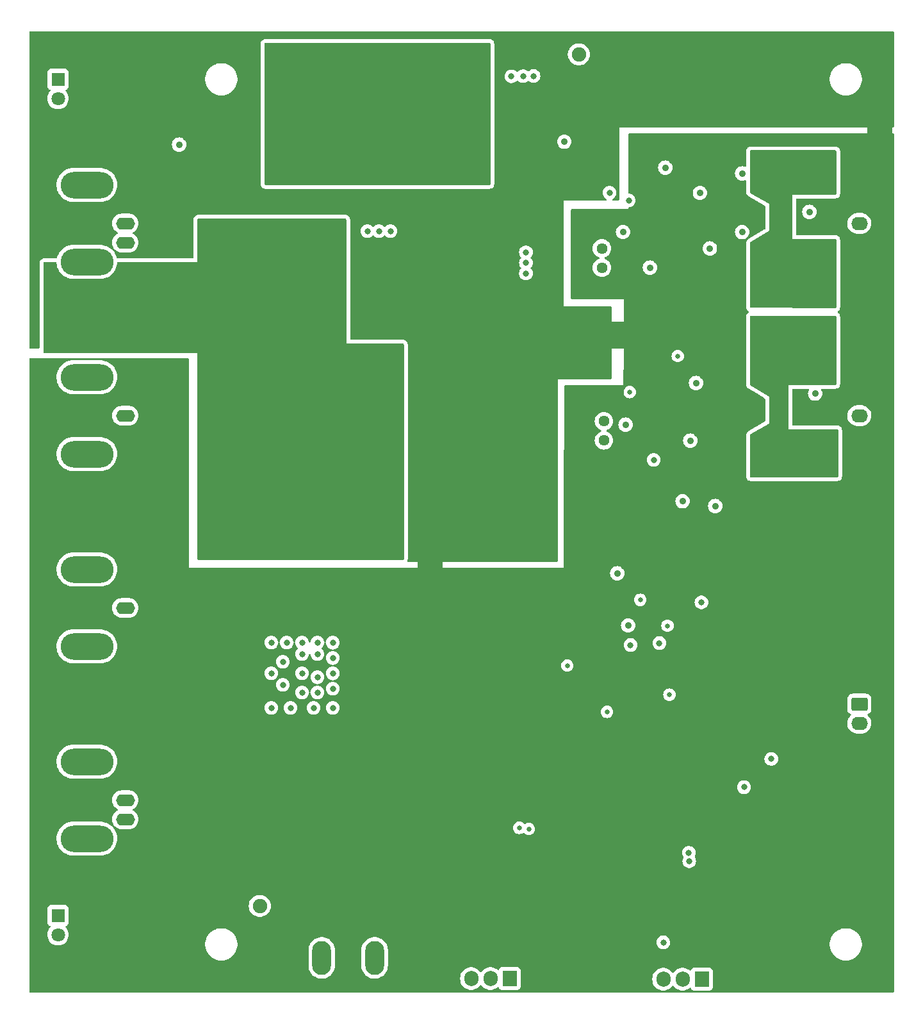
<source format=gbr>
%TF.GenerationSoftware,KiCad,Pcbnew,7.0.1*%
%TF.CreationDate,2023-05-04T18:56:47-04:00*%
%TF.ProjectId,Combined (new),436f6d62-696e-4656-9420-286e6577292e,rev?*%
%TF.SameCoordinates,Original*%
%TF.FileFunction,Copper,L2,Inr*%
%TF.FilePolarity,Positive*%
%FSLAX46Y46*%
G04 Gerber Fmt 4.6, Leading zero omitted, Abs format (unit mm)*
G04 Created by KiCad (PCBNEW 7.0.1) date 2023-05-04 18:56:47*
%MOMM*%
%LPD*%
G01*
G04 APERTURE LIST*
G04 Aperture macros list*
%AMRoundRect*
0 Rectangle with rounded corners*
0 $1 Rounding radius*
0 $2 $3 $4 $5 $6 $7 $8 $9 X,Y pos of 4 corners*
0 Add a 4 corners polygon primitive as box body*
4,1,4,$2,$3,$4,$5,$6,$7,$8,$9,$2,$3,0*
0 Add four circle primitives for the rounded corners*
1,1,$1+$1,$2,$3*
1,1,$1+$1,$4,$5*
1,1,$1+$1,$6,$7*
1,1,$1+$1,$8,$9*
0 Add four rect primitives between the rounded corners*
20,1,$1+$1,$2,$3,$4,$5,0*
20,1,$1+$1,$4,$5,$6,$7,0*
20,1,$1+$1,$6,$7,$8,$9,0*
20,1,$1+$1,$8,$9,$2,$3,0*%
G04 Aperture macros list end*
%TA.AperFunction,ComponentPad*%
%ADD10C,0.355600*%
%TD*%
%TA.AperFunction,ComponentPad*%
%ADD11R,1.905000X2.000000*%
%TD*%
%TA.AperFunction,ComponentPad*%
%ADD12O,1.905000X2.000000*%
%TD*%
%TA.AperFunction,ComponentPad*%
%ADD13RoundRect,0.250000X-0.845000X0.620000X-0.845000X-0.620000X0.845000X-0.620000X0.845000X0.620000X0*%
%TD*%
%TA.AperFunction,ComponentPad*%
%ADD14O,2.190000X1.740000*%
%TD*%
%TA.AperFunction,ComponentPad*%
%ADD15O,2.500000X4.500000*%
%TD*%
%TA.AperFunction,ComponentPad*%
%ADD16R,1.800000X1.800000*%
%TD*%
%TA.AperFunction,ComponentPad*%
%ADD17C,1.800000*%
%TD*%
%TA.AperFunction,ComponentPad*%
%ADD18C,1.440000*%
%TD*%
%TA.AperFunction,ComponentPad*%
%ADD19O,2.500000X1.600000*%
%TD*%
%TA.AperFunction,ComponentPad*%
%ADD20O,7.000000X3.500000*%
%TD*%
%TA.AperFunction,ViaPad*%
%ADD21C,0.635000*%
%TD*%
%TA.AperFunction,ViaPad*%
%ADD22C,0.889000*%
%TD*%
%TA.AperFunction,ViaPad*%
%ADD23C,0.800000*%
%TD*%
%TA.AperFunction,ViaPad*%
%ADD24C,1.651000*%
%TD*%
%TA.AperFunction,ViaPad*%
%ADD25C,1.905000*%
%TD*%
G04 APERTURE END LIST*
D10*
%TO.N,-15V*%
%TO.C,U8*%
X161636824Y-48491039D03*
X161636824Y-50015039D03*
X161636824Y-51539039D03*
X162081324Y-49253039D03*
X162081324Y-50777039D03*
X162525824Y-48491039D03*
X162525824Y-50015039D03*
X162525824Y-51539039D03*
X162970324Y-49253039D03*
X162970324Y-50777039D03*
X163414824Y-48491039D03*
X163414824Y-50015039D03*
X163414824Y-51539039D03*
%TD*%
D11*
%TO.N,Net-(U12-ADJ)*%
%TO.C,U12*%
X152400000Y-150640058D03*
D12*
%TO.N,Net-(U12-VI)*%
X149860000Y-150640058D03*
%TO.N,V-*%
X147320000Y-150640058D03*
%TD*%
D13*
%TO.N,GND*%
%TO.C,J7*%
X173228000Y-48260000D03*
D14*
%TO.N,Net-(J7-Pin_2)*%
X173228000Y-50800000D03*
%TD*%
D15*
%TO.N,+24V*%
%TO.C,P1*%
X102164000Y-147828000D03*
%TO.N,GND*%
X105664000Y-147828000D03*
%TO.N,-24V*%
X109164000Y-147828000D03*
%TD*%
D16*
%TO.N,Net-(D6-K)*%
%TO.C,D6*%
X67310000Y-31750000D03*
D17*
%TO.N,Net-(D6-A)*%
X67310000Y-34290000D03*
%TD*%
D18*
%TO.N,GND*%
%TO.C,RV1*%
X139197249Y-51558848D03*
%TO.N,Net-(R13-Pad2)*%
X139197249Y-54098848D03*
%TO.N,-5V*%
X139197249Y-56638848D03*
%TD*%
D13*
%TO.N,GND*%
%TO.C,J8*%
X173228000Y-73660000D03*
D14*
%TO.N,Net-(J8-Pin_2)*%
X173228000Y-76200000D03*
%TD*%
D19*
%TO.N,Net-(J1-In)*%
%TO.C,J1*%
X76200000Y-101600000D03*
%TO.N,GND*%
X76200000Y-104140000D03*
D20*
%TO.N,N/C*%
X71120000Y-106680000D03*
X71120000Y-96520000D03*
%TD*%
D19*
%TO.N,Net-(J2-In)*%
%TO.C,J2*%
X76200000Y-127000000D03*
%TO.N,Net-(J2-Ext)*%
X76200000Y-129540000D03*
D20*
%TO.N,N/C*%
X71120000Y-132080000D03*
X71120000Y-121920000D03*
%TD*%
D10*
%TO.N,V-*%
%TO.C,U7*%
X161618527Y-73858822D03*
X161618527Y-75382822D03*
X161618527Y-76906822D03*
X162063027Y-74620822D03*
X162063027Y-76144822D03*
X162507527Y-73858822D03*
X162507527Y-75382822D03*
X162507527Y-76906822D03*
X162952027Y-74620822D03*
X162952027Y-76144822D03*
X163396527Y-73858822D03*
X163396527Y-75382822D03*
X163396527Y-76906822D03*
%TD*%
D11*
%TO.N,Net-(U11-ADJ)*%
%TO.C,U11*%
X127000000Y-150561586D03*
D12*
%TO.N,V+*%
X124460000Y-150561586D03*
%TO.N,Net-(U11-VI)*%
X121920000Y-150561586D03*
%TD*%
D18*
%TO.N,GND*%
%TO.C,RV2*%
X139467129Y-81999056D03*
%TO.N,Net-(R15-Pad2)*%
X139467129Y-79459056D03*
%TO.N,+5V*%
X139467129Y-76919056D03*
%TD*%
D19*
%TO.N,Net-(J6-In)*%
%TO.C,J6*%
X76200000Y-50800000D03*
%TO.N,Net-(J6-Ext)*%
X76200000Y-53340000D03*
D20*
%TO.N,N/C*%
X71120000Y-55880000D03*
X71120000Y-45720000D03*
%TD*%
D13*
%TO.N,POWER_GND_REF*%
%TO.C,J9*%
X173228000Y-114300000D03*
D14*
%TO.N,U2*%
X173228000Y-116840000D03*
%TD*%
D16*
%TO.N,Net-(D3-K)*%
%TO.C,D3*%
X67310000Y-142240000D03*
D17*
%TO.N,+5V*%
X67310000Y-144780000D03*
%TD*%
D19*
%TO.N,Net-(J4-In)*%
%TO.C,J4*%
X76200000Y-76200000D03*
%TO.N,GND*%
X76200000Y-78740000D03*
D20*
%TO.N,N/C*%
X71120000Y-81280000D03*
X71120000Y-71120000D03*
%TD*%
D21*
%TO.N,GND*%
X146862800Y-133299200D03*
X144678400Y-135077200D03*
X141122400Y-140766800D03*
D22*
%TO.N,+15V*%
X150876000Y-79502000D03*
X167386000Y-73279000D03*
X154178000Y-88138000D03*
D23*
X129159000Y-54610000D03*
X129159000Y-57404000D03*
X157982938Y-125284119D03*
X142995702Y-106502801D03*
D22*
X142667004Y-103922803D03*
X149860000Y-87503000D03*
D23*
X129159000Y-56007000D03*
D21*
%TO.N,GND*%
X151055911Y-102890211D03*
D23*
X122936000Y-67056000D03*
D21*
X81915000Y-110490000D03*
X116840000Y-50800000D03*
X135639515Y-53399489D03*
D22*
X143718922Y-33172935D03*
X121920000Y-71628000D03*
D21*
X153840811Y-46610577D03*
X167640000Y-127508000D03*
D22*
X128016000Y-71628000D03*
D21*
X77470000Y-133985000D03*
X148155575Y-109675244D03*
X85090000Y-136093200D03*
X142277096Y-56650718D03*
X120015000Y-132715000D03*
X81280000Y-119380000D03*
D22*
X142448922Y-32537935D03*
D21*
X126111000Y-37465000D03*
X137109200Y-140716000D03*
X137354061Y-102901414D03*
X157811937Y-110882289D03*
X160552198Y-117820051D03*
X169723832Y-49236282D03*
X84454402Y-36967784D03*
D23*
X120650000Y-63246000D03*
D21*
X78105000Y-125095000D03*
X147522343Y-140457499D03*
X131653922Y-29997935D03*
D23*
X129540000Y-61722000D03*
D21*
X78740000Y-99060000D03*
X151071886Y-138957959D03*
D23*
X122682000Y-61468000D03*
D21*
X117602000Y-53340000D03*
X77381114Y-38388970D03*
X88265000Y-121285000D03*
D22*
X142448922Y-34442935D03*
D21*
X127381000Y-28321000D03*
D23*
X128524000Y-69088000D03*
D22*
X144988922Y-33807935D03*
X119380000Y-79756000D03*
D21*
X81280000Y-105410000D03*
X85852000Y-111252000D03*
D23*
X129540000Y-63754000D03*
D24*
X73676179Y-142129016D03*
D21*
X125291800Y-142258404D03*
D24*
X108458000Y-140154326D03*
D21*
X80010000Y-74295000D03*
X117583786Y-140126400D03*
D24*
X105664000Y-140154326D03*
D21*
X76200000Y-132080000D03*
X69568574Y-39676510D03*
D23*
X120650000Y-61468000D03*
D22*
X141178922Y-34442935D03*
X144988922Y-31267935D03*
D21*
X148269173Y-55369716D03*
X110490000Y-136093200D03*
D22*
X139908922Y-31902935D03*
D21*
X112395000Y-58420000D03*
X131013200Y-140716000D03*
D22*
X133604000Y-122936000D03*
D21*
X135331200Y-137464800D03*
X107315000Y-62357000D03*
X98425000Y-132715000D03*
X118364000Y-123444000D03*
X88900000Y-132715000D03*
X145538770Y-106172043D03*
X163140719Y-127231458D03*
X80645000Y-116205000D03*
D23*
X128016000Y-61468000D03*
D21*
X167640000Y-121412000D03*
X83185000Y-132715000D03*
D22*
X127000000Y-79756000D03*
D21*
X155211531Y-92643515D03*
X101600000Y-136144000D03*
D22*
X143718922Y-30632935D03*
D21*
X157833805Y-81084503D03*
D23*
X125222000Y-67310000D03*
D22*
X124460000Y-82296000D03*
D23*
X120650000Y-67056000D03*
X126492000Y-69088000D03*
D22*
X144988922Y-29997935D03*
D21*
X101600000Y-119380000D03*
X167640000Y-133604000D03*
D23*
X125730000Y-63500000D03*
D21*
X148599431Y-80747683D03*
X131653922Y-34569935D03*
X80645000Y-102870000D03*
D23*
X122682000Y-63500000D03*
D22*
X128016000Y-122936000D03*
D21*
X73660000Y-127635000D03*
X161425163Y-94616097D03*
X123825000Y-135890000D03*
X146794145Y-100592165D03*
X127635000Y-50165000D03*
D23*
X120650000Y-69088000D03*
D21*
X145409742Y-55392753D03*
D22*
X132588000Y-50292000D03*
D21*
X84455000Y-123190000D03*
X114935000Y-119380000D03*
X131445000Y-37465000D03*
X107061000Y-58420000D03*
X150164377Y-41343253D03*
X80010000Y-90170000D03*
X140864945Y-35966935D03*
D22*
X134112000Y-64008000D03*
D21*
X72096620Y-142240064D03*
D23*
X125984000Y-66040000D03*
D21*
X82550000Y-136525000D03*
X80010000Y-95885000D03*
D22*
X132080000Y-54356000D03*
X139908922Y-33807935D03*
D21*
X144226922Y-35966935D03*
X156517568Y-135080830D03*
X122555000Y-132715000D03*
X134366000Y-32385000D03*
D22*
X141178922Y-31267935D03*
D21*
X142736481Y-82010986D03*
D22*
X130048000Y-82296000D03*
D21*
X108712000Y-99822000D03*
X167640000Y-109728000D03*
X84449347Y-39624000D03*
X130175000Y-137160000D03*
X153830010Y-124876038D03*
X80010000Y-84455000D03*
X106019600Y-136144000D03*
X89535000Y-115570000D03*
D22*
X142448922Y-31267935D03*
X125476000Y-71628000D03*
D21*
X132080000Y-132715000D03*
X135255000Y-132715000D03*
X142675532Y-100597953D03*
D23*
X120650000Y-65278000D03*
D22*
X144988922Y-32537935D03*
D21*
X143926731Y-71066918D03*
X128905000Y-113030000D03*
X111125000Y-124460000D03*
X91440000Y-132715000D03*
D22*
X141178922Y-32537935D03*
D21*
X133604000Y-106172000D03*
X126365000Y-136525000D03*
X140716000Y-137160000D03*
D22*
X116332000Y-79756000D03*
D21*
X157819007Y-55746584D03*
X84455000Y-100965000D03*
X168656000Y-117856000D03*
X134162800Y-140766800D03*
X121920000Y-118110000D03*
X153622816Y-102880105D03*
D22*
X131064000Y-71628000D03*
D21*
X151993600Y-49123600D03*
D24*
X162052000Y-142240000D03*
D21*
X81915000Y-98425000D03*
X123190000Y-111760000D03*
X97790000Y-136144000D03*
X150188370Y-66297411D03*
X71897575Y-31752096D03*
D23*
X125222000Y-61214000D03*
D21*
X80010000Y-93345000D03*
X76835000Y-89535000D03*
X145767247Y-80745421D03*
X80645000Y-130175000D03*
X135890000Y-80264000D03*
D23*
X123444000Y-65278000D03*
D21*
X148065187Y-101568008D03*
X80010000Y-76835000D03*
X144226922Y-28600935D03*
D22*
X128939168Y-59656244D03*
D21*
X145538770Y-103709754D03*
X154155979Y-76067877D03*
X73025000Y-75565000D03*
X76200000Y-83185000D03*
D23*
X122428000Y-69088000D03*
D21*
X156571504Y-46611814D03*
X140864945Y-28641225D03*
X89001600Y-136144000D03*
X119814190Y-141668003D03*
D22*
X130048000Y-79756000D03*
D21*
X101600000Y-124460000D03*
D22*
X133096000Y-70104000D03*
X143718922Y-31902935D03*
X124460000Y-79756000D03*
D21*
X79375000Y-135890000D03*
X167740448Y-103501913D03*
D23*
X129540000Y-67818000D03*
D22*
X136144000Y-66040000D03*
X119380000Y-82296000D03*
D21*
X140828404Y-113010136D03*
D22*
X129540000Y-122936000D03*
D23*
X124460000Y-69088000D03*
D21*
X116840000Y-132715000D03*
X92710000Y-124460000D03*
D22*
X139908922Y-30632935D03*
D21*
X148826329Y-74335314D03*
X84512682Y-104767018D03*
D22*
X142448922Y-29997935D03*
X121412000Y-79756000D03*
D21*
X122555000Y-50165000D03*
X92075000Y-136144000D03*
X80010000Y-80645000D03*
X153674639Y-71788231D03*
X125095000Y-53340000D03*
D23*
X129540000Y-65532000D03*
D21*
X125095000Y-58674000D03*
X107950000Y-119380000D03*
X148300585Y-135503323D03*
X167741889Y-97313903D03*
X148027762Y-105540972D03*
D22*
X141178922Y-29997935D03*
D21*
X153967344Y-50834856D03*
X127000000Y-132715000D03*
X145288000Y-138582400D03*
X94615000Y-119380000D03*
D22*
X127000000Y-82296000D03*
D23*
X128016000Y-66802000D03*
D21*
X152908000Y-137160000D03*
D22*
X131826000Y-122936000D03*
D21*
X137292146Y-97380801D03*
D23*
X127762000Y-64516000D03*
D21*
X118745000Y-116840000D03*
X169672000Y-74676000D03*
X80010000Y-128270000D03*
X76835000Y-73660000D03*
D22*
X131572000Y-68072000D03*
X116332000Y-82296000D03*
X121412000Y-82296000D03*
D21*
X143881837Y-45847894D03*
X85090000Y-118110000D03*
X153960059Y-127979467D03*
X151518744Y-74329555D03*
X78740000Y-73660000D03*
X77470000Y-95885000D03*
D23*
%TO.N,-15V*%
X146801759Y-106241834D03*
D22*
X88392000Y-84328000D03*
X96520000Y-59055000D03*
X67564000Y-59436000D03*
X108204000Y-89916000D03*
X105156000Y-78740000D03*
X102616000Y-69088000D03*
X102870000Y-53340000D03*
X97028000Y-70612000D03*
X101600000Y-51435000D03*
X99060000Y-93472000D03*
X97155000Y-55245000D03*
X105156000Y-73660000D03*
X108204000Y-86868000D03*
X111760000Y-93472000D03*
X97790000Y-60325000D03*
X97028000Y-62484000D03*
X99060000Y-51435000D03*
X92964000Y-58928000D03*
X89916000Y-53848000D03*
X99568000Y-69088000D03*
X73660000Y-64516000D03*
X104140000Y-55245000D03*
X99060000Y-81788000D03*
X90424000Y-62484000D03*
X103505000Y-57150000D03*
X90424000Y-67564000D03*
D23*
X130165324Y-31323190D03*
D22*
X88392000Y-90932000D03*
X99568000Y-64008000D03*
X92964000Y-53848000D03*
X105156000Y-84328000D03*
X87376000Y-65024000D03*
X101600000Y-55245000D03*
X76708000Y-59436000D03*
X108204000Y-81788000D03*
X87376000Y-74168000D03*
X79756000Y-64516000D03*
X102616000Y-66548000D03*
X105156000Y-93472000D03*
X90424000Y-65024000D03*
X97028000Y-67564000D03*
X70612000Y-64516000D03*
D23*
X161596302Y-121547000D03*
D22*
X89916000Y-58928000D03*
X87376000Y-70612000D03*
X93472000Y-74168000D03*
X111760000Y-76200000D03*
X99060000Y-59055000D03*
X87376000Y-67564000D03*
X157734000Y-44196000D03*
X88392000Y-87376000D03*
X108204000Y-84328000D03*
X105156000Y-86868000D03*
X105156000Y-89916000D03*
X93472000Y-62484000D03*
X102108000Y-93472000D03*
X76708000Y-61976000D03*
X145542000Y-56642000D03*
X111760000Y-89916000D03*
X96520000Y-89916000D03*
X88392000Y-81788000D03*
X102108000Y-76708000D03*
X93472000Y-70612000D03*
X96520000Y-93472000D03*
X102108000Y-79248000D03*
X96520000Y-84328000D03*
X82804000Y-64516000D03*
X102616000Y-64008000D03*
X108204000Y-93472000D03*
X70612000Y-59436000D03*
X108204000Y-73660000D03*
X98425000Y-53340000D03*
X70612000Y-61976000D03*
X99695000Y-55245000D03*
X97028000Y-74168000D03*
X102108000Y-81788000D03*
X90424000Y-70612000D03*
X73660000Y-59436000D03*
X100330000Y-53340000D03*
X105156000Y-81788000D03*
X99568000Y-66548000D03*
X79756000Y-61976000D03*
X89916000Y-56388000D03*
X111760000Y-81788000D03*
X76708000Y-64516000D03*
X100965000Y-60325000D03*
X134239000Y-40005000D03*
X86868000Y-58928000D03*
D23*
X128782844Y-31333990D03*
D22*
X105156000Y-76200000D03*
X96520000Y-86868000D03*
X108204000Y-70612000D03*
X102108000Y-89916000D03*
D23*
X152364946Y-100855373D03*
D22*
X102108000Y-86868000D03*
X111760000Y-86868000D03*
X82804000Y-61976000D03*
D23*
X127238355Y-31366392D03*
D22*
X93472000Y-67564000D03*
X86868000Y-53848000D03*
X99060000Y-89916000D03*
X99060000Y-86868000D03*
X97155000Y-51435000D03*
X108204000Y-76200000D03*
X73660000Y-61976000D03*
X88392000Y-79248000D03*
X97790000Y-57150000D03*
X67564000Y-61976000D03*
X82804000Y-59436000D03*
X99060000Y-84328000D03*
X111760000Y-68072000D03*
X108204000Y-78740000D03*
X79756000Y-59436000D03*
X100965000Y-57150000D03*
X157734000Y-51943000D03*
X67564000Y-64516000D03*
X93472000Y-65024000D03*
X96520000Y-81788000D03*
X92964000Y-56388000D03*
X111760000Y-78740000D03*
X111760000Y-73660000D03*
X90424000Y-74168000D03*
X104140000Y-51435000D03*
X87376000Y-62484000D03*
X102235000Y-59055000D03*
X111760000Y-70612000D03*
X93472000Y-91948000D03*
X93472000Y-88392000D03*
X102108000Y-84328000D03*
X97028000Y-65024000D03*
X86868000Y-56388000D03*
X111760000Y-84328000D03*
X93472000Y-85344000D03*
X104140000Y-60325000D03*
D21*
%TO.N,-2V5*%
X134620000Y-109220000D03*
X148126800Y-113060317D03*
%TO.N,+2V5*%
X129540000Y-130810000D03*
X128270000Y-130659163D03*
X139878959Y-115338405D03*
D23*
%TO.N,-5V*%
X103632000Y-112268000D03*
X103632000Y-106172000D03*
X95504000Y-114808000D03*
X99568000Y-106172000D03*
X99568000Y-112776000D03*
X97028000Y-111760000D03*
X101092000Y-114808000D03*
X111252000Y-51816000D03*
X99568000Y-110236000D03*
X97028000Y-108712000D03*
X101600000Y-110744000D03*
X101600000Y-112776000D03*
X98044000Y-114808000D03*
X99568000Y-107696000D03*
X103632000Y-114808000D03*
X108204000Y-51816000D03*
X95504000Y-106172000D03*
X101600000Y-106172000D03*
X101600000Y-107696000D03*
X109728000Y-51816000D03*
X103632000Y-108204000D03*
X95504000Y-110236000D03*
X97536000Y-106172000D03*
X103632000Y-110236000D03*
D22*
%TO.N,V+*%
X147574000Y-43434000D03*
D25*
X136153500Y-28457500D03*
D22*
X166624000Y-49276000D03*
X153475627Y-54102000D03*
D21*
X149225000Y-68326000D03*
D22*
%TO.N,V-*%
X117475000Y-33655000D03*
X115570000Y-33655000D03*
X118745000Y-35560000D03*
X121285000Y-35560000D03*
X123825000Y-35560000D03*
X123190000Y-30480000D03*
X121285000Y-31750000D03*
X122555000Y-37465000D03*
X120015000Y-33655000D03*
X116840000Y-31750000D03*
X118745000Y-39370000D03*
X118110000Y-30480000D03*
X123190000Y-31750000D03*
X121920000Y-33655000D03*
X116205000Y-39370000D03*
X116840000Y-35560000D03*
D23*
X142748000Y-47752000D03*
D22*
X118745000Y-31750000D03*
X115570000Y-30480000D03*
X117475000Y-37465000D03*
D23*
X146050000Y-82042000D03*
D22*
X120650000Y-30480000D03*
D21*
X142890239Y-73079467D03*
D22*
X120015000Y-37465000D03*
X121285000Y-39370000D03*
D21*
%TO.N,Net-(J1-In)*%
X144270733Y-100531174D03*
D23*
%TO.N,Net-(J2-In)*%
X150683599Y-133942756D03*
%TO.N,Net-(J2-Ext)*%
X150745586Y-135058437D03*
D21*
%TO.N,Net-(J4-In)*%
X147867684Y-103956128D03*
D22*
%TO.N,Net-(J5-Pin_3)*%
X142326661Y-77386257D03*
X141224000Y-97028000D03*
X141992606Y-51924665D03*
%TO.N,Digital_control*%
X152163006Y-46769794D03*
X83312000Y-40386000D03*
D23*
X140208000Y-46736000D03*
D22*
X151638000Y-71882000D03*
D23*
%TO.N,Net-(U12-ADJ)*%
X147317096Y-145787623D03*
D25*
%TO.N,Net-(U11-VI)*%
X93980000Y-140970000D03*
%TD*%
%TA.AperFunction,Conductor*%
%TO.N,-15V*%
G36*
X170118000Y-41147124D02*
G01*
X170163387Y-41192511D01*
X170180000Y-41254511D01*
X170180000Y-46866000D01*
X170163387Y-46928000D01*
X170118000Y-46973387D01*
X170056000Y-46990000D01*
X164338000Y-46990000D01*
X164338000Y-52832000D01*
X170056000Y-52832000D01*
X170118000Y-52848613D01*
X170163387Y-52894000D01*
X170180000Y-52956000D01*
X170180000Y-61851810D01*
X170163355Y-61913865D01*
X170117890Y-61959260D01*
X170055810Y-61975809D01*
X158886856Y-61958700D01*
X158824938Y-61942025D01*
X158779629Y-61896646D01*
X158763048Y-61834701D01*
X158763048Y-53392718D01*
X158779143Y-53331623D01*
X158823251Y-53286389D01*
X161303048Y-51798512D01*
X161303048Y-48242511D01*
X161303047Y-48242510D01*
X159649849Y-47250592D01*
X158823250Y-46754632D01*
X158779143Y-46709399D01*
X158763048Y-46648304D01*
X158763048Y-41254511D01*
X158779661Y-41192511D01*
X158825048Y-41147124D01*
X158887048Y-41130511D01*
X170056000Y-41130511D01*
X170118000Y-41147124D01*
G37*
%TD.AperFunction*%
%TD*%
%TA.AperFunction,Conductor*%
%TO.N,GND*%
G36*
X177737500Y-25417113D02*
G01*
X177782887Y-25462500D01*
X177799500Y-25524500D01*
X177799500Y-37976000D01*
X177782887Y-38038000D01*
X177737500Y-38083387D01*
X177675500Y-38100000D01*
X177546000Y-38100000D01*
X177546000Y-36576000D01*
X174244000Y-36576000D01*
X174244000Y-38100000D01*
X141478000Y-38100000D01*
X141478000Y-47628000D01*
X141461387Y-47690000D01*
X141416000Y-47735387D01*
X141354000Y-47752000D01*
X140723251Y-47752000D01*
X140663514Y-47736662D01*
X140618554Y-47694443D01*
X140599496Y-47635786D01*
X140611052Y-47575203D01*
X140650366Y-47527682D01*
X140813870Y-47408889D01*
X140940533Y-47268216D01*
X141035179Y-47104284D01*
X141050238Y-47057938D01*
X141093674Y-46924256D01*
X141113460Y-46736000D01*
X141093674Y-46547744D01*
X141035179Y-46367716D01*
X141035179Y-46367715D01*
X140940533Y-46203783D01*
X140813870Y-46063110D01*
X140660730Y-45951848D01*
X140487802Y-45874855D01*
X140302648Y-45835500D01*
X140302646Y-45835500D01*
X140113354Y-45835500D01*
X140113352Y-45835500D01*
X139928197Y-45874855D01*
X139755269Y-45951848D01*
X139602129Y-46063110D01*
X139475466Y-46203783D01*
X139380820Y-46367715D01*
X139322326Y-46547742D01*
X139302540Y-46736000D01*
X139322326Y-46924257D01*
X139380820Y-47104284D01*
X139475466Y-47268216D01*
X139602129Y-47408889D01*
X139765634Y-47527682D01*
X139804948Y-47575203D01*
X139816504Y-47635786D01*
X139797446Y-47694443D01*
X139752486Y-47736662D01*
X139692749Y-47752000D01*
X134112000Y-47752000D01*
X134112000Y-61722000D01*
X140338000Y-61722000D01*
X140400000Y-61738613D01*
X140445387Y-61784000D01*
X140462000Y-61846000D01*
X140462000Y-63754000D01*
X139700000Y-63754000D01*
X139700000Y-67310000D01*
X140462000Y-67310000D01*
X140462000Y-71250000D01*
X140445387Y-71312000D01*
X140400000Y-71357387D01*
X140338000Y-71374000D01*
X133350000Y-71374000D01*
X133350000Y-95380000D01*
X133333387Y-95442000D01*
X133288000Y-95487387D01*
X133226000Y-95504000D01*
X118110000Y-95504000D01*
X118110000Y-93980000D01*
X114808000Y-93980000D01*
X114808000Y-95504000D01*
X113610543Y-95504000D01*
X113552090Y-95489358D01*
X113507441Y-95448892D01*
X113487140Y-95392156D01*
X113495981Y-95332549D01*
X113501662Y-95318834D01*
X113518275Y-95256834D01*
X113535500Y-95126000D01*
X113535500Y-66799000D01*
X113518275Y-66668166D01*
X113501662Y-66606166D01*
X113451163Y-66484250D01*
X113451162Y-66484249D01*
X113370829Y-66379557D01*
X113325442Y-66334170D01*
X113220749Y-66253836D01*
X113098838Y-66203339D01*
X113036830Y-66186724D01*
X112906001Y-66169500D01*
X112906000Y-66169500D01*
X106039500Y-66169500D01*
X105977500Y-66152887D01*
X105932113Y-66107500D01*
X105915500Y-66045500D01*
X105915500Y-57404000D01*
X128253540Y-57404000D01*
X128263432Y-57498127D01*
X128273326Y-57592257D01*
X128331820Y-57772284D01*
X128426466Y-57936216D01*
X128553129Y-58076889D01*
X128706269Y-58188151D01*
X128879197Y-58265144D01*
X129064352Y-58304500D01*
X129064354Y-58304500D01*
X129253646Y-58304500D01*
X129253648Y-58304500D01*
X129377083Y-58278262D01*
X129438803Y-58265144D01*
X129611730Y-58188151D01*
X129764871Y-58076888D01*
X129891533Y-57936216D01*
X129986179Y-57772284D01*
X130044674Y-57592256D01*
X130064460Y-57404000D01*
X130044674Y-57215744D01*
X129986179Y-57035716D01*
X129986179Y-57035715D01*
X129891533Y-56871783D01*
X129816519Y-56788473D01*
X129788351Y-56735499D01*
X129788351Y-56675501D01*
X129816519Y-56622527D01*
X129891533Y-56539216D01*
X129986179Y-56375284D01*
X129986179Y-56375283D01*
X130044674Y-56195256D01*
X130064460Y-56007000D01*
X130044674Y-55818744D01*
X129986179Y-55638716D01*
X129986179Y-55638715D01*
X129891533Y-55474783D01*
X129826439Y-55402490D01*
X129816518Y-55391472D01*
X129788351Y-55338499D01*
X129788351Y-55278501D01*
X129816519Y-55225527D01*
X129891533Y-55142216D01*
X129986179Y-54978284D01*
X130001683Y-54930567D01*
X130044674Y-54798256D01*
X130064460Y-54610000D01*
X130044674Y-54421744D01*
X129986179Y-54241716D01*
X129986179Y-54241715D01*
X129891533Y-54077783D01*
X129764870Y-53937110D01*
X129611730Y-53825848D01*
X129438802Y-53748855D01*
X129253648Y-53709500D01*
X129253646Y-53709500D01*
X129064354Y-53709500D01*
X129064352Y-53709500D01*
X128879197Y-53748855D01*
X128706269Y-53825848D01*
X128553129Y-53937110D01*
X128426466Y-54077783D01*
X128331820Y-54241715D01*
X128273326Y-54421742D01*
X128253540Y-54610000D01*
X128273326Y-54798257D01*
X128331820Y-54978284D01*
X128426466Y-55142216D01*
X128501480Y-55225526D01*
X128529648Y-55278500D01*
X128529648Y-55338497D01*
X128501481Y-55391471D01*
X128426466Y-55474783D01*
X128331820Y-55638715D01*
X128273326Y-55818742D01*
X128253540Y-56006999D01*
X128273326Y-56195257D01*
X128331820Y-56375284D01*
X128426466Y-56539216D01*
X128501480Y-56622526D01*
X128529648Y-56675500D01*
X128529648Y-56735497D01*
X128501481Y-56788471D01*
X128426466Y-56871783D01*
X128331820Y-57035715D01*
X128273326Y-57215742D01*
X128273325Y-57215744D01*
X128273326Y-57215744D01*
X128253540Y-57404000D01*
X105915500Y-57404000D01*
X105915500Y-51815999D01*
X107298540Y-51815999D01*
X107318326Y-52004257D01*
X107376820Y-52184284D01*
X107471466Y-52348216D01*
X107598129Y-52488889D01*
X107751269Y-52600151D01*
X107924197Y-52677144D01*
X108109352Y-52716500D01*
X108109354Y-52716500D01*
X108298646Y-52716500D01*
X108298648Y-52716500D01*
X108436192Y-52687264D01*
X108483803Y-52677144D01*
X108656730Y-52600151D01*
X108793392Y-52500861D01*
X108809870Y-52488889D01*
X108873850Y-52417832D01*
X108931821Y-52381608D01*
X109000179Y-52381608D01*
X109058150Y-52417832D01*
X109122129Y-52488889D01*
X109275269Y-52600151D01*
X109448197Y-52677144D01*
X109633352Y-52716500D01*
X109633354Y-52716500D01*
X109822646Y-52716500D01*
X109822648Y-52716500D01*
X109960192Y-52687264D01*
X110007803Y-52677144D01*
X110180730Y-52600151D01*
X110317392Y-52500861D01*
X110333870Y-52488889D01*
X110397850Y-52417832D01*
X110455821Y-52381608D01*
X110524179Y-52381608D01*
X110582150Y-52417832D01*
X110646129Y-52488889D01*
X110799269Y-52600151D01*
X110972197Y-52677144D01*
X111157352Y-52716500D01*
X111157354Y-52716500D01*
X111346646Y-52716500D01*
X111346648Y-52716500D01*
X111484192Y-52687264D01*
X111531803Y-52677144D01*
X111704730Y-52600151D01*
X111841392Y-52500861D01*
X111857870Y-52488889D01*
X111984533Y-52348216D01*
X112079179Y-52184284D01*
X112121721Y-52053354D01*
X112137674Y-52004256D01*
X112157460Y-51816000D01*
X112137674Y-51627744D01*
X112080810Y-51452735D01*
X112079179Y-51447715D01*
X111984533Y-51283783D01*
X111857870Y-51143110D01*
X111704730Y-51031848D01*
X111531802Y-50954855D01*
X111346648Y-50915500D01*
X111346646Y-50915500D01*
X111157354Y-50915500D01*
X111157352Y-50915500D01*
X110972197Y-50954855D01*
X110799269Y-51031848D01*
X110646129Y-51143110D01*
X110582150Y-51214167D01*
X110524179Y-51250391D01*
X110455821Y-51250391D01*
X110397850Y-51214167D01*
X110333870Y-51143110D01*
X110180730Y-51031848D01*
X110007802Y-50954855D01*
X109822648Y-50915500D01*
X109822646Y-50915500D01*
X109633354Y-50915500D01*
X109633352Y-50915500D01*
X109448197Y-50954855D01*
X109275269Y-51031848D01*
X109122129Y-51143110D01*
X109058150Y-51214167D01*
X109000179Y-51250391D01*
X108931821Y-51250391D01*
X108873850Y-51214167D01*
X108809870Y-51143110D01*
X108656730Y-51031848D01*
X108483802Y-50954855D01*
X108298648Y-50915500D01*
X108298646Y-50915500D01*
X108109354Y-50915500D01*
X108109352Y-50915500D01*
X107924197Y-50954855D01*
X107751269Y-51031848D01*
X107598129Y-51143110D01*
X107471466Y-51283783D01*
X107376820Y-51447715D01*
X107318326Y-51627742D01*
X107298540Y-51815999D01*
X105915500Y-51815999D01*
X105915500Y-50288999D01*
X105898275Y-50158169D01*
X105898275Y-50158166D01*
X105881662Y-50096166D01*
X105831163Y-49974250D01*
X105810598Y-49947449D01*
X105750829Y-49869557D01*
X105705442Y-49824170D01*
X105600749Y-49743836D01*
X105478838Y-49693339D01*
X105416830Y-49676724D01*
X105286001Y-49659500D01*
X105286000Y-49659500D01*
X85849000Y-49659500D01*
X85848999Y-49659500D01*
X85718169Y-49676724D01*
X85656161Y-49693339D01*
X85534250Y-49743836D01*
X85429557Y-49824170D01*
X85384170Y-49869557D01*
X85303836Y-49974250D01*
X85253339Y-50096161D01*
X85236724Y-50158169D01*
X85219500Y-50288999D01*
X85219500Y-55250500D01*
X85202887Y-55312500D01*
X85157500Y-55357887D01*
X85095500Y-55374500D01*
X75241681Y-55374500D01*
X75229617Y-55376054D01*
X75178987Y-55382576D01*
X75119438Y-55375634D01*
X75070106Y-55341566D01*
X75042523Y-55288337D01*
X75041224Y-55282888D01*
X75024269Y-55211739D01*
X74957115Y-55037377D01*
X74915978Y-54930567D01*
X74771175Y-54666335D01*
X74592445Y-54423761D01*
X74382979Y-54207175D01*
X74146514Y-54020441D01*
X73971445Y-53916748D01*
X73887270Y-53866891D01*
X73697676Y-53786496D01*
X73609868Y-53749262D01*
X73319275Y-53669661D01*
X73319274Y-53669660D01*
X73319271Y-53669660D01*
X73020653Y-53629500D01*
X69294756Y-53629500D01*
X69294754Y-53629500D01*
X69069364Y-53644587D01*
X68774098Y-53704603D01*
X68489459Y-53803441D01*
X68220546Y-53939328D01*
X67972127Y-54109858D01*
X67748668Y-54311966D01*
X67554135Y-54542061D01*
X67392005Y-54796032D01*
X67265179Y-55069337D01*
X67194804Y-55296202D01*
X67165824Y-55345336D01*
X67117915Y-55376297D01*
X67061214Y-55382532D01*
X66995990Y-55374500D01*
X65529000Y-55374500D01*
X65528999Y-55374500D01*
X65398169Y-55391724D01*
X65336161Y-55408339D01*
X65214250Y-55458836D01*
X65109557Y-55539170D01*
X65064170Y-55584557D01*
X64983836Y-55689250D01*
X64933339Y-55811161D01*
X64916724Y-55873169D01*
X64899500Y-56003999D01*
X64899500Y-67186000D01*
X64882887Y-67248000D01*
X64837500Y-67293387D01*
X64775500Y-67310000D01*
X63624500Y-67310000D01*
X63562500Y-67293387D01*
X63517113Y-67248000D01*
X63500500Y-67186000D01*
X63500500Y-53339999D01*
X74444531Y-53339999D01*
X74464364Y-53566689D01*
X74523261Y-53786497D01*
X74619432Y-53992735D01*
X74749953Y-54179140D01*
X74910859Y-54340046D01*
X75097264Y-54470567D01*
X75097265Y-54470567D01*
X75097266Y-54470568D01*
X75303504Y-54566739D01*
X75523308Y-54625635D01*
X75608262Y-54633067D01*
X75693214Y-54640500D01*
X75693216Y-54640500D01*
X76706784Y-54640500D01*
X76706786Y-54640500D01*
X76774747Y-54634554D01*
X76876692Y-54625635D01*
X77096496Y-54566739D01*
X77302734Y-54470568D01*
X77489139Y-54340047D01*
X77650047Y-54179139D01*
X77780568Y-53992734D01*
X77876739Y-53786496D01*
X77935635Y-53566692D01*
X77955468Y-53340000D01*
X77935635Y-53113308D01*
X77876739Y-52893504D01*
X77780568Y-52687266D01*
X77729581Y-52614449D01*
X77650046Y-52500859D01*
X77489140Y-52339953D01*
X77302733Y-52209431D01*
X77244725Y-52182382D01*
X77192549Y-52136625D01*
X77173129Y-52070000D01*
X77192549Y-52003375D01*
X77244725Y-51957618D01*
X77302734Y-51930568D01*
X77489139Y-51800047D01*
X77650047Y-51639139D01*
X77780568Y-51452734D01*
X77876739Y-51246496D01*
X77935635Y-51026692D01*
X77955468Y-50800000D01*
X77935635Y-50573308D01*
X77876739Y-50353504D01*
X77780568Y-50147266D01*
X77744784Y-50096161D01*
X77650046Y-49960859D01*
X77489140Y-49799953D01*
X77302735Y-49669432D01*
X77096497Y-49573261D01*
X76876689Y-49514364D01*
X76706786Y-49499500D01*
X76706784Y-49499500D01*
X75693216Y-49499500D01*
X75693214Y-49499500D01*
X75523310Y-49514364D01*
X75303502Y-49573261D01*
X75097264Y-49669432D01*
X74910859Y-49799953D01*
X74749953Y-49960859D01*
X74619432Y-50147264D01*
X74523261Y-50353502D01*
X74464364Y-50573310D01*
X74444531Y-50799999D01*
X74464364Y-51026689D01*
X74523261Y-51246497D01*
X74619432Y-51452735D01*
X74749953Y-51639140D01*
X74910859Y-51800046D01*
X75097263Y-51930566D01*
X75097266Y-51930568D01*
X75155275Y-51957618D01*
X75207450Y-52003375D01*
X75226869Y-52070000D01*
X75207450Y-52136625D01*
X75155275Y-52182382D01*
X75097263Y-52209433D01*
X74910859Y-52339953D01*
X74749953Y-52500859D01*
X74619432Y-52687264D01*
X74523261Y-52893502D01*
X74464364Y-53113310D01*
X74444531Y-53339999D01*
X63500500Y-53339999D01*
X63500500Y-45795372D01*
X67115723Y-45795372D01*
X67145881Y-46095160D01*
X67215731Y-46388262D01*
X67324021Y-46669432D01*
X67468824Y-46933664D01*
X67487094Y-46958460D01*
X67647554Y-47176238D01*
X67857020Y-47392824D01*
X68093485Y-47579558D01*
X68352730Y-47733109D01*
X68630128Y-47850736D01*
X68630129Y-47850736D01*
X68630131Y-47850737D01*
X68694179Y-47868281D01*
X68920729Y-47930340D01*
X69219347Y-47970500D01*
X72945244Y-47970500D01*
X72945246Y-47970500D01*
X73170635Y-47955412D01*
X73293994Y-47930338D01*
X73465903Y-47895396D01*
X73750537Y-47796560D01*
X74019459Y-47660668D01*
X74267869Y-47490144D01*
X74491333Y-47288032D01*
X74685865Y-47057939D01*
X74847993Y-46803970D01*
X74974823Y-46530658D01*
X75064093Y-46242879D01*
X75114209Y-45945770D01*
X75124277Y-45644631D01*
X75119385Y-45596001D01*
X94109500Y-45596001D01*
X94126724Y-45726830D01*
X94143339Y-45788838D01*
X94193836Y-45910749D01*
X94274170Y-46015442D01*
X94319557Y-46060829D01*
X94364298Y-46095160D01*
X94424250Y-46141163D01*
X94546166Y-46191662D01*
X94608166Y-46208275D01*
X94706291Y-46221193D01*
X94738999Y-46225500D01*
X94739000Y-46225500D01*
X124336000Y-46225500D01*
X124336001Y-46225500D01*
X124362166Y-46222054D01*
X124466834Y-46208275D01*
X124528834Y-46191662D01*
X124650750Y-46141163D01*
X124755442Y-46060829D01*
X124800829Y-46015442D01*
X124881163Y-45910750D01*
X124931662Y-45788834D01*
X124948275Y-45726834D01*
X124965500Y-45596000D01*
X124965500Y-40005000D01*
X133289428Y-40005000D01*
X133307673Y-40190248D01*
X133307673Y-40190250D01*
X133307674Y-40190252D01*
X133361710Y-40368385D01*
X133449460Y-40532554D01*
X133495602Y-40588779D01*
X133567550Y-40676449D01*
X133639498Y-40735494D01*
X133711446Y-40794540D01*
X133875615Y-40882290D01*
X134053748Y-40936326D01*
X134239000Y-40954572D01*
X134424252Y-40936326D01*
X134602385Y-40882290D01*
X134766554Y-40794540D01*
X134910449Y-40676449D01*
X135028540Y-40532554D01*
X135116290Y-40368385D01*
X135170326Y-40190252D01*
X135188572Y-40005000D01*
X135170326Y-39819748D01*
X135116290Y-39641615D01*
X135028540Y-39477446D01*
X134969494Y-39405498D01*
X134910449Y-39333550D01*
X134822779Y-39261602D01*
X134766554Y-39215460D01*
X134602385Y-39127710D01*
X134424252Y-39073674D01*
X134424250Y-39073673D01*
X134424248Y-39073673D01*
X134264897Y-39057978D01*
X134239000Y-39055428D01*
X134238999Y-39055428D01*
X134053751Y-39073673D01*
X134053747Y-39073674D01*
X134053748Y-39073674D01*
X133875615Y-39127710D01*
X133875611Y-39127711D01*
X133875611Y-39127712D01*
X133711447Y-39215459D01*
X133567550Y-39333550D01*
X133483122Y-39436428D01*
X133449460Y-39477446D01*
X133361710Y-39641615D01*
X133313218Y-39801468D01*
X133307673Y-39819751D01*
X133289428Y-40005000D01*
X124965500Y-40005000D01*
X124965500Y-31366392D01*
X126332895Y-31366392D01*
X126352681Y-31554649D01*
X126411175Y-31734676D01*
X126505821Y-31898608D01*
X126632484Y-32039281D01*
X126785624Y-32150543D01*
X126958552Y-32227536D01*
X127143707Y-32266892D01*
X127143709Y-32266892D01*
X127333001Y-32266892D01*
X127333003Y-32266892D01*
X127456438Y-32240654D01*
X127518158Y-32227536D01*
X127691085Y-32150543D01*
X127844226Y-32039280D01*
X127880298Y-31999218D01*
X127933037Y-31940646D01*
X127991008Y-31904422D01*
X128059366Y-31904422D01*
X128117337Y-31940646D01*
X128176973Y-32006879D01*
X128330113Y-32118141D01*
X128503041Y-32195134D01*
X128688196Y-32234490D01*
X128688198Y-32234490D01*
X128877490Y-32234490D01*
X128877492Y-32234490D01*
X129000927Y-32208252D01*
X129062647Y-32195134D01*
X129235574Y-32118141D01*
X129344116Y-32039281D01*
X129399259Y-31999218D01*
X129399804Y-31999969D01*
X129437142Y-31974782D01*
X129496812Y-31968508D01*
X129552443Y-31990984D01*
X129559450Y-31996075D01*
X129559453Y-31996078D01*
X129712594Y-32107341D01*
X129712595Y-32107341D01*
X129712596Y-32107342D01*
X129885521Y-32184334D01*
X130070676Y-32223690D01*
X130070678Y-32223690D01*
X130259970Y-32223690D01*
X130259972Y-32223690D01*
X130383408Y-32197452D01*
X130445127Y-32184334D01*
X130618054Y-32107341D01*
X130711731Y-32039281D01*
X130771194Y-31996079D01*
X130861734Y-31895525D01*
X169322500Y-31895525D01*
X169362131Y-32183862D01*
X169385395Y-32266892D01*
X169440656Y-32464121D01*
X169556611Y-32731075D01*
X169707835Y-32979754D01*
X169891513Y-33205524D01*
X169891514Y-33205525D01*
X170104224Y-33404183D01*
X170341998Y-33572023D01*
X170342002Y-33572025D01*
X170600421Y-33705927D01*
X170874666Y-33803393D01*
X171159629Y-33862609D01*
X171377327Y-33877500D01*
X171522672Y-33877500D01*
X171522673Y-33877500D01*
X171740371Y-33862609D01*
X172025334Y-33803393D01*
X172299579Y-33705927D01*
X172557998Y-33572025D01*
X172795777Y-33404182D01*
X173008486Y-33205525D01*
X173192165Y-32979754D01*
X173343389Y-32731075D01*
X173459344Y-32464121D01*
X173537868Y-32183864D01*
X173577500Y-31895525D01*
X173577500Y-31604475D01*
X173537868Y-31316136D01*
X173459344Y-31035879D01*
X173343389Y-30768925D01*
X173192165Y-30520246D01*
X173008486Y-30294475D01*
X172795777Y-30095818D01*
X172795775Y-30095816D01*
X172558001Y-29927976D01*
X172299575Y-29794071D01*
X172025333Y-29696606D01*
X171740375Y-29637391D01*
X171566212Y-29625478D01*
X171522673Y-29622500D01*
X171377327Y-29622500D01*
X171341044Y-29624981D01*
X171159624Y-29637391D01*
X170874666Y-29696606D01*
X170600424Y-29794071D01*
X170341998Y-29927976D01*
X170104224Y-30095816D01*
X169891514Y-30294474D01*
X169707834Y-30520247D01*
X169556611Y-30768924D01*
X169440657Y-31035876D01*
X169362131Y-31316137D01*
X169322500Y-31604475D01*
X169322500Y-31895525D01*
X130861734Y-31895525D01*
X130897857Y-31855406D01*
X130992503Y-31691474D01*
X131036960Y-31554649D01*
X131050998Y-31511446D01*
X131070784Y-31323190D01*
X131050998Y-31134934D01*
X130992503Y-30954906D01*
X130992503Y-30954905D01*
X130897857Y-30790973D01*
X130771194Y-30650300D01*
X130618054Y-30539038D01*
X130445126Y-30462045D01*
X130259972Y-30422690D01*
X130259970Y-30422690D01*
X130070678Y-30422690D01*
X130070676Y-30422690D01*
X129885521Y-30462045D01*
X129712593Y-30539038D01*
X129548909Y-30657962D01*
X129548363Y-30657211D01*
X129511015Y-30682401D01*
X129451350Y-30688670D01*
X129395724Y-30666195D01*
X129388716Y-30661103D01*
X129388715Y-30661102D01*
X129235574Y-30549839D01*
X129235573Y-30549838D01*
X129235571Y-30549837D01*
X129062646Y-30472845D01*
X128877492Y-30433490D01*
X128877490Y-30433490D01*
X128688198Y-30433490D01*
X128688196Y-30433490D01*
X128503041Y-30472845D01*
X128330113Y-30549838D01*
X128176973Y-30661100D01*
X128088162Y-30759736D01*
X128030191Y-30795960D01*
X127961833Y-30795960D01*
X127903862Y-30759736D01*
X127844225Y-30693502D01*
X127691085Y-30582240D01*
X127518157Y-30505247D01*
X127333003Y-30465892D01*
X127333001Y-30465892D01*
X127143709Y-30465892D01*
X127143707Y-30465892D01*
X126958552Y-30505247D01*
X126785624Y-30582240D01*
X126632484Y-30693502D01*
X126505821Y-30834175D01*
X126411175Y-30998107D01*
X126352681Y-31178134D01*
X126332895Y-31366392D01*
X124965500Y-31366392D01*
X124965500Y-28457500D01*
X134695519Y-28457500D01*
X134715404Y-28697471D01*
X134715404Y-28697474D01*
X134715405Y-28697476D01*
X134774517Y-28930905D01*
X134871245Y-29151422D01*
X135002949Y-29353010D01*
X135166037Y-29530171D01*
X135356061Y-29678072D01*
X135567836Y-29792679D01*
X135795587Y-29870866D01*
X136033101Y-29910500D01*
X136273899Y-29910500D01*
X136511413Y-29870866D01*
X136739164Y-29792679D01*
X136950939Y-29678072D01*
X137140963Y-29530171D01*
X137304051Y-29353010D01*
X137435755Y-29151422D01*
X137532483Y-28930905D01*
X137591595Y-28697476D01*
X137611480Y-28457500D01*
X137591595Y-28217524D01*
X137532483Y-27984095D01*
X137435755Y-27763578D01*
X137304051Y-27561990D01*
X137140963Y-27384829D01*
X136950939Y-27236928D01*
X136739164Y-27122321D01*
X136739160Y-27122319D01*
X136739159Y-27122319D01*
X136511415Y-27044134D01*
X136273899Y-27004500D01*
X136033101Y-27004500D01*
X135795584Y-27044134D01*
X135567840Y-27122319D01*
X135356059Y-27236929D01*
X135166036Y-27384829D01*
X135002948Y-27561991D01*
X134871245Y-27763577D01*
X134774517Y-27984093D01*
X134715404Y-28217528D01*
X134695519Y-28457500D01*
X124965500Y-28457500D01*
X124965500Y-27048000D01*
X124948275Y-26917166D01*
X124931662Y-26855166D01*
X124881163Y-26733250D01*
X124800829Y-26628557D01*
X124755442Y-26583170D01*
X124650749Y-26502836D01*
X124528838Y-26452339D01*
X124466830Y-26435724D01*
X124336001Y-26418500D01*
X124336000Y-26418500D01*
X94739000Y-26418500D01*
X94738999Y-26418500D01*
X94608169Y-26435724D01*
X94546161Y-26452339D01*
X94424250Y-26502836D01*
X94319557Y-26583170D01*
X94274170Y-26628557D01*
X94193836Y-26733250D01*
X94143339Y-26855161D01*
X94126724Y-26917169D01*
X94109500Y-27047999D01*
X94109500Y-45596001D01*
X75119385Y-45596001D01*
X75094118Y-45344838D01*
X75024269Y-45051739D01*
X74953291Y-44867449D01*
X74915978Y-44770567D01*
X74771175Y-44506335D01*
X74771174Y-44506334D01*
X74592446Y-44263762D01*
X74382980Y-44047176D01*
X74336850Y-44010748D01*
X74146514Y-43860441D01*
X74009568Y-43779328D01*
X73887270Y-43706891D01*
X73680592Y-43619252D01*
X73609868Y-43589262D01*
X73319275Y-43509661D01*
X73319274Y-43509660D01*
X73319271Y-43509660D01*
X73020653Y-43469500D01*
X69294756Y-43469500D01*
X69294754Y-43469500D01*
X69069364Y-43484587D01*
X68774098Y-43544603D01*
X68489459Y-43643441D01*
X68220546Y-43779328D01*
X67972127Y-43949858D01*
X67748668Y-44151966D01*
X67554135Y-44382061D01*
X67392005Y-44636032D01*
X67265178Y-44909339D01*
X67191898Y-45145572D01*
X67175907Y-45197121D01*
X67125791Y-45494230D01*
X67115942Y-45788834D01*
X67115723Y-45795372D01*
X63500500Y-45795372D01*
X63500500Y-40385999D01*
X82362428Y-40385999D01*
X82380673Y-40571248D01*
X82380673Y-40571250D01*
X82380674Y-40571252D01*
X82434710Y-40749385D01*
X82522460Y-40913554D01*
X82568602Y-40969779D01*
X82640550Y-41057449D01*
X82712498Y-41116494D01*
X82784446Y-41175540D01*
X82948615Y-41263290D01*
X83126748Y-41317326D01*
X83312000Y-41335572D01*
X83497252Y-41317326D01*
X83675385Y-41263290D01*
X83839554Y-41175540D01*
X83983449Y-41057449D01*
X84101540Y-40913554D01*
X84189290Y-40749385D01*
X84243326Y-40571252D01*
X84261572Y-40386000D01*
X84243326Y-40200748D01*
X84189290Y-40022615D01*
X84101540Y-39858446D01*
X84042494Y-39786498D01*
X83983449Y-39714550D01*
X83894571Y-39641611D01*
X83839554Y-39596460D01*
X83675385Y-39508710D01*
X83497252Y-39454674D01*
X83497250Y-39454673D01*
X83497248Y-39454673D01*
X83312000Y-39436428D01*
X83126751Y-39454673D01*
X83126747Y-39454674D01*
X83126748Y-39454674D01*
X82948615Y-39508710D01*
X82948611Y-39508711D01*
X82948611Y-39508712D01*
X82784447Y-39596459D01*
X82640550Y-39714550D01*
X82522460Y-39858446D01*
X82434710Y-40022615D01*
X82386218Y-40182468D01*
X82380673Y-40200751D01*
X82362428Y-40385999D01*
X63500500Y-40385999D01*
X63500500Y-34290000D01*
X65904699Y-34290000D01*
X65923865Y-34521299D01*
X65923865Y-34521301D01*
X65923866Y-34521305D01*
X65980843Y-34746300D01*
X66074076Y-34958849D01*
X66201021Y-35153153D01*
X66358216Y-35323913D01*
X66541374Y-35466470D01*
X66745497Y-35576936D01*
X66855257Y-35614616D01*
X66965015Y-35652297D01*
X66965017Y-35652297D01*
X66965019Y-35652298D01*
X67193951Y-35690500D01*
X67426048Y-35690500D01*
X67426049Y-35690500D01*
X67654981Y-35652298D01*
X67874503Y-35576936D01*
X68078626Y-35466470D01*
X68261784Y-35323913D01*
X68418979Y-35153153D01*
X68545924Y-34958849D01*
X68639157Y-34746300D01*
X68696134Y-34521305D01*
X68715300Y-34290000D01*
X68696134Y-34058695D01*
X68639157Y-33833700D01*
X68545924Y-33621151D01*
X68418979Y-33426847D01*
X68324195Y-33323884D01*
X68295424Y-33271134D01*
X68294831Y-33211047D01*
X68322558Y-33157737D01*
X68372092Y-33123722D01*
X68452331Y-33093796D01*
X68567546Y-33007546D01*
X68653796Y-32892331D01*
X68704091Y-32757483D01*
X68710500Y-32697873D01*
X68710500Y-31895525D01*
X86772500Y-31895525D01*
X86812131Y-32183862D01*
X86835395Y-32266892D01*
X86890656Y-32464121D01*
X87006611Y-32731075D01*
X87157835Y-32979754D01*
X87341514Y-33205525D01*
X87554224Y-33404183D01*
X87791998Y-33572023D01*
X87792002Y-33572025D01*
X88050421Y-33705927D01*
X88324666Y-33803393D01*
X88609629Y-33862609D01*
X88827327Y-33877500D01*
X88972672Y-33877500D01*
X88972673Y-33877500D01*
X89190371Y-33862609D01*
X89475334Y-33803393D01*
X89749579Y-33705927D01*
X90007998Y-33572025D01*
X90245777Y-33404182D01*
X90458486Y-33205525D01*
X90642165Y-32979754D01*
X90793389Y-32731075D01*
X90909344Y-32464121D01*
X90987868Y-32183864D01*
X91027500Y-31895525D01*
X91027500Y-31604475D01*
X90987868Y-31316136D01*
X90909344Y-31035879D01*
X90793389Y-30768925D01*
X90642165Y-30520246D01*
X90458486Y-30294475D01*
X90245777Y-30095818D01*
X90245775Y-30095816D01*
X90008001Y-29927976D01*
X89749575Y-29794071D01*
X89475333Y-29696606D01*
X89190375Y-29637391D01*
X89016212Y-29625478D01*
X88972673Y-29622500D01*
X88827327Y-29622500D01*
X88791043Y-29624981D01*
X88609624Y-29637391D01*
X88324666Y-29696606D01*
X88050424Y-29794071D01*
X87791998Y-29927976D01*
X87554224Y-30095816D01*
X87341514Y-30294474D01*
X87157834Y-30520247D01*
X87006611Y-30768924D01*
X86890657Y-31035876D01*
X86812131Y-31316137D01*
X86772500Y-31604475D01*
X86772500Y-31895525D01*
X68710500Y-31895525D01*
X68710499Y-30802128D01*
X68704091Y-30742517D01*
X68653796Y-30607669D01*
X68567546Y-30492454D01*
X68452331Y-30406204D01*
X68317483Y-30355909D01*
X68257873Y-30349500D01*
X68257869Y-30349500D01*
X66362130Y-30349500D01*
X66302515Y-30355909D01*
X66167669Y-30406204D01*
X66052454Y-30492454D01*
X65966204Y-30607668D01*
X65915909Y-30742516D01*
X65909500Y-30802130D01*
X65909500Y-32697869D01*
X65913070Y-32731075D01*
X65915909Y-32757483D01*
X65966204Y-32892331D01*
X66052454Y-33007546D01*
X66167669Y-33093796D01*
X66247905Y-33123722D01*
X66297441Y-33157737D01*
X66325168Y-33211047D01*
X66324575Y-33271134D01*
X66295802Y-33323887D01*
X66201020Y-33426848D01*
X66074076Y-33621150D01*
X65980844Y-33833696D01*
X65923865Y-34058700D01*
X65904699Y-34290000D01*
X63500500Y-34290000D01*
X63500500Y-25524500D01*
X63517113Y-25462500D01*
X63562500Y-25417113D01*
X63624500Y-25400500D01*
X177675500Y-25400500D01*
X177737500Y-25417113D01*
G37*
%TD.AperFunction*%
%TD*%
%TA.AperFunction,Conductor*%
%TO.N,GND*%
G36*
X174244000Y-40132000D02*
G01*
X177546000Y-40132000D01*
X177546000Y-38862000D01*
X177675500Y-38862000D01*
X177737500Y-38878613D01*
X177782887Y-38924000D01*
X177799500Y-38986000D01*
X177799500Y-152275500D01*
X177782887Y-152337500D01*
X177737500Y-152382887D01*
X177675500Y-152399500D01*
X63624500Y-152399500D01*
X63562500Y-152382887D01*
X63517113Y-152337500D01*
X63500500Y-152275500D01*
X63500500Y-150669192D01*
X120467000Y-150669192D01*
X120481904Y-150849057D01*
X120481904Y-150849060D01*
X120481905Y-150849062D01*
X120501777Y-150927534D01*
X120541017Y-151082492D01*
X120637745Y-151303008D01*
X120769449Y-151504596D01*
X120932537Y-151681757D01*
X121122561Y-151829658D01*
X121334336Y-151944265D01*
X121562087Y-152022452D01*
X121799601Y-152062086D01*
X122040399Y-152062086D01*
X122277913Y-152022452D01*
X122505664Y-151944265D01*
X122717439Y-151829658D01*
X122907463Y-151681757D01*
X123070551Y-151504596D01*
X123086190Y-151480657D01*
X123130979Y-151439425D01*
X123189996Y-151424478D01*
X123249014Y-151439422D01*
X123293806Y-151480654D01*
X123308374Y-151502950D01*
X123309449Y-151504596D01*
X123472537Y-151681757D01*
X123662561Y-151829658D01*
X123874336Y-151944265D01*
X124102087Y-152022452D01*
X124339601Y-152062086D01*
X124580399Y-152062086D01*
X124817913Y-152022452D01*
X125045664Y-151944265D01*
X125257439Y-151829658D01*
X125399930Y-151718752D01*
X125452358Y-151694899D01*
X125509907Y-151697306D01*
X125560160Y-151725454D01*
X125592273Y-151773271D01*
X125603702Y-151803914D01*
X125603703Y-151803916D01*
X125603704Y-151803917D01*
X125689954Y-151919132D01*
X125805169Y-152005382D01*
X125940017Y-152055677D01*
X125999627Y-152062086D01*
X128000372Y-152062085D01*
X128059983Y-152055677D01*
X128194831Y-152005382D01*
X128310046Y-151919132D01*
X128396296Y-151803917D01*
X128446591Y-151669069D01*
X128453000Y-151609459D01*
X128453000Y-150747664D01*
X145867000Y-150747664D01*
X145881904Y-150927529D01*
X145921145Y-151082492D01*
X145941017Y-151160963D01*
X146037745Y-151381480D01*
X146169449Y-151583068D01*
X146332537Y-151760229D01*
X146522561Y-151908130D01*
X146734336Y-152022737D01*
X146962087Y-152100924D01*
X147199601Y-152140558D01*
X147440399Y-152140558D01*
X147677913Y-152100924D01*
X147905664Y-152022737D01*
X148117439Y-151908130D01*
X148307463Y-151760229D01*
X148470551Y-151583068D01*
X148486191Y-151559128D01*
X148530982Y-151517895D01*
X148590000Y-151502950D01*
X148649018Y-151517895D01*
X148693808Y-151559128D01*
X148709449Y-151583068D01*
X148872537Y-151760229D01*
X149062561Y-151908130D01*
X149274336Y-152022737D01*
X149502087Y-152100924D01*
X149739601Y-152140558D01*
X149980399Y-152140558D01*
X150217913Y-152100924D01*
X150445664Y-152022737D01*
X150657439Y-151908130D01*
X150799930Y-151797224D01*
X150852358Y-151773371D01*
X150909907Y-151775778D01*
X150960160Y-151803926D01*
X150992273Y-151851743D01*
X151003702Y-151882386D01*
X151003703Y-151882388D01*
X151003704Y-151882389D01*
X151089954Y-151997604D01*
X151205169Y-152083854D01*
X151340017Y-152134149D01*
X151399627Y-152140558D01*
X153400372Y-152140557D01*
X153459983Y-152134149D01*
X153594831Y-152083854D01*
X153710046Y-151997604D01*
X153796296Y-151882389D01*
X153846591Y-151747541D01*
X153853000Y-151687931D01*
X153852999Y-149592186D01*
X153846591Y-149532575D01*
X153796296Y-149397727D01*
X153710046Y-149282512D01*
X153594831Y-149196262D01*
X153459983Y-149145967D01*
X153400373Y-149139558D01*
X153400369Y-149139558D01*
X151399630Y-149139558D01*
X151340015Y-149145967D01*
X151205169Y-149196262D01*
X151089954Y-149282512D01*
X151003703Y-149397728D01*
X150992273Y-149428373D01*
X150960159Y-149476189D01*
X150909907Y-149504337D01*
X150852358Y-149506744D01*
X150799930Y-149482891D01*
X150791319Y-149476189D01*
X150657439Y-149371986D01*
X150445664Y-149257379D01*
X150445660Y-149257377D01*
X150445659Y-149257377D01*
X150217915Y-149179192D01*
X149980399Y-149139558D01*
X149739601Y-149139558D01*
X149502084Y-149179192D01*
X149274340Y-149257377D01*
X149274336Y-149257378D01*
X149274336Y-149257379D01*
X149207563Y-149293515D01*
X149062559Y-149371987D01*
X148872536Y-149519887D01*
X148709448Y-149697049D01*
X148693808Y-149720988D01*
X148649017Y-149762220D01*
X148590000Y-149777165D01*
X148530983Y-149762220D01*
X148486192Y-149720988D01*
X148482649Y-149715566D01*
X148470551Y-149697048D01*
X148307463Y-149519887D01*
X148117439Y-149371986D01*
X147905664Y-149257379D01*
X147905660Y-149257377D01*
X147905659Y-149257377D01*
X147677915Y-149179192D01*
X147440399Y-149139558D01*
X147199601Y-149139558D01*
X146962084Y-149179192D01*
X146734340Y-149257377D01*
X146734336Y-149257378D01*
X146734336Y-149257379D01*
X146667563Y-149293515D01*
X146522559Y-149371987D01*
X146332536Y-149519887D01*
X146169448Y-149697049D01*
X146037745Y-149898635D01*
X145941017Y-150119151D01*
X145881904Y-150352586D01*
X145867000Y-150532452D01*
X145867000Y-150747664D01*
X128453000Y-150747664D01*
X128452999Y-149513714D01*
X128446591Y-149454103D01*
X128396296Y-149319255D01*
X128310046Y-149204040D01*
X128194831Y-149117790D01*
X128059983Y-149067495D01*
X128000373Y-149061086D01*
X128000369Y-149061086D01*
X125999630Y-149061086D01*
X125940015Y-149067495D01*
X125805169Y-149117790D01*
X125689954Y-149204040D01*
X125603703Y-149319256D01*
X125592273Y-149349901D01*
X125560159Y-149397717D01*
X125509907Y-149425865D01*
X125452358Y-149428272D01*
X125399930Y-149404419D01*
X125391333Y-149397728D01*
X125257439Y-149293514D01*
X125045664Y-149178907D01*
X125045660Y-149178905D01*
X125045659Y-149178905D01*
X124817915Y-149100720D01*
X124580399Y-149061086D01*
X124339601Y-149061086D01*
X124102084Y-149100720D01*
X123874340Y-149178905D01*
X123874336Y-149178906D01*
X123874336Y-149178907D01*
X123733152Y-149255311D01*
X123662559Y-149293515D01*
X123472536Y-149441415D01*
X123309446Y-149618577D01*
X123293806Y-149642517D01*
X123249015Y-149683749D01*
X123189997Y-149698693D01*
X123130980Y-149683747D01*
X123086190Y-149642514D01*
X123076716Y-149628013D01*
X123070551Y-149618576D01*
X122907463Y-149441415D01*
X122717439Y-149293514D01*
X122505664Y-149178907D01*
X122505660Y-149178905D01*
X122505659Y-149178905D01*
X122277915Y-149100720D01*
X122040399Y-149061086D01*
X121799601Y-149061086D01*
X121562084Y-149100720D01*
X121334340Y-149178905D01*
X121334336Y-149178906D01*
X121334336Y-149178907D01*
X121193152Y-149255311D01*
X121122559Y-149293515D01*
X120932536Y-149441415D01*
X120769448Y-149618577D01*
X120637745Y-149820163D01*
X120541017Y-150040679D01*
X120481904Y-150274114D01*
X120467000Y-150453980D01*
X120467000Y-150669192D01*
X63500500Y-150669192D01*
X63500500Y-148893499D01*
X100413500Y-148893499D01*
X100428197Y-149089627D01*
X100486580Y-149345418D01*
X100560034Y-149532575D01*
X100582432Y-149589643D01*
X100713614Y-149816857D01*
X100877195Y-150021981D01*
X100877197Y-150021983D01*
X100877198Y-150021984D01*
X101069514Y-150200428D01*
X101069520Y-150200432D01*
X101069521Y-150200433D01*
X101286296Y-150348228D01*
X101522677Y-150462063D01*
X101773385Y-150539396D01*
X102032818Y-150578500D01*
X102295182Y-150578500D01*
X102554615Y-150539396D01*
X102805323Y-150462063D01*
X103041704Y-150348228D01*
X103258479Y-150200433D01*
X103258482Y-150200429D01*
X103258485Y-150200428D01*
X103430653Y-150040679D01*
X103450805Y-150021981D01*
X103614386Y-149816857D01*
X103745568Y-149589643D01*
X103841420Y-149345416D01*
X103899802Y-149089630D01*
X103914500Y-148893499D01*
X107413500Y-148893499D01*
X107428197Y-149089627D01*
X107486580Y-149345418D01*
X107560034Y-149532575D01*
X107582432Y-149589643D01*
X107713614Y-149816857D01*
X107877195Y-150021981D01*
X107877197Y-150021983D01*
X107877198Y-150021984D01*
X108069514Y-150200428D01*
X108069520Y-150200432D01*
X108069521Y-150200433D01*
X108286296Y-150348228D01*
X108522677Y-150462063D01*
X108773385Y-150539396D01*
X109032818Y-150578500D01*
X109295182Y-150578500D01*
X109554615Y-150539396D01*
X109805323Y-150462063D01*
X110041704Y-150348228D01*
X110258479Y-150200433D01*
X110258482Y-150200429D01*
X110258485Y-150200428D01*
X110430653Y-150040679D01*
X110450805Y-150021981D01*
X110614386Y-149816857D01*
X110745568Y-149589643D01*
X110841420Y-149345416D01*
X110899802Y-149089630D01*
X110914500Y-148893494D01*
X110914500Y-146762506D01*
X110899802Y-146566370D01*
X110841420Y-146310584D01*
X110745568Y-146066357D01*
X110614386Y-145839143D01*
X110573300Y-145787623D01*
X146411636Y-145787623D01*
X146431422Y-145975880D01*
X146489916Y-146155907D01*
X146584562Y-146319839D01*
X146711225Y-146460512D01*
X146864365Y-146571774D01*
X147037293Y-146648767D01*
X147222448Y-146688123D01*
X147222450Y-146688123D01*
X147411742Y-146688123D01*
X147411744Y-146688123D01*
X147535180Y-146661885D01*
X147596899Y-146648767D01*
X147769826Y-146571774D01*
X147777264Y-146566370D01*
X147922966Y-146460512D01*
X148049629Y-146319839D01*
X148121402Y-146195525D01*
X169322500Y-146195525D01*
X169362131Y-146483862D01*
X169386763Y-146571774D01*
X169440656Y-146764121D01*
X169556611Y-147031075D01*
X169707835Y-147279754D01*
X169891514Y-147505525D01*
X170104224Y-147704183D01*
X170341998Y-147872023D01*
X170342002Y-147872025D01*
X170600421Y-148005927D01*
X170874666Y-148103393D01*
X171159629Y-148162609D01*
X171377327Y-148177500D01*
X171522672Y-148177500D01*
X171522673Y-148177500D01*
X171740371Y-148162609D01*
X172025334Y-148103393D01*
X172299579Y-148005927D01*
X172557998Y-147872025D01*
X172795777Y-147704182D01*
X173008486Y-147505525D01*
X173192165Y-147279754D01*
X173343389Y-147031075D01*
X173459344Y-146764121D01*
X173537868Y-146483864D01*
X173577500Y-146195525D01*
X173577500Y-145904475D01*
X173537868Y-145616136D01*
X173459344Y-145335879D01*
X173343389Y-145068925D01*
X173192165Y-144820246D01*
X173008486Y-144594475D01*
X172795777Y-144395818D01*
X172795775Y-144395816D01*
X172558001Y-144227976D01*
X172299575Y-144094071D01*
X172025333Y-143996606D01*
X171740375Y-143937391D01*
X171566212Y-143925478D01*
X171522673Y-143922500D01*
X171377327Y-143922500D01*
X171341043Y-143924981D01*
X171159624Y-143937391D01*
X170874666Y-143996606D01*
X170600424Y-144094071D01*
X170341998Y-144227976D01*
X170104224Y-144395816D01*
X169891514Y-144594474D01*
X169707834Y-144820247D01*
X169556611Y-145068924D01*
X169440657Y-145335876D01*
X169362131Y-145616137D01*
X169322500Y-145904475D01*
X169322500Y-146195525D01*
X148121402Y-146195525D01*
X148144275Y-146155907D01*
X148173183Y-146066937D01*
X148202770Y-145975879D01*
X148222556Y-145787623D01*
X148202770Y-145599367D01*
X148156046Y-145455567D01*
X148144275Y-145419338D01*
X148049629Y-145255406D01*
X147922966Y-145114733D01*
X147769826Y-145003471D01*
X147596898Y-144926478D01*
X147411744Y-144887123D01*
X147411742Y-144887123D01*
X147222450Y-144887123D01*
X147222448Y-144887123D01*
X147037293Y-144926478D01*
X146864365Y-145003471D01*
X146711225Y-145114733D01*
X146584562Y-145255406D01*
X146489916Y-145419338D01*
X146431422Y-145599365D01*
X146411636Y-145787623D01*
X110573300Y-145787623D01*
X110450805Y-145634019D01*
X110431532Y-145616136D01*
X110258485Y-145455571D01*
X110205341Y-145419338D01*
X110041704Y-145307772D01*
X109805323Y-145193937D01*
X109554615Y-145116604D01*
X109295182Y-145077500D01*
X109032818Y-145077500D01*
X108773385Y-145116604D01*
X108522677Y-145193937D01*
X108286296Y-145307772D01*
X108245075Y-145335876D01*
X108069514Y-145455571D01*
X107877198Y-145634015D01*
X107713613Y-145839143D01*
X107582431Y-146066358D01*
X107486580Y-146310581D01*
X107428197Y-146566372D01*
X107413500Y-146762501D01*
X107413500Y-148893499D01*
X103914500Y-148893499D01*
X103914500Y-148893494D01*
X103914500Y-146762506D01*
X103899802Y-146566370D01*
X103841420Y-146310584D01*
X103745568Y-146066357D01*
X103614386Y-145839143D01*
X103450805Y-145634019D01*
X103431532Y-145616136D01*
X103258485Y-145455571D01*
X103205341Y-145419338D01*
X103041704Y-145307772D01*
X102805323Y-145193937D01*
X102554615Y-145116604D01*
X102295182Y-145077500D01*
X102032818Y-145077500D01*
X101773385Y-145116604D01*
X101522677Y-145193937D01*
X101286296Y-145307772D01*
X101245075Y-145335876D01*
X101069514Y-145455571D01*
X100877198Y-145634015D01*
X100713613Y-145839143D01*
X100582431Y-146066358D01*
X100486580Y-146310581D01*
X100428197Y-146566372D01*
X100413500Y-146762501D01*
X100413500Y-148893499D01*
X63500500Y-148893499D01*
X63500500Y-146195525D01*
X86772500Y-146195525D01*
X86812131Y-146483862D01*
X86836763Y-146571774D01*
X86890656Y-146764121D01*
X87006611Y-147031075D01*
X87157835Y-147279754D01*
X87341514Y-147505525D01*
X87554224Y-147704183D01*
X87791998Y-147872023D01*
X87792002Y-147872025D01*
X88050421Y-148005927D01*
X88324666Y-148103393D01*
X88609629Y-148162609D01*
X88827327Y-148177500D01*
X88972672Y-148177500D01*
X88972673Y-148177500D01*
X89190371Y-148162609D01*
X89475334Y-148103393D01*
X89749579Y-148005927D01*
X90007998Y-147872025D01*
X90245777Y-147704182D01*
X90458486Y-147505525D01*
X90642165Y-147279754D01*
X90793389Y-147031075D01*
X90909344Y-146764121D01*
X90987868Y-146483864D01*
X91027500Y-146195525D01*
X91027500Y-145904475D01*
X90987868Y-145616136D01*
X90909344Y-145335879D01*
X90793389Y-145068925D01*
X90642165Y-144820246D01*
X90458486Y-144594475D01*
X90245777Y-144395818D01*
X90245775Y-144395816D01*
X90008001Y-144227976D01*
X89749575Y-144094071D01*
X89475333Y-143996606D01*
X89190375Y-143937391D01*
X89016212Y-143925478D01*
X88972673Y-143922500D01*
X88827327Y-143922500D01*
X88791043Y-143924981D01*
X88609624Y-143937391D01*
X88324666Y-143996606D01*
X88050424Y-144094071D01*
X87791998Y-144227976D01*
X87554224Y-144395816D01*
X87341514Y-144594474D01*
X87157834Y-144820247D01*
X87006611Y-145068924D01*
X86890657Y-145335876D01*
X86812131Y-145616137D01*
X86772500Y-145904475D01*
X86772500Y-146195525D01*
X63500500Y-146195525D01*
X63500500Y-144780000D01*
X65904699Y-144780000D01*
X65923865Y-145011299D01*
X65923865Y-145011301D01*
X65923866Y-145011305D01*
X65950532Y-145116604D01*
X65980844Y-145236303D01*
X66061131Y-145419338D01*
X66074076Y-145448849D01*
X66201021Y-145643153D01*
X66358216Y-145813913D01*
X66541374Y-145956470D01*
X66745497Y-146066936D01*
X66855257Y-146104616D01*
X66965015Y-146142297D01*
X66965017Y-146142297D01*
X66965019Y-146142298D01*
X67193951Y-146180500D01*
X67426048Y-146180500D01*
X67426049Y-146180500D01*
X67654981Y-146142298D01*
X67874503Y-146066936D01*
X68078626Y-145956470D01*
X68261784Y-145813913D01*
X68418979Y-145643153D01*
X68545924Y-145448849D01*
X68639157Y-145236300D01*
X68696134Y-145011305D01*
X68715300Y-144780000D01*
X68696134Y-144548695D01*
X68639157Y-144323700D01*
X68545924Y-144111151D01*
X68432401Y-143937391D01*
X68418980Y-143916848D01*
X68412237Y-143909523D01*
X68324195Y-143813884D01*
X68295424Y-143761134D01*
X68294831Y-143701047D01*
X68322558Y-143647737D01*
X68372092Y-143613722D01*
X68452331Y-143583796D01*
X68567546Y-143497546D01*
X68653796Y-143382331D01*
X68704091Y-143247483D01*
X68710500Y-143187873D01*
X68710499Y-141292128D01*
X68704091Y-141232517D01*
X68653796Y-141097669D01*
X68567546Y-140982454D01*
X68550910Y-140970000D01*
X92522019Y-140970000D01*
X92541904Y-141209971D01*
X92541904Y-141209974D01*
X92541905Y-141209976D01*
X92601017Y-141443405D01*
X92697745Y-141663922D01*
X92829449Y-141865510D01*
X92992537Y-142042671D01*
X93182561Y-142190572D01*
X93394336Y-142305179D01*
X93622087Y-142383366D01*
X93859601Y-142423000D01*
X94100399Y-142423000D01*
X94337913Y-142383366D01*
X94565664Y-142305179D01*
X94777439Y-142190572D01*
X94967463Y-142042671D01*
X95130551Y-141865510D01*
X95262255Y-141663922D01*
X95358983Y-141443405D01*
X95418095Y-141209976D01*
X95437980Y-140970000D01*
X95418095Y-140730024D01*
X95358983Y-140496595D01*
X95262255Y-140276078D01*
X95130551Y-140074490D01*
X94967463Y-139897329D01*
X94777439Y-139749428D01*
X94565664Y-139634821D01*
X94565660Y-139634819D01*
X94565659Y-139634819D01*
X94337915Y-139556634D01*
X94100399Y-139517000D01*
X93859601Y-139517000D01*
X93622084Y-139556634D01*
X93394340Y-139634819D01*
X93182559Y-139749429D01*
X92992536Y-139897329D01*
X92829448Y-140074491D01*
X92697745Y-140276077D01*
X92601017Y-140496593D01*
X92541904Y-140730028D01*
X92522019Y-140970000D01*
X68550910Y-140970000D01*
X68452331Y-140896204D01*
X68317483Y-140845909D01*
X68257873Y-140839500D01*
X68257869Y-140839500D01*
X66362130Y-140839500D01*
X66302515Y-140845909D01*
X66167669Y-140896204D01*
X66052454Y-140982454D01*
X65966204Y-141097668D01*
X65915909Y-141232516D01*
X65909500Y-141292130D01*
X65909500Y-143187869D01*
X65915909Y-143247483D01*
X65966204Y-143382331D01*
X66052454Y-143497546D01*
X66167669Y-143583796D01*
X66247905Y-143613722D01*
X66297441Y-143647737D01*
X66325168Y-143701047D01*
X66324575Y-143761134D01*
X66295802Y-143813887D01*
X66201020Y-143916848D01*
X66074076Y-144111150D01*
X65980844Y-144323696D01*
X65923865Y-144548700D01*
X65904699Y-144780000D01*
X63500500Y-144780000D01*
X63500500Y-132155372D01*
X67115723Y-132155372D01*
X67145881Y-132455160D01*
X67215731Y-132748262D01*
X67324021Y-133029432D01*
X67468824Y-133293664D01*
X67468825Y-133293665D01*
X67647554Y-133536238D01*
X67857020Y-133752824D01*
X68093485Y-133939558D01*
X68352730Y-134093109D01*
X68630128Y-134210736D01*
X68630129Y-134210736D01*
X68630131Y-134210737D01*
X68694179Y-134228281D01*
X68920729Y-134290340D01*
X69219347Y-134330500D01*
X72945244Y-134330500D01*
X72945246Y-134330500D01*
X73170635Y-134315412D01*
X73293994Y-134290338D01*
X73465903Y-134255396D01*
X73750537Y-134156560D01*
X74019459Y-134020668D01*
X74132957Y-133942756D01*
X149778139Y-133942756D01*
X149797925Y-134131013D01*
X149856419Y-134311040D01*
X149957582Y-134486259D01*
X149956375Y-134486955D01*
X149972362Y-134514649D01*
X149977750Y-134565927D01*
X149961817Y-134614963D01*
X149918406Y-134690152D01*
X149859912Y-134870179D01*
X149840126Y-135058436D01*
X149859912Y-135246694D01*
X149918406Y-135426721D01*
X150013052Y-135590653D01*
X150139715Y-135731326D01*
X150292855Y-135842588D01*
X150465783Y-135919581D01*
X150650938Y-135958937D01*
X150650940Y-135958937D01*
X150840232Y-135958937D01*
X150840234Y-135958937D01*
X150963669Y-135932699D01*
X151025389Y-135919581D01*
X151198316Y-135842588D01*
X151351457Y-135731325D01*
X151478119Y-135590653D01*
X151572765Y-135426721D01*
X151631260Y-135246693D01*
X151651046Y-135058437D01*
X151631260Y-134870181D01*
X151572765Y-134690153D01*
X151572765Y-134690152D01*
X151471603Y-134514934D01*
X151472809Y-134514237D01*
X151456822Y-134486543D01*
X151451434Y-134435265D01*
X151467365Y-134386231D01*
X151510778Y-134311040D01*
X151569273Y-134131012D01*
X151589059Y-133942756D01*
X151569273Y-133754500D01*
X151510778Y-133574472D01*
X151510778Y-133574471D01*
X151416132Y-133410539D01*
X151289469Y-133269866D01*
X151136329Y-133158604D01*
X150963401Y-133081611D01*
X150778247Y-133042256D01*
X150778245Y-133042256D01*
X150588953Y-133042256D01*
X150588951Y-133042256D01*
X150403796Y-133081611D01*
X150230868Y-133158604D01*
X150077728Y-133269866D01*
X149951065Y-133410539D01*
X149856419Y-133574471D01*
X149797925Y-133754498D01*
X149778139Y-133942756D01*
X74132957Y-133942756D01*
X74267869Y-133850144D01*
X74491333Y-133648032D01*
X74685865Y-133417939D01*
X74847993Y-133163970D01*
X74974823Y-132890658D01*
X75064093Y-132602879D01*
X75114209Y-132305770D01*
X75124277Y-132004631D01*
X75094118Y-131704838D01*
X75024269Y-131411739D01*
X74969425Y-131269339D01*
X74915978Y-131130567D01*
X74771175Y-130866335D01*
X74626932Y-130670567D01*
X74592446Y-130623762D01*
X74382980Y-130407176D01*
X74347477Y-130379140D01*
X74146514Y-130220441D01*
X73997624Y-130132254D01*
X73887270Y-130066891D01*
X73697676Y-129986496D01*
X73609868Y-129949262D01*
X73319275Y-129869661D01*
X73319274Y-129869660D01*
X73319271Y-129869660D01*
X73020653Y-129829500D01*
X69294756Y-129829500D01*
X69294754Y-129829500D01*
X69069364Y-129844587D01*
X68774098Y-129904603D01*
X68489459Y-130003441D01*
X68220546Y-130139328D01*
X67972127Y-130309858D01*
X67748668Y-130511966D01*
X67554135Y-130742061D01*
X67392005Y-130996032D01*
X67265178Y-131269339D01*
X67175907Y-131557120D01*
X67125791Y-131854230D01*
X67115723Y-132155372D01*
X63500500Y-132155372D01*
X63500500Y-129540000D01*
X74444531Y-129540000D01*
X74464364Y-129766689D01*
X74523261Y-129986497D01*
X74619432Y-130192735D01*
X74749953Y-130379140D01*
X74910859Y-130540046D01*
X75097264Y-130670567D01*
X75097265Y-130670567D01*
X75097266Y-130670568D01*
X75303504Y-130766739D01*
X75523308Y-130825635D01*
X75608261Y-130833067D01*
X75693214Y-130840500D01*
X75693216Y-130840500D01*
X76706784Y-130840500D01*
X76706786Y-130840500D01*
X76774747Y-130834553D01*
X76876692Y-130825635D01*
X77096496Y-130766739D01*
X77302734Y-130670568D01*
X77319022Y-130659163D01*
X127446823Y-130659163D01*
X127467462Y-130842334D01*
X127528344Y-131016326D01*
X127626416Y-131172407D01*
X127756755Y-131302746D01*
X127756757Y-131302747D01*
X127756758Y-131302748D01*
X127912837Y-131400819D01*
X128086826Y-131461700D01*
X128270000Y-131482339D01*
X128453174Y-131461700D01*
X128627163Y-131400819D01*
X128756430Y-131319594D01*
X128808516Y-131301369D01*
X128863355Y-131307547D01*
X128910079Y-131336906D01*
X129026758Y-131453585D01*
X129182837Y-131551656D01*
X129356826Y-131612537D01*
X129540000Y-131633176D01*
X129723174Y-131612537D01*
X129897163Y-131551656D01*
X130053242Y-131453585D01*
X130183585Y-131323242D01*
X130281656Y-131167163D01*
X130342537Y-130993174D01*
X130363176Y-130810000D01*
X130358301Y-130766738D01*
X130355521Y-130742061D01*
X130342537Y-130626826D01*
X130281656Y-130452837D01*
X130183585Y-130296758D01*
X130183584Y-130296757D01*
X130183583Y-130296755D01*
X130053244Y-130166416D01*
X129897163Y-130068344D01*
X129723171Y-130007462D01*
X129540000Y-129986823D01*
X129356828Y-130007462D01*
X129182836Y-130068344D01*
X129053571Y-130149567D01*
X129001482Y-130167793D01*
X128946644Y-130161614D01*
X128899919Y-130132255D01*
X128783242Y-130015578D01*
X128783241Y-130015577D01*
X128627163Y-129917507D01*
X128453171Y-129856625D01*
X128270000Y-129835986D01*
X128086828Y-129856625D01*
X127912836Y-129917507D01*
X127756755Y-130015579D01*
X127626416Y-130145918D01*
X127528344Y-130301999D01*
X127467462Y-130475991D01*
X127446823Y-130659163D01*
X77319022Y-130659163D01*
X77489139Y-130540047D01*
X77650047Y-130379139D01*
X77780568Y-130192734D01*
X77876739Y-129986496D01*
X77935635Y-129766692D01*
X77955468Y-129540000D01*
X77935635Y-129313308D01*
X77876739Y-129093504D01*
X77780568Y-128887266D01*
X77650047Y-128700861D01*
X77650046Y-128700859D01*
X77489140Y-128539953D01*
X77302733Y-128409431D01*
X77244725Y-128382382D01*
X77192549Y-128336625D01*
X77173129Y-128270000D01*
X77192549Y-128203375D01*
X77244725Y-128157618D01*
X77302734Y-128130568D01*
X77489139Y-128000047D01*
X77650047Y-127839139D01*
X77780568Y-127652734D01*
X77876739Y-127446496D01*
X77935635Y-127226692D01*
X77955468Y-127000000D01*
X77935635Y-126773308D01*
X77876739Y-126553504D01*
X77780568Y-126347266D01*
X77666682Y-126184619D01*
X77650046Y-126160859D01*
X77489140Y-125999953D01*
X77302735Y-125869432D01*
X77096497Y-125773261D01*
X76876689Y-125714364D01*
X76706786Y-125699500D01*
X76706784Y-125699500D01*
X75693216Y-125699500D01*
X75693214Y-125699500D01*
X75523310Y-125714364D01*
X75303502Y-125773261D01*
X75097264Y-125869432D01*
X74910859Y-125999953D01*
X74749953Y-126160859D01*
X74619432Y-126347264D01*
X74523261Y-126553502D01*
X74464364Y-126773310D01*
X74444531Y-126999999D01*
X74464364Y-127226689D01*
X74523261Y-127446497D01*
X74619432Y-127652735D01*
X74749953Y-127839140D01*
X74910859Y-128000046D01*
X75097266Y-128130568D01*
X75155273Y-128157617D01*
X75207449Y-128203373D01*
X75226869Y-128269997D01*
X75207451Y-128336622D01*
X75155276Y-128382380D01*
X75097266Y-128409431D01*
X74910859Y-128539953D01*
X74749953Y-128700859D01*
X74619432Y-128887264D01*
X74523261Y-129093502D01*
X74464364Y-129313310D01*
X74444531Y-129540000D01*
X63500500Y-129540000D01*
X63500500Y-125284118D01*
X157077478Y-125284118D01*
X157097264Y-125472376D01*
X157155758Y-125652403D01*
X157250404Y-125816335D01*
X157377067Y-125957008D01*
X157530207Y-126068270D01*
X157703135Y-126145263D01*
X157888290Y-126184619D01*
X157888292Y-126184619D01*
X158077584Y-126184619D01*
X158077586Y-126184619D01*
X158201021Y-126158381D01*
X158262741Y-126145263D01*
X158435668Y-126068270D01*
X158588809Y-125957007D01*
X158715471Y-125816335D01*
X158810117Y-125652403D01*
X158868612Y-125472375D01*
X158888398Y-125284119D01*
X158868612Y-125095863D01*
X158810117Y-124915835D01*
X158810117Y-124915834D01*
X158715471Y-124751902D01*
X158588808Y-124611229D01*
X158435668Y-124499967D01*
X158262740Y-124422974D01*
X158077586Y-124383619D01*
X158077584Y-124383619D01*
X157888292Y-124383619D01*
X157888290Y-124383619D01*
X157703135Y-124422974D01*
X157530207Y-124499967D01*
X157377067Y-124611229D01*
X157250404Y-124751902D01*
X157155758Y-124915834D01*
X157097264Y-125095861D01*
X157077478Y-125284118D01*
X63500500Y-125284118D01*
X63500500Y-121995372D01*
X67115723Y-121995372D01*
X67145881Y-122295160D01*
X67215731Y-122588262D01*
X67324021Y-122869432D01*
X67397750Y-123003970D01*
X67468825Y-123133665D01*
X67647554Y-123376238D01*
X67857020Y-123592824D01*
X68093485Y-123779558D01*
X68352730Y-123933109D01*
X68630128Y-124050736D01*
X68630129Y-124050736D01*
X68630131Y-124050737D01*
X68694179Y-124068281D01*
X68920729Y-124130340D01*
X69219347Y-124170500D01*
X72945244Y-124170500D01*
X72945246Y-124170500D01*
X73170635Y-124155412D01*
X73293994Y-124130338D01*
X73465903Y-124095396D01*
X73750537Y-123996560D01*
X74019459Y-123860668D01*
X74267869Y-123690144D01*
X74491333Y-123488032D01*
X74685865Y-123257939D01*
X74847993Y-123003970D01*
X74974823Y-122730658D01*
X75064093Y-122442879D01*
X75114209Y-122145770D01*
X75124277Y-121844631D01*
X75094335Y-121547000D01*
X160690842Y-121547000D01*
X160710628Y-121735257D01*
X160769122Y-121915284D01*
X160863768Y-122079216D01*
X160990431Y-122219889D01*
X161143571Y-122331151D01*
X161316499Y-122408144D01*
X161501654Y-122447500D01*
X161501656Y-122447500D01*
X161690948Y-122447500D01*
X161690950Y-122447500D01*
X161814385Y-122421262D01*
X161876105Y-122408144D01*
X162049032Y-122331151D01*
X162202173Y-122219888D01*
X162328835Y-122079216D01*
X162423481Y-121915284D01*
X162481976Y-121735256D01*
X162501762Y-121547000D01*
X162481976Y-121358744D01*
X162423481Y-121178716D01*
X162423481Y-121178715D01*
X162328835Y-121014783D01*
X162202172Y-120874110D01*
X162049032Y-120762848D01*
X161876104Y-120685855D01*
X161690950Y-120646500D01*
X161690948Y-120646500D01*
X161501656Y-120646500D01*
X161501654Y-120646500D01*
X161316499Y-120685855D01*
X161143571Y-120762848D01*
X160990431Y-120874110D01*
X160863768Y-121014783D01*
X160769122Y-121178715D01*
X160710628Y-121358742D01*
X160690842Y-121547000D01*
X75094335Y-121547000D01*
X75094118Y-121544838D01*
X75024269Y-121251739D01*
X74969425Y-121109339D01*
X74915978Y-120970567D01*
X74771175Y-120706335D01*
X74592445Y-120463761D01*
X74382979Y-120247175D01*
X74146514Y-120060441D01*
X74009568Y-119979328D01*
X73887270Y-119906891D01*
X73705671Y-119829886D01*
X73609868Y-119789262D01*
X73319275Y-119709661D01*
X73319274Y-119709660D01*
X73319271Y-119709660D01*
X73020653Y-119669500D01*
X69294756Y-119669500D01*
X69294754Y-119669500D01*
X69069364Y-119684587D01*
X68774098Y-119744603D01*
X68489459Y-119843441D01*
X68220546Y-119979328D01*
X67972127Y-120149858D01*
X67748668Y-120351966D01*
X67554135Y-120582061D01*
X67392005Y-120836032D01*
X67265178Y-121109339D01*
X67187812Y-121358744D01*
X67175907Y-121397121D01*
X67125791Y-121694230D01*
X67118401Y-121915284D01*
X67115723Y-121995372D01*
X63500500Y-121995372D01*
X63500500Y-116781627D01*
X171628784Y-116781627D01*
X171638685Y-117014704D01*
X171687836Y-117242767D01*
X171774819Y-117459231D01*
X171774821Y-117459235D01*
X171897138Y-117657891D01*
X171897139Y-117657892D01*
X172051270Y-117833019D01*
X172232776Y-117979576D01*
X172436448Y-118093354D01*
X172656418Y-118171074D01*
X172886351Y-118210500D01*
X172886353Y-118210500D01*
X173511216Y-118210500D01*
X173511220Y-118210500D01*
X173627374Y-118200613D01*
X173685453Y-118195670D01*
X173835963Y-118156480D01*
X173911220Y-118136885D01*
X174017510Y-118088838D01*
X174123802Y-118040792D01*
X174317088Y-117910153D01*
X174485516Y-117748728D01*
X174624240Y-117561161D01*
X174729270Y-117352847D01*
X174797583Y-117129780D01*
X174827216Y-116898376D01*
X174817314Y-116665293D01*
X174768164Y-116437235D01*
X174681179Y-116220765D01*
X174558862Y-116022109D01*
X174404731Y-115846982D01*
X174365230Y-115815087D01*
X174326897Y-115761807D01*
X174321131Y-115696423D01*
X174349549Y-115637256D01*
X174381994Y-115615657D01*
X174379999Y-115612422D01*
X174527280Y-115521579D01*
X174541656Y-115512712D01*
X174665712Y-115388656D01*
X174757814Y-115239334D01*
X174812999Y-115072797D01*
X174823500Y-114970009D01*
X174823499Y-113629992D01*
X174812999Y-113527203D01*
X174757814Y-113360666D01*
X174685540Y-113243491D01*
X174665711Y-113211342D01*
X174541657Y-113087288D01*
X174392334Y-112995186D01*
X174225797Y-112940000D01*
X174123009Y-112929500D01*
X172332991Y-112929500D01*
X172230203Y-112940000D01*
X172063665Y-112995186D01*
X171914342Y-113087288D01*
X171790288Y-113211342D01*
X171698186Y-113360665D01*
X171643000Y-113527202D01*
X171632500Y-113629990D01*
X171632500Y-114970008D01*
X171643000Y-115072796D01*
X171698186Y-115239334D01*
X171790288Y-115388657D01*
X171914342Y-115512711D01*
X172076001Y-115612422D01*
X172074186Y-115615364D01*
X172104952Y-115635396D01*
X172134041Y-115691369D01*
X172131829Y-115754410D01*
X172098888Y-115808206D01*
X171970483Y-115931271D01*
X171831760Y-116118838D01*
X171726730Y-116327152D01*
X171658417Y-116550219D01*
X171628784Y-116781627D01*
X63500500Y-116781627D01*
X63500500Y-114808000D01*
X94598540Y-114808000D01*
X94618326Y-114996257D01*
X94676820Y-115176284D01*
X94771466Y-115340216D01*
X94898129Y-115480889D01*
X95051269Y-115592151D01*
X95224197Y-115669144D01*
X95409352Y-115708500D01*
X95409354Y-115708500D01*
X95598646Y-115708500D01*
X95598648Y-115708500D01*
X95722084Y-115682262D01*
X95783803Y-115669144D01*
X95956730Y-115592151D01*
X95956729Y-115592151D01*
X96109870Y-115480889D01*
X96236533Y-115340216D01*
X96331179Y-115176284D01*
X96338019Y-115155233D01*
X96389674Y-114996256D01*
X96409460Y-114808000D01*
X97138540Y-114808000D01*
X97158326Y-114996257D01*
X97216820Y-115176284D01*
X97311466Y-115340216D01*
X97438129Y-115480889D01*
X97591269Y-115592151D01*
X97764197Y-115669144D01*
X97949352Y-115708500D01*
X97949354Y-115708500D01*
X98138646Y-115708500D01*
X98138648Y-115708500D01*
X98262084Y-115682262D01*
X98323803Y-115669144D01*
X98496730Y-115592151D01*
X98496729Y-115592151D01*
X98649870Y-115480889D01*
X98776533Y-115340216D01*
X98871179Y-115176284D01*
X98878019Y-115155233D01*
X98929674Y-114996256D01*
X98949460Y-114808000D01*
X100186540Y-114808000D01*
X100206326Y-114996257D01*
X100264820Y-115176284D01*
X100359466Y-115340216D01*
X100486129Y-115480889D01*
X100639269Y-115592151D01*
X100812197Y-115669144D01*
X100997352Y-115708500D01*
X100997354Y-115708500D01*
X101186646Y-115708500D01*
X101186648Y-115708500D01*
X101310084Y-115682262D01*
X101371803Y-115669144D01*
X101544730Y-115592151D01*
X101544729Y-115592151D01*
X101697870Y-115480889D01*
X101824533Y-115340216D01*
X101919179Y-115176284D01*
X101926019Y-115155233D01*
X101977674Y-114996256D01*
X101997460Y-114808000D01*
X102726540Y-114808000D01*
X102746326Y-114996257D01*
X102804820Y-115176284D01*
X102899466Y-115340216D01*
X103026129Y-115480889D01*
X103179269Y-115592151D01*
X103352197Y-115669144D01*
X103537352Y-115708500D01*
X103537354Y-115708500D01*
X103726646Y-115708500D01*
X103726648Y-115708500D01*
X103850084Y-115682262D01*
X103911803Y-115669144D01*
X104084730Y-115592151D01*
X104084729Y-115592151D01*
X104237870Y-115480889D01*
X104364533Y-115340216D01*
X104365579Y-115338405D01*
X139055782Y-115338405D01*
X139076421Y-115521576D01*
X139137303Y-115695568D01*
X139235375Y-115851649D01*
X139365714Y-115981988D01*
X139365716Y-115981989D01*
X139365717Y-115981990D01*
X139521796Y-116080061D01*
X139695785Y-116140942D01*
X139878959Y-116161581D01*
X140062133Y-116140942D01*
X140236122Y-116080061D01*
X140392201Y-115981990D01*
X140522544Y-115851647D01*
X140620615Y-115695568D01*
X140681496Y-115521579D01*
X140702135Y-115338405D01*
X140681496Y-115155231D01*
X140620615Y-114981242D01*
X140522544Y-114825163D01*
X140522543Y-114825162D01*
X140522542Y-114825160D01*
X140392203Y-114694821D01*
X140236122Y-114596749D01*
X140062130Y-114535867D01*
X139878958Y-114515228D01*
X139695787Y-114535867D01*
X139521795Y-114596749D01*
X139365714Y-114694821D01*
X139235375Y-114825160D01*
X139137303Y-114981241D01*
X139076421Y-115155233D01*
X139055782Y-115338405D01*
X104365579Y-115338405D01*
X104459179Y-115176284D01*
X104466019Y-115155233D01*
X104517674Y-114996256D01*
X104537460Y-114808000D01*
X104517674Y-114619744D01*
X104483715Y-114515229D01*
X104459179Y-114439715D01*
X104364533Y-114275783D01*
X104237870Y-114135110D01*
X104084730Y-114023848D01*
X103911802Y-113946855D01*
X103726648Y-113907500D01*
X103726646Y-113907500D01*
X103537354Y-113907500D01*
X103537352Y-113907500D01*
X103352197Y-113946855D01*
X103179269Y-114023848D01*
X103026129Y-114135110D01*
X102899466Y-114275783D01*
X102804820Y-114439715D01*
X102746326Y-114619742D01*
X102726540Y-114808000D01*
X101997460Y-114808000D01*
X101977674Y-114619744D01*
X101943715Y-114515229D01*
X101919179Y-114439715D01*
X101824533Y-114275783D01*
X101697870Y-114135110D01*
X101544730Y-114023848D01*
X101371802Y-113946855D01*
X101186648Y-113907500D01*
X101186646Y-113907500D01*
X100997354Y-113907500D01*
X100997352Y-113907500D01*
X100812197Y-113946855D01*
X100639269Y-114023848D01*
X100486129Y-114135110D01*
X100359466Y-114275783D01*
X100264820Y-114439715D01*
X100206326Y-114619742D01*
X100186540Y-114808000D01*
X98949460Y-114808000D01*
X98929674Y-114619744D01*
X98895715Y-114515229D01*
X98871179Y-114439715D01*
X98776533Y-114275783D01*
X98649870Y-114135110D01*
X98496730Y-114023848D01*
X98323802Y-113946855D01*
X98138648Y-113907500D01*
X98138646Y-113907500D01*
X97949354Y-113907500D01*
X97949352Y-113907500D01*
X97764197Y-113946855D01*
X97591269Y-114023848D01*
X97438129Y-114135110D01*
X97311466Y-114275783D01*
X97216820Y-114439715D01*
X97158326Y-114619742D01*
X97138540Y-114808000D01*
X96409460Y-114808000D01*
X96389674Y-114619744D01*
X96355715Y-114515229D01*
X96331179Y-114439715D01*
X96236533Y-114275783D01*
X96109870Y-114135110D01*
X95956730Y-114023848D01*
X95783802Y-113946855D01*
X95598648Y-113907500D01*
X95598646Y-113907500D01*
X95409354Y-113907500D01*
X95409352Y-113907500D01*
X95224197Y-113946855D01*
X95051269Y-114023848D01*
X94898129Y-114135110D01*
X94771466Y-114275783D01*
X94676820Y-114439715D01*
X94618326Y-114619742D01*
X94598540Y-114808000D01*
X63500500Y-114808000D01*
X63500500Y-112776000D01*
X98662540Y-112776000D01*
X98682326Y-112964257D01*
X98740820Y-113144284D01*
X98835466Y-113308216D01*
X98962129Y-113448889D01*
X99115269Y-113560151D01*
X99288197Y-113637144D01*
X99473352Y-113676500D01*
X99473354Y-113676500D01*
X99662646Y-113676500D01*
X99662648Y-113676500D01*
X99786084Y-113650262D01*
X99847803Y-113637144D01*
X100020730Y-113560151D01*
X100173871Y-113448888D01*
X100300533Y-113308216D01*
X100395179Y-113144284D01*
X100453674Y-112964256D01*
X100460679Y-112897598D01*
X100481199Y-112841222D01*
X100525785Y-112801077D01*
X100584000Y-112786562D01*
X100642215Y-112801077D01*
X100686801Y-112841222D01*
X100707320Y-112897598D01*
X100710673Y-112929500D01*
X100714326Y-112964257D01*
X100772820Y-113144284D01*
X100867466Y-113308216D01*
X100994129Y-113448889D01*
X101147269Y-113560151D01*
X101320197Y-113637144D01*
X101505352Y-113676500D01*
X101505354Y-113676500D01*
X101694646Y-113676500D01*
X101694648Y-113676500D01*
X101818084Y-113650262D01*
X101879803Y-113637144D01*
X102052730Y-113560151D01*
X102205871Y-113448888D01*
X102332533Y-113308216D01*
X102427179Y-113144284D01*
X102485674Y-112964256D01*
X102505460Y-112776000D01*
X102485674Y-112587744D01*
X102430109Y-112416733D01*
X102427179Y-112407715D01*
X102332533Y-112243783D01*
X102205870Y-112103110D01*
X102052730Y-111991848D01*
X101879803Y-111914855D01*
X101721887Y-111881290D01*
X101662784Y-111850392D01*
X101628236Y-111793346D01*
X101628236Y-111726654D01*
X101662784Y-111669608D01*
X101721887Y-111638710D01*
X101879803Y-111605144D01*
X102052730Y-111528151D01*
X102205870Y-111416889D01*
X102332533Y-111276216D01*
X102427179Y-111112284D01*
X102435358Y-111087112D01*
X102485674Y-110932256D01*
X102505460Y-110744000D01*
X102485674Y-110555744D01*
X102427179Y-110375716D01*
X102427179Y-110375715D01*
X102332533Y-110211783D01*
X102205870Y-110071110D01*
X102052730Y-109959848D01*
X101879802Y-109882855D01*
X101694648Y-109843500D01*
X101694646Y-109843500D01*
X101505354Y-109843500D01*
X101505352Y-109843500D01*
X101320197Y-109882855D01*
X101147269Y-109959848D01*
X100994129Y-110071110D01*
X100867466Y-110211783D01*
X100772820Y-110375715D01*
X100714326Y-110555742D01*
X100694540Y-110744000D01*
X100714326Y-110932257D01*
X100772820Y-111112284D01*
X100867466Y-111276216D01*
X100994129Y-111416889D01*
X101147269Y-111528151D01*
X101320197Y-111605144D01*
X101478112Y-111638710D01*
X101537215Y-111669608D01*
X101571763Y-111726654D01*
X101571763Y-111793346D01*
X101537215Y-111850392D01*
X101478112Y-111881290D01*
X101320197Y-111914855D01*
X101147269Y-111991848D01*
X100994129Y-112103110D01*
X100867466Y-112243783D01*
X100772820Y-112407715D01*
X100714326Y-112587742D01*
X100714325Y-112587744D01*
X100714326Y-112587744D01*
X100707320Y-112654401D01*
X100686801Y-112710777D01*
X100642214Y-112750923D01*
X100584000Y-112765437D01*
X100525786Y-112750923D01*
X100481199Y-112710777D01*
X100460679Y-112654401D01*
X100453674Y-112587744D01*
X100398109Y-112416733D01*
X100395179Y-112407715D01*
X100300533Y-112243783D01*
X100173870Y-112103110D01*
X100020730Y-111991848D01*
X99847802Y-111914855D01*
X99662648Y-111875500D01*
X99662646Y-111875500D01*
X99473354Y-111875500D01*
X99473352Y-111875500D01*
X99288197Y-111914855D01*
X99115269Y-111991848D01*
X98962129Y-112103110D01*
X98835466Y-112243783D01*
X98740820Y-112407715D01*
X98682326Y-112587742D01*
X98662540Y-112776000D01*
X63500500Y-112776000D01*
X63500500Y-111759999D01*
X96122540Y-111759999D01*
X96142326Y-111948257D01*
X96200820Y-112128284D01*
X96295466Y-112292216D01*
X96422129Y-112432889D01*
X96575269Y-112544151D01*
X96748197Y-112621144D01*
X96933352Y-112660500D01*
X96933354Y-112660500D01*
X97122646Y-112660500D01*
X97122648Y-112660500D01*
X97246083Y-112634262D01*
X97307803Y-112621144D01*
X97480730Y-112544151D01*
X97633871Y-112432888D01*
X97760533Y-112292216D01*
X97855179Y-112128284D01*
X97913674Y-111948256D01*
X97933460Y-111760000D01*
X97913674Y-111571744D01*
X97863358Y-111416888D01*
X97855179Y-111391715D01*
X97760533Y-111227783D01*
X97633870Y-111087110D01*
X97480730Y-110975848D01*
X97307802Y-110898855D01*
X97122648Y-110859500D01*
X97122646Y-110859500D01*
X96933354Y-110859500D01*
X96933352Y-110859500D01*
X96748197Y-110898855D01*
X96575269Y-110975848D01*
X96422129Y-111087110D01*
X96295466Y-111227783D01*
X96200820Y-111391715D01*
X96142326Y-111571742D01*
X96122540Y-111759999D01*
X63500500Y-111759999D01*
X63500500Y-110235999D01*
X94598540Y-110235999D01*
X94618326Y-110424257D01*
X94676820Y-110604284D01*
X94771466Y-110768216D01*
X94898129Y-110908889D01*
X95051269Y-111020151D01*
X95224197Y-111097144D01*
X95409352Y-111136500D01*
X95409354Y-111136500D01*
X95598646Y-111136500D01*
X95598648Y-111136500D01*
X95722083Y-111110262D01*
X95783803Y-111097144D01*
X95956730Y-111020151D01*
X96109871Y-110908888D01*
X96236533Y-110768216D01*
X96331179Y-110604284D01*
X96389674Y-110424256D01*
X96409460Y-110236000D01*
X96409460Y-110235999D01*
X98662540Y-110235999D01*
X98682326Y-110424257D01*
X98740820Y-110604284D01*
X98835466Y-110768216D01*
X98962129Y-110908889D01*
X99115269Y-111020151D01*
X99288197Y-111097144D01*
X99473352Y-111136500D01*
X99473354Y-111136500D01*
X99662646Y-111136500D01*
X99662648Y-111136500D01*
X99786083Y-111110262D01*
X99847803Y-111097144D01*
X100020730Y-111020151D01*
X100173871Y-110908888D01*
X100300533Y-110768216D01*
X100395179Y-110604284D01*
X100453674Y-110424256D01*
X100473460Y-110236000D01*
X100453674Y-110047744D01*
X100423332Y-109954363D01*
X100395179Y-109867715D01*
X100300533Y-109703783D01*
X100173870Y-109563110D01*
X100020730Y-109451848D01*
X99847802Y-109374855D01*
X99662648Y-109335500D01*
X99662646Y-109335500D01*
X99473354Y-109335500D01*
X99473352Y-109335500D01*
X99288197Y-109374855D01*
X99115269Y-109451848D01*
X98962129Y-109563110D01*
X98835466Y-109703783D01*
X98740820Y-109867715D01*
X98682326Y-110047742D01*
X98662540Y-110235999D01*
X96409460Y-110235999D01*
X96389674Y-110047744D01*
X96359332Y-109954363D01*
X96331179Y-109867715D01*
X96236533Y-109703783D01*
X96109870Y-109563110D01*
X95956730Y-109451848D01*
X95783802Y-109374855D01*
X95598648Y-109335500D01*
X95598646Y-109335500D01*
X95409354Y-109335500D01*
X95409352Y-109335500D01*
X95224197Y-109374855D01*
X95051269Y-109451848D01*
X94898129Y-109563110D01*
X94771466Y-109703783D01*
X94676820Y-109867715D01*
X94618326Y-110047742D01*
X94598540Y-110235999D01*
X63500500Y-110235999D01*
X63500500Y-106755372D01*
X67115723Y-106755372D01*
X67145881Y-107055160D01*
X67215731Y-107348262D01*
X67324021Y-107629432D01*
X67468824Y-107893664D01*
X67575991Y-108039112D01*
X67647554Y-108136238D01*
X67857020Y-108352824D01*
X68093485Y-108539558D01*
X68352730Y-108693109D01*
X68630128Y-108810736D01*
X68630129Y-108810736D01*
X68630131Y-108810737D01*
X68694179Y-108828281D01*
X68920729Y-108890340D01*
X69219347Y-108930500D01*
X72945244Y-108930500D01*
X72945246Y-108930500D01*
X73170635Y-108915412D01*
X73293994Y-108890338D01*
X73465903Y-108855396D01*
X73750537Y-108756560D01*
X73838719Y-108712000D01*
X96122540Y-108712000D01*
X96142326Y-108900257D01*
X96200820Y-109080284D01*
X96295466Y-109244216D01*
X96422129Y-109384889D01*
X96575269Y-109496151D01*
X96748197Y-109573144D01*
X96933352Y-109612500D01*
X96933354Y-109612500D01*
X97122646Y-109612500D01*
X97122648Y-109612500D01*
X97246083Y-109586262D01*
X97307803Y-109573144D01*
X97480730Y-109496151D01*
X97541708Y-109451848D01*
X97633870Y-109384889D01*
X97760533Y-109244216D01*
X97855179Y-109080284D01*
X97908749Y-108915412D01*
X97913674Y-108900256D01*
X97933460Y-108712000D01*
X97913674Y-108523744D01*
X97863358Y-108368888D01*
X97855179Y-108343715D01*
X97760533Y-108179783D01*
X97633870Y-108039110D01*
X97480730Y-107927848D01*
X97307802Y-107850855D01*
X97122648Y-107811500D01*
X97122646Y-107811500D01*
X96933354Y-107811500D01*
X96933352Y-107811500D01*
X96748197Y-107850855D01*
X96575269Y-107927848D01*
X96422129Y-108039110D01*
X96295466Y-108179783D01*
X96200820Y-108343715D01*
X96142326Y-108523742D01*
X96122540Y-108712000D01*
X73838719Y-108712000D01*
X74019459Y-108620668D01*
X74267869Y-108450144D01*
X74491333Y-108248032D01*
X74685865Y-108017939D01*
X74847993Y-107763970D01*
X74974823Y-107490658D01*
X75064093Y-107202879D01*
X75114209Y-106905770D01*
X75124277Y-106604631D01*
X75094118Y-106304838D01*
X75062461Y-106172000D01*
X94598540Y-106172000D01*
X94618326Y-106360257D01*
X94676820Y-106540284D01*
X94771466Y-106704216D01*
X94898129Y-106844889D01*
X95051269Y-106956151D01*
X95224197Y-107033144D01*
X95409352Y-107072500D01*
X95409354Y-107072500D01*
X95598646Y-107072500D01*
X95598648Y-107072500D01*
X95722083Y-107046262D01*
X95783803Y-107033144D01*
X95956730Y-106956151D01*
X96073814Y-106871085D01*
X96109870Y-106844889D01*
X96190475Y-106755369D01*
X96236533Y-106704216D01*
X96331179Y-106540284D01*
X96389674Y-106360256D01*
X96396679Y-106293598D01*
X96417199Y-106237222D01*
X96461785Y-106197077D01*
X96520000Y-106182562D01*
X96578215Y-106197077D01*
X96622801Y-106237222D01*
X96643320Y-106293598D01*
X96645522Y-106314545D01*
X96650326Y-106360257D01*
X96708820Y-106540284D01*
X96803466Y-106704216D01*
X96930129Y-106844889D01*
X97083269Y-106956151D01*
X97256197Y-107033144D01*
X97441352Y-107072500D01*
X97441354Y-107072500D01*
X97630646Y-107072500D01*
X97630648Y-107072500D01*
X97754083Y-107046262D01*
X97815803Y-107033144D01*
X97988730Y-106956151D01*
X98105814Y-106871085D01*
X98141870Y-106844889D01*
X98222475Y-106755369D01*
X98268533Y-106704216D01*
X98363179Y-106540284D01*
X98421674Y-106360256D01*
X98428679Y-106293598D01*
X98449199Y-106237222D01*
X98493785Y-106197077D01*
X98552000Y-106182562D01*
X98610215Y-106197077D01*
X98654801Y-106237222D01*
X98675320Y-106293598D01*
X98677522Y-106314545D01*
X98682326Y-106360257D01*
X98740820Y-106540284D01*
X98835464Y-106704213D01*
X98835467Y-106704216D01*
X98962129Y-106844888D01*
X98962132Y-106844890D01*
X98967657Y-106851026D01*
X98995824Y-106904000D01*
X98995824Y-106963997D01*
X98967657Y-107016971D01*
X98835466Y-107163783D01*
X98740820Y-107327715D01*
X98682326Y-107507742D01*
X98662540Y-107695999D01*
X98682326Y-107884257D01*
X98740820Y-108064284D01*
X98835466Y-108228216D01*
X98962129Y-108368889D01*
X99115269Y-108480151D01*
X99288197Y-108557144D01*
X99473352Y-108596500D01*
X99473354Y-108596500D01*
X99662646Y-108596500D01*
X99662648Y-108596500D01*
X99786084Y-108570262D01*
X99847803Y-108557144D01*
X100020730Y-108480151D01*
X100107013Y-108417463D01*
X100173870Y-108368889D01*
X100300533Y-108228216D01*
X100395179Y-108064284D01*
X100403358Y-108039112D01*
X100453674Y-107884256D01*
X100460679Y-107817598D01*
X100481199Y-107761222D01*
X100525785Y-107721077D01*
X100584000Y-107706562D01*
X100642215Y-107721077D01*
X100686801Y-107761222D01*
X100707320Y-107817598D01*
X100710816Y-107850855D01*
X100714326Y-107884257D01*
X100772820Y-108064284D01*
X100867466Y-108228216D01*
X100994129Y-108368889D01*
X101147269Y-108480151D01*
X101320197Y-108557144D01*
X101505352Y-108596500D01*
X101505354Y-108596500D01*
X101694646Y-108596500D01*
X101694648Y-108596500D01*
X101818084Y-108570262D01*
X101879803Y-108557144D01*
X102052730Y-108480151D01*
X102139013Y-108417463D01*
X102205870Y-108368889D01*
X102332533Y-108228216D01*
X102427179Y-108064284D01*
X102435358Y-108039112D01*
X102485674Y-107884256D01*
X102505460Y-107696000D01*
X102485674Y-107507744D01*
X102433855Y-107348261D01*
X102427179Y-107327715D01*
X102332535Y-107163786D01*
X102313219Y-107142334D01*
X102205871Y-107023112D01*
X102205867Y-107023109D01*
X102200342Y-107016973D01*
X102172175Y-106963999D01*
X102172175Y-106904001D01*
X102200342Y-106851027D01*
X102205867Y-106844890D01*
X102205871Y-106844888D01*
X102332533Y-106704216D01*
X102340131Y-106691057D01*
X102427179Y-106540284D01*
X102439358Y-106502800D01*
X102485674Y-106360256D01*
X102492679Y-106293598D01*
X102513199Y-106237222D01*
X102557785Y-106197077D01*
X102616000Y-106182562D01*
X102674215Y-106197077D01*
X102718801Y-106237222D01*
X102739320Y-106293598D01*
X102741522Y-106314545D01*
X102746326Y-106360257D01*
X102804820Y-106540284D01*
X102899466Y-106704216D01*
X103026129Y-106844889D01*
X103179269Y-106956151D01*
X103352197Y-107033144D01*
X103510112Y-107066710D01*
X103569215Y-107097608D01*
X103603763Y-107154654D01*
X103603763Y-107221346D01*
X103569215Y-107278392D01*
X103510112Y-107309290D01*
X103352197Y-107342855D01*
X103179269Y-107419848D01*
X103026129Y-107531110D01*
X102899466Y-107671783D01*
X102804820Y-107835715D01*
X102746326Y-108015742D01*
X102726540Y-108204000D01*
X102746326Y-108392257D01*
X102804820Y-108572284D01*
X102899466Y-108736216D01*
X103026129Y-108876889D01*
X103179269Y-108988151D01*
X103352197Y-109065144D01*
X103510112Y-109098710D01*
X103569215Y-109129608D01*
X103603763Y-109186654D01*
X103603763Y-109253346D01*
X103569215Y-109310392D01*
X103510112Y-109341290D01*
X103352197Y-109374855D01*
X103179269Y-109451848D01*
X103026129Y-109563110D01*
X102899466Y-109703783D01*
X102804820Y-109867715D01*
X102746326Y-110047742D01*
X102726540Y-110235999D01*
X102746326Y-110424257D01*
X102804820Y-110604284D01*
X102899466Y-110768216D01*
X103026129Y-110908889D01*
X103179269Y-111020151D01*
X103352197Y-111097144D01*
X103510112Y-111130710D01*
X103569215Y-111161608D01*
X103603763Y-111218654D01*
X103603763Y-111285346D01*
X103569215Y-111342392D01*
X103510112Y-111373290D01*
X103352197Y-111406855D01*
X103179269Y-111483848D01*
X103026129Y-111595110D01*
X102899466Y-111735783D01*
X102804820Y-111899715D01*
X102746326Y-112079742D01*
X102726540Y-112267999D01*
X102746326Y-112456257D01*
X102804820Y-112636284D01*
X102899466Y-112800216D01*
X103026129Y-112940889D01*
X103179269Y-113052151D01*
X103352197Y-113129144D01*
X103537352Y-113168500D01*
X103537354Y-113168500D01*
X103726646Y-113168500D01*
X103726648Y-113168500D01*
X103850083Y-113142262D01*
X103911803Y-113129144D01*
X104066391Y-113060316D01*
X147303623Y-113060316D01*
X147324262Y-113243488D01*
X147385144Y-113417480D01*
X147483216Y-113573561D01*
X147613555Y-113703900D01*
X147613557Y-113703901D01*
X147613558Y-113703902D01*
X147769637Y-113801973D01*
X147943626Y-113862854D01*
X148126800Y-113883493D01*
X148309974Y-113862854D01*
X148483963Y-113801973D01*
X148640042Y-113703902D01*
X148770385Y-113573559D01*
X148868456Y-113417480D01*
X148929337Y-113243491D01*
X148949976Y-113060317D01*
X148929337Y-112877143D01*
X148868456Y-112703154D01*
X148770385Y-112547075D01*
X148770384Y-112547074D01*
X148770383Y-112547072D01*
X148640044Y-112416733D01*
X148483963Y-112318661D01*
X148309971Y-112257779D01*
X148126799Y-112237140D01*
X147943628Y-112257779D01*
X147769636Y-112318661D01*
X147613555Y-112416733D01*
X147483216Y-112547072D01*
X147385144Y-112703153D01*
X147324262Y-112877145D01*
X147303623Y-113060316D01*
X104066391Y-113060316D01*
X104084730Y-113052151D01*
X104237871Y-112940888D01*
X104364533Y-112800216D01*
X104459179Y-112636284D01*
X104517674Y-112456256D01*
X104537460Y-112268000D01*
X104517674Y-112079744D01*
X104474951Y-111948256D01*
X104459179Y-111899715D01*
X104364533Y-111735783D01*
X104237870Y-111595110D01*
X104084730Y-111483848D01*
X103911803Y-111406855D01*
X103753887Y-111373290D01*
X103694784Y-111342392D01*
X103660236Y-111285346D01*
X103660236Y-111218654D01*
X103694784Y-111161608D01*
X103753887Y-111130710D01*
X103911803Y-111097144D01*
X104084730Y-111020151D01*
X104237870Y-110908889D01*
X104364533Y-110768216D01*
X104459179Y-110604284D01*
X104474951Y-110555742D01*
X104517674Y-110424256D01*
X104537460Y-110236000D01*
X104517674Y-110047744D01*
X104487332Y-109954363D01*
X104459179Y-109867715D01*
X104364533Y-109703783D01*
X104237870Y-109563110D01*
X104084730Y-109451848D01*
X103911803Y-109374855D01*
X103753887Y-109341290D01*
X103694784Y-109310392D01*
X103660236Y-109253346D01*
X103660236Y-109219999D01*
X133796823Y-109219999D01*
X133817462Y-109403171D01*
X133878344Y-109577163D01*
X133976416Y-109733244D01*
X134106755Y-109863583D01*
X134106757Y-109863584D01*
X134106758Y-109863585D01*
X134262837Y-109961656D01*
X134436826Y-110022537D01*
X134620000Y-110043176D01*
X134803174Y-110022537D01*
X134977163Y-109961656D01*
X135133242Y-109863585D01*
X135263585Y-109733242D01*
X135361656Y-109577163D01*
X135422537Y-109403174D01*
X135443176Y-109220000D01*
X135422537Y-109036826D01*
X135361656Y-108862837D01*
X135263585Y-108706758D01*
X135263584Y-108706757D01*
X135263583Y-108706755D01*
X135133244Y-108576416D01*
X134977163Y-108478344D01*
X134977162Y-108478343D01*
X134803174Y-108417463D01*
X134803173Y-108417462D01*
X134803171Y-108417462D01*
X134619999Y-108396823D01*
X134436828Y-108417462D01*
X134262836Y-108478344D01*
X134106755Y-108576416D01*
X133976416Y-108706755D01*
X133878344Y-108862836D01*
X133817462Y-109036828D01*
X133796823Y-109219999D01*
X103660236Y-109219999D01*
X103660236Y-109186654D01*
X103694784Y-109129608D01*
X103753887Y-109098710D01*
X103911803Y-109065144D01*
X104084730Y-108988151D01*
X104237870Y-108876889D01*
X104250524Y-108862836D01*
X104364533Y-108736216D01*
X104459179Y-108572284D01*
X104517674Y-108392256D01*
X104537460Y-108204000D01*
X104517674Y-108015744D01*
X104474951Y-107884256D01*
X104459179Y-107835715D01*
X104364533Y-107671783D01*
X104237870Y-107531110D01*
X104084730Y-107419848D01*
X103911803Y-107342855D01*
X103753887Y-107309290D01*
X103694784Y-107278392D01*
X103660236Y-107221346D01*
X103660236Y-107154654D01*
X103694784Y-107097608D01*
X103753887Y-107066710D01*
X103911803Y-107033144D01*
X104084730Y-106956151D01*
X104237870Y-106844889D01*
X104318475Y-106755369D01*
X104364533Y-106704216D01*
X104459179Y-106540284D01*
X104471358Y-106502800D01*
X142090242Y-106502800D01*
X142110028Y-106691058D01*
X142168522Y-106871085D01*
X142263168Y-107035017D01*
X142389831Y-107175690D01*
X142542971Y-107286952D01*
X142715899Y-107363945D01*
X142901054Y-107403301D01*
X142901056Y-107403301D01*
X143090348Y-107403301D01*
X143090350Y-107403301D01*
X143213786Y-107377063D01*
X143275505Y-107363945D01*
X143448432Y-107286952D01*
X143601573Y-107175689D01*
X143728235Y-107035017D01*
X143822881Y-106871085D01*
X143881376Y-106691057D01*
X143901162Y-106502801D01*
X143881376Y-106314545D01*
X143857750Y-106241833D01*
X145896299Y-106241833D01*
X145916085Y-106430091D01*
X145974579Y-106610118D01*
X146069225Y-106774050D01*
X146195888Y-106914723D01*
X146349028Y-107025985D01*
X146521956Y-107102978D01*
X146707111Y-107142334D01*
X146707113Y-107142334D01*
X146896405Y-107142334D01*
X146896407Y-107142334D01*
X147019842Y-107116096D01*
X147081562Y-107102978D01*
X147254489Y-107025985D01*
X147407630Y-106914722D01*
X147534292Y-106774050D01*
X147628938Y-106610118D01*
X147687433Y-106430090D01*
X147707219Y-106241834D01*
X147687433Y-106053578D01*
X147628938Y-105873550D01*
X147628938Y-105873549D01*
X147534292Y-105709617D01*
X147407629Y-105568944D01*
X147254489Y-105457682D01*
X147081561Y-105380689D01*
X146896407Y-105341334D01*
X146896405Y-105341334D01*
X146707113Y-105341334D01*
X146707111Y-105341334D01*
X146521956Y-105380689D01*
X146349028Y-105457682D01*
X146195888Y-105568944D01*
X146069225Y-105709617D01*
X145974579Y-105873549D01*
X145916085Y-106053576D01*
X145896299Y-106241833D01*
X143857750Y-106241833D01*
X143822881Y-106134517D01*
X143822881Y-106134516D01*
X143728235Y-105970584D01*
X143601572Y-105829911D01*
X143448432Y-105718649D01*
X143275504Y-105641656D01*
X143090350Y-105602301D01*
X143090348Y-105602301D01*
X142901056Y-105602301D01*
X142901054Y-105602301D01*
X142715899Y-105641656D01*
X142542971Y-105718649D01*
X142389831Y-105829911D01*
X142263168Y-105970584D01*
X142168522Y-106134516D01*
X142110028Y-106314543D01*
X142090242Y-106502800D01*
X104471358Y-106502800D01*
X104517674Y-106360256D01*
X104537460Y-106172000D01*
X104517674Y-105983744D01*
X104467691Y-105829913D01*
X104459179Y-105803715D01*
X104364533Y-105639783D01*
X104237870Y-105499110D01*
X104084730Y-105387848D01*
X103911802Y-105310855D01*
X103726648Y-105271500D01*
X103726646Y-105271500D01*
X103537354Y-105271500D01*
X103537352Y-105271500D01*
X103352197Y-105310855D01*
X103179269Y-105387848D01*
X103026129Y-105499110D01*
X102899466Y-105639783D01*
X102804820Y-105803715D01*
X102746326Y-105983742D01*
X102746325Y-105983744D01*
X102746326Y-105983744D01*
X102739320Y-106050401D01*
X102718801Y-106106777D01*
X102674214Y-106146923D01*
X102616000Y-106161437D01*
X102557786Y-106146923D01*
X102513199Y-106106777D01*
X102492679Y-106050401D01*
X102485674Y-105983744D01*
X102435691Y-105829913D01*
X102427179Y-105803715D01*
X102332533Y-105639783D01*
X102205870Y-105499110D01*
X102052730Y-105387848D01*
X101879802Y-105310855D01*
X101694648Y-105271500D01*
X101694646Y-105271500D01*
X101505354Y-105271500D01*
X101505352Y-105271500D01*
X101320197Y-105310855D01*
X101147269Y-105387848D01*
X100994129Y-105499110D01*
X100867466Y-105639783D01*
X100772820Y-105803715D01*
X100714326Y-105983742D01*
X100714325Y-105983744D01*
X100714326Y-105983744D01*
X100707320Y-106050401D01*
X100686801Y-106106777D01*
X100642214Y-106146923D01*
X100584000Y-106161437D01*
X100525786Y-106146923D01*
X100481199Y-106106777D01*
X100460679Y-106050401D01*
X100453674Y-105983744D01*
X100403691Y-105829913D01*
X100395179Y-105803715D01*
X100300533Y-105639783D01*
X100173870Y-105499110D01*
X100020730Y-105387848D01*
X99847802Y-105310855D01*
X99662648Y-105271500D01*
X99662646Y-105271500D01*
X99473354Y-105271500D01*
X99473352Y-105271500D01*
X99288197Y-105310855D01*
X99115269Y-105387848D01*
X98962129Y-105499110D01*
X98835466Y-105639783D01*
X98740820Y-105803715D01*
X98682326Y-105983742D01*
X98682325Y-105983744D01*
X98682326Y-105983744D01*
X98675320Y-106050401D01*
X98654801Y-106106777D01*
X98610214Y-106146923D01*
X98552000Y-106161437D01*
X98493786Y-106146923D01*
X98449199Y-106106777D01*
X98428679Y-106050401D01*
X98421674Y-105983744D01*
X98371691Y-105829913D01*
X98363179Y-105803715D01*
X98268533Y-105639783D01*
X98141870Y-105499110D01*
X97988730Y-105387848D01*
X97815802Y-105310855D01*
X97630648Y-105271500D01*
X97630646Y-105271500D01*
X97441354Y-105271500D01*
X97441352Y-105271500D01*
X97256197Y-105310855D01*
X97083269Y-105387848D01*
X96930129Y-105499110D01*
X96803466Y-105639783D01*
X96708820Y-105803715D01*
X96650326Y-105983742D01*
X96650325Y-105983744D01*
X96650326Y-105983744D01*
X96643320Y-106050401D01*
X96622801Y-106106777D01*
X96578214Y-106146923D01*
X96520000Y-106161437D01*
X96461786Y-106146923D01*
X96417199Y-106106777D01*
X96396679Y-106050401D01*
X96389674Y-105983744D01*
X96339691Y-105829913D01*
X96331179Y-105803715D01*
X96236533Y-105639783D01*
X96109870Y-105499110D01*
X95956730Y-105387848D01*
X95783802Y-105310855D01*
X95598648Y-105271500D01*
X95598646Y-105271500D01*
X95409354Y-105271500D01*
X95409352Y-105271500D01*
X95224197Y-105310855D01*
X95051269Y-105387848D01*
X94898129Y-105499110D01*
X94771466Y-105639783D01*
X94676820Y-105803715D01*
X94618326Y-105983742D01*
X94598540Y-106172000D01*
X75062461Y-106172000D01*
X75024269Y-106011739D01*
X74994814Y-105935262D01*
X74915978Y-105730567D01*
X74771175Y-105466335D01*
X74656617Y-105310856D01*
X74592446Y-105223762D01*
X74382980Y-105007176D01*
X74259744Y-104909858D01*
X74146514Y-104820441D01*
X73964008Y-104712343D01*
X73887270Y-104666891D01*
X73705671Y-104589886D01*
X73609868Y-104549262D01*
X73319275Y-104469661D01*
X73319274Y-104469660D01*
X73319271Y-104469660D01*
X73020653Y-104429500D01*
X69294756Y-104429500D01*
X69294754Y-104429500D01*
X69069364Y-104444587D01*
X68774098Y-104504603D01*
X68489459Y-104603441D01*
X68220546Y-104739328D01*
X67972127Y-104909858D01*
X67748668Y-105111966D01*
X67554135Y-105342061D01*
X67392005Y-105596032D01*
X67265178Y-105869339D01*
X67175907Y-106157120D01*
X67125791Y-106454230D01*
X67115723Y-106755372D01*
X63500500Y-106755372D01*
X63500500Y-103922803D01*
X141717432Y-103922803D01*
X141735677Y-104108051D01*
X141735677Y-104108053D01*
X141735678Y-104108055D01*
X141789714Y-104286188D01*
X141877464Y-104450357D01*
X141921982Y-104504603D01*
X141995554Y-104594252D01*
X142067502Y-104653297D01*
X142139450Y-104712343D01*
X142303619Y-104800093D01*
X142481752Y-104854129D01*
X142667004Y-104872375D01*
X142852256Y-104854129D01*
X143030389Y-104800093D01*
X143194558Y-104712343D01*
X143338453Y-104594252D01*
X143456544Y-104450357D01*
X143544294Y-104286188D01*
X143598330Y-104108055D01*
X143613294Y-103956127D01*
X147044507Y-103956127D01*
X147065146Y-104139299D01*
X147126028Y-104313291D01*
X147224100Y-104469372D01*
X147354439Y-104599711D01*
X147354441Y-104599712D01*
X147354442Y-104599713D01*
X147510521Y-104697784D01*
X147684510Y-104758665D01*
X147867684Y-104779304D01*
X148050858Y-104758665D01*
X148224847Y-104697784D01*
X148380926Y-104599713D01*
X148511269Y-104469370D01*
X148609340Y-104313291D01*
X148670221Y-104139302D01*
X148690860Y-103956128D01*
X148670221Y-103772954D01*
X148609340Y-103598965D01*
X148511269Y-103442886D01*
X148511268Y-103442885D01*
X148511267Y-103442883D01*
X148380928Y-103312544D01*
X148224847Y-103214472D01*
X148050855Y-103153590D01*
X147867683Y-103132951D01*
X147684512Y-103153590D01*
X147510520Y-103214472D01*
X147354439Y-103312544D01*
X147224100Y-103442883D01*
X147126028Y-103598964D01*
X147065146Y-103772956D01*
X147044507Y-103956127D01*
X143613294Y-103956127D01*
X143616576Y-103922803D01*
X143598330Y-103737551D01*
X143544294Y-103559418D01*
X143456544Y-103395249D01*
X143388669Y-103312543D01*
X143338453Y-103251353D01*
X143250783Y-103179405D01*
X143194558Y-103133263D01*
X143030389Y-103045513D01*
X142852256Y-102991477D01*
X142852254Y-102991476D01*
X142852252Y-102991476D01*
X142667004Y-102973231D01*
X142481755Y-102991476D01*
X142481751Y-102991477D01*
X142481752Y-102991477D01*
X142303619Y-103045513D01*
X142303615Y-103045514D01*
X142303615Y-103045515D01*
X142139451Y-103133262D01*
X141995554Y-103251353D01*
X141877463Y-103395250D01*
X141789716Y-103559414D01*
X141789714Y-103559418D01*
X141777718Y-103598964D01*
X141735677Y-103737554D01*
X141717432Y-103922803D01*
X63500500Y-103922803D01*
X63500500Y-101600000D01*
X74444531Y-101600000D01*
X74464364Y-101826689D01*
X74523261Y-102046497D01*
X74619432Y-102252735D01*
X74749953Y-102439140D01*
X74910859Y-102600046D01*
X75097264Y-102730567D01*
X75097265Y-102730567D01*
X75097266Y-102730568D01*
X75303504Y-102826739D01*
X75523308Y-102885635D01*
X75608261Y-102893067D01*
X75693214Y-102900500D01*
X75693216Y-102900500D01*
X76706784Y-102900500D01*
X76706786Y-102900500D01*
X76774747Y-102894554D01*
X76876692Y-102885635D01*
X77096496Y-102826739D01*
X77302734Y-102730568D01*
X77489139Y-102600047D01*
X77650047Y-102439139D01*
X77780568Y-102252734D01*
X77876739Y-102046496D01*
X77935635Y-101826692D01*
X77955468Y-101600000D01*
X77935635Y-101373308D01*
X77876739Y-101153504D01*
X77780568Y-100947266D01*
X77716224Y-100855373D01*
X77650046Y-100760859D01*
X77489140Y-100599953D01*
X77390913Y-100531174D01*
X143447556Y-100531174D01*
X143468195Y-100714345D01*
X143468195Y-100714347D01*
X143468196Y-100714348D01*
X143517542Y-100855372D01*
X143529077Y-100888337D01*
X143627149Y-101044418D01*
X143757488Y-101174757D01*
X143757490Y-101174758D01*
X143757491Y-101174759D01*
X143913570Y-101272830D01*
X144087559Y-101333711D01*
X144270733Y-101354350D01*
X144453907Y-101333711D01*
X144627896Y-101272830D01*
X144783975Y-101174759D01*
X144914318Y-101044416D01*
X145012389Y-100888337D01*
X145023924Y-100855372D01*
X151459486Y-100855372D01*
X151479272Y-101043630D01*
X151537766Y-101223657D01*
X151632412Y-101387589D01*
X151759075Y-101528262D01*
X151912215Y-101639524D01*
X152085143Y-101716517D01*
X152270298Y-101755873D01*
X152270300Y-101755873D01*
X152459592Y-101755873D01*
X152459594Y-101755873D01*
X152583029Y-101729635D01*
X152644749Y-101716517D01*
X152817676Y-101639524D01*
X152970817Y-101528261D01*
X153097479Y-101387589D01*
X153192125Y-101223657D01*
X153250620Y-101043629D01*
X153270406Y-100855373D01*
X153250620Y-100667117D01*
X153192125Y-100487089D01*
X153192125Y-100487088D01*
X153097479Y-100323156D01*
X152970816Y-100182483D01*
X152817676Y-100071221D01*
X152644748Y-99994228D01*
X152459594Y-99954873D01*
X152459592Y-99954873D01*
X152270300Y-99954873D01*
X152270298Y-99954873D01*
X152085143Y-99994228D01*
X151912215Y-100071221D01*
X151759075Y-100182483D01*
X151632412Y-100323156D01*
X151537766Y-100487088D01*
X151479272Y-100667115D01*
X151459486Y-100855372D01*
X145023924Y-100855372D01*
X145073270Y-100714348D01*
X145093909Y-100531174D01*
X145073270Y-100348000D01*
X145012389Y-100174011D01*
X144914318Y-100017932D01*
X144914317Y-100017931D01*
X144914316Y-100017929D01*
X144783977Y-99887590D01*
X144627896Y-99789518D01*
X144453904Y-99728636D01*
X144270732Y-99707997D01*
X144087561Y-99728636D01*
X143913569Y-99789518D01*
X143757488Y-99887590D01*
X143627149Y-100017929D01*
X143529077Y-100174010D01*
X143468195Y-100348002D01*
X143447556Y-100531174D01*
X77390913Y-100531174D01*
X77302735Y-100469432D01*
X77096497Y-100373261D01*
X76876689Y-100314364D01*
X76706786Y-100299500D01*
X76706784Y-100299500D01*
X75693216Y-100299500D01*
X75693214Y-100299500D01*
X75523310Y-100314364D01*
X75303502Y-100373261D01*
X75097264Y-100469432D01*
X74910859Y-100599953D01*
X74749953Y-100760859D01*
X74619432Y-100947264D01*
X74523261Y-101153502D01*
X74464364Y-101373310D01*
X74444531Y-101600000D01*
X63500500Y-101600000D01*
X63500500Y-96595372D01*
X67115723Y-96595372D01*
X67145881Y-96895160D01*
X67215731Y-97188262D01*
X67324021Y-97469432D01*
X67468824Y-97733664D01*
X67560390Y-97857938D01*
X67647554Y-97976238D01*
X67857020Y-98192824D01*
X68093485Y-98379558D01*
X68352730Y-98533109D01*
X68630128Y-98650736D01*
X68630129Y-98650736D01*
X68630131Y-98650737D01*
X68694179Y-98668281D01*
X68920729Y-98730340D01*
X69219347Y-98770500D01*
X72945244Y-98770500D01*
X72945246Y-98770500D01*
X73170635Y-98755412D01*
X73293994Y-98730338D01*
X73465903Y-98695396D01*
X73750537Y-98596560D01*
X74019459Y-98460668D01*
X74267869Y-98290144D01*
X74491333Y-98088032D01*
X74685865Y-97857939D01*
X74847993Y-97603970D01*
X74974823Y-97330658D01*
X75064093Y-97042879D01*
X75114209Y-96745770D01*
X75124277Y-96444631D01*
X75094118Y-96144838D01*
X75024269Y-95851739D01*
X74969425Y-95709339D01*
X74915978Y-95570567D01*
X74771175Y-95306335D01*
X74592445Y-95063761D01*
X74382979Y-94847175D01*
X74146514Y-94660441D01*
X74009568Y-94579328D01*
X73887270Y-94506891D01*
X73705671Y-94429886D01*
X73609868Y-94389262D01*
X73319275Y-94309661D01*
X73319274Y-94309660D01*
X73319271Y-94309660D01*
X73020653Y-94269500D01*
X69294756Y-94269500D01*
X69294754Y-94269500D01*
X69069364Y-94284587D01*
X68774098Y-94344603D01*
X68489459Y-94443441D01*
X68220546Y-94579328D01*
X67972127Y-94749858D01*
X67748668Y-94951966D01*
X67554135Y-95182061D01*
X67392005Y-95436032D01*
X67265178Y-95709339D01*
X67175907Y-95997120D01*
X67125791Y-96294230D01*
X67115723Y-96595372D01*
X63500500Y-96595372D01*
X63500500Y-81355372D01*
X67115723Y-81355372D01*
X67145881Y-81655160D01*
X67215731Y-81948262D01*
X67324021Y-82229432D01*
X67397750Y-82363970D01*
X67468825Y-82493665D01*
X67647554Y-82736238D01*
X67857020Y-82952824D01*
X68093485Y-83139558D01*
X68352730Y-83293109D01*
X68630128Y-83410736D01*
X68630129Y-83410736D01*
X68630131Y-83410737D01*
X68694179Y-83428281D01*
X68920729Y-83490340D01*
X69219347Y-83530500D01*
X72945244Y-83530500D01*
X72945246Y-83530500D01*
X73170635Y-83515412D01*
X73293994Y-83490338D01*
X73465903Y-83455396D01*
X73750537Y-83356560D01*
X74019459Y-83220668D01*
X74267869Y-83050144D01*
X74491333Y-82848032D01*
X74685865Y-82617939D01*
X74847993Y-82363970D01*
X74974823Y-82090658D01*
X75064093Y-81802879D01*
X75114209Y-81505770D01*
X75124277Y-81204631D01*
X75094118Y-80904838D01*
X75024269Y-80611739D01*
X74962582Y-80451572D01*
X74915978Y-80330567D01*
X74771175Y-80066335D01*
X74592445Y-79823761D01*
X74382979Y-79607175D01*
X74146514Y-79420441D01*
X73971445Y-79316748D01*
X73887270Y-79266891D01*
X73705671Y-79189886D01*
X73609868Y-79149262D01*
X73319275Y-79069661D01*
X73319274Y-79069660D01*
X73319271Y-79069660D01*
X73020653Y-79029500D01*
X69294756Y-79029500D01*
X69294754Y-79029500D01*
X69069364Y-79044587D01*
X68774098Y-79104603D01*
X68489459Y-79203441D01*
X68220546Y-79339328D01*
X67972127Y-79509858D01*
X67748668Y-79711966D01*
X67554135Y-79942061D01*
X67392005Y-80196032D01*
X67265178Y-80469339D01*
X67175907Y-80757120D01*
X67125791Y-81054230D01*
X67115723Y-81355372D01*
X63500500Y-81355372D01*
X63500500Y-76200000D01*
X74444531Y-76200000D01*
X74464364Y-76426689D01*
X74523261Y-76646497D01*
X74619432Y-76852735D01*
X74749953Y-77039140D01*
X74910859Y-77200046D01*
X75097264Y-77330567D01*
X75097265Y-77330567D01*
X75097266Y-77330568D01*
X75303504Y-77426739D01*
X75523308Y-77485635D01*
X75608262Y-77493067D01*
X75693214Y-77500500D01*
X75693216Y-77500500D01*
X76706784Y-77500500D01*
X76706786Y-77500500D01*
X76774747Y-77494553D01*
X76876692Y-77485635D01*
X77096496Y-77426739D01*
X77302734Y-77330568D01*
X77489139Y-77200047D01*
X77650047Y-77039139D01*
X77780568Y-76852734D01*
X77876739Y-76646496D01*
X77935635Y-76426692D01*
X77955468Y-76200000D01*
X77935635Y-75973308D01*
X77876739Y-75753504D01*
X77780568Y-75547266D01*
X77732655Y-75478839D01*
X77650046Y-75360859D01*
X77489140Y-75199953D01*
X77302735Y-75069432D01*
X77096497Y-74973261D01*
X76876689Y-74914364D01*
X76706786Y-74899500D01*
X76706784Y-74899500D01*
X75693216Y-74899500D01*
X75693214Y-74899500D01*
X75523310Y-74914364D01*
X75303502Y-74973261D01*
X75097264Y-75069432D01*
X74910859Y-75199953D01*
X74749953Y-75360859D01*
X74619432Y-75547264D01*
X74523261Y-75753502D01*
X74464364Y-75973310D01*
X74444531Y-76200000D01*
X63500500Y-76200000D01*
X63500500Y-71195372D01*
X67115723Y-71195372D01*
X67145881Y-71495160D01*
X67215731Y-71788262D01*
X67324021Y-72069432D01*
X67468824Y-72333664D01*
X67576498Y-72479800D01*
X67647554Y-72576238D01*
X67857020Y-72792824D01*
X68093485Y-72979558D01*
X68352730Y-73133109D01*
X68630128Y-73250736D01*
X68630129Y-73250736D01*
X68630131Y-73250737D01*
X68673577Y-73262638D01*
X68920729Y-73330340D01*
X69219347Y-73370500D01*
X72945244Y-73370500D01*
X72945246Y-73370500D01*
X73170635Y-73355412D01*
X73293994Y-73330338D01*
X73465903Y-73295396D01*
X73750537Y-73196560D01*
X74019459Y-73060668D01*
X74267869Y-72890144D01*
X74491333Y-72688032D01*
X74685865Y-72457939D01*
X74847993Y-72203970D01*
X74974823Y-71930658D01*
X75064093Y-71642879D01*
X75114209Y-71345770D01*
X75124277Y-71044631D01*
X75094118Y-70744838D01*
X75024269Y-70451739D01*
X74969425Y-70309339D01*
X74915978Y-70170567D01*
X74771175Y-69906335D01*
X74592445Y-69663761D01*
X74382979Y-69447175D01*
X74146514Y-69260441D01*
X73958661Y-69149176D01*
X73887270Y-69106891D01*
X73705671Y-69029886D01*
X73609868Y-68989262D01*
X73319275Y-68909661D01*
X73319274Y-68909660D01*
X73319271Y-68909660D01*
X73020653Y-68869500D01*
X69294756Y-68869500D01*
X69294754Y-68869500D01*
X69069364Y-68884587D01*
X68774098Y-68944603D01*
X68489459Y-69043441D01*
X68220546Y-69179328D01*
X67972127Y-69349858D01*
X67748668Y-69551966D01*
X67554135Y-69782061D01*
X67392005Y-70036032D01*
X67265178Y-70309339D01*
X67175907Y-70597120D01*
X67125791Y-70894230D01*
X67115723Y-71195372D01*
X63500500Y-71195372D01*
X63500500Y-68704000D01*
X63517113Y-68642000D01*
X63562500Y-68596613D01*
X63624500Y-68580000D01*
X84458000Y-68580000D01*
X84520000Y-68596613D01*
X84565387Y-68642000D01*
X84582000Y-68704000D01*
X84582000Y-96266000D01*
X114808000Y-96266000D01*
X114808000Y-97536000D01*
X118110000Y-97536000D01*
X118110000Y-97028000D01*
X140274428Y-97028000D01*
X140276978Y-97053897D01*
X140292673Y-97213248D01*
X140292673Y-97213250D01*
X140292674Y-97213252D01*
X140346710Y-97391385D01*
X140434460Y-97555554D01*
X140474191Y-97603967D01*
X140552550Y-97699449D01*
X140624498Y-97758494D01*
X140696446Y-97817540D01*
X140860615Y-97905290D01*
X141038748Y-97959326D01*
X141224000Y-97977572D01*
X141409252Y-97959326D01*
X141587385Y-97905290D01*
X141751554Y-97817540D01*
X141895449Y-97699449D01*
X142013540Y-97555554D01*
X142101290Y-97391385D01*
X142155326Y-97213252D01*
X142173572Y-97028000D01*
X142155326Y-96842748D01*
X142101290Y-96664615D01*
X142013540Y-96500446D01*
X141954494Y-96428498D01*
X141895449Y-96356550D01*
X141807779Y-96284602D01*
X141751554Y-96238460D01*
X141587385Y-96150710D01*
X141409252Y-96096674D01*
X141409250Y-96096673D01*
X141409248Y-96096673D01*
X141224000Y-96078428D01*
X141038751Y-96096673D01*
X141038747Y-96096674D01*
X141038748Y-96096674D01*
X140860615Y-96150710D01*
X140860611Y-96150711D01*
X140860611Y-96150712D01*
X140696447Y-96238459D01*
X140552550Y-96356550D01*
X140434459Y-96500447D01*
X140383721Y-96595372D01*
X140346710Y-96664615D01*
X140322092Y-96745770D01*
X140292673Y-96842751D01*
X140274428Y-97027999D01*
X140274428Y-97028000D01*
X118110000Y-97028000D01*
X118110000Y-96266000D01*
X134112000Y-96266000D01*
X134155193Y-87503000D01*
X148910428Y-87503000D01*
X148928673Y-87688248D01*
X148928673Y-87688250D01*
X148928674Y-87688252D01*
X148982710Y-87866385D01*
X149070460Y-88030554D01*
X149116602Y-88086779D01*
X149188550Y-88174449D01*
X149260498Y-88233494D01*
X149332446Y-88292540D01*
X149496615Y-88380290D01*
X149674748Y-88434326D01*
X149860000Y-88452572D01*
X150045252Y-88434326D01*
X150223385Y-88380290D01*
X150387554Y-88292540D01*
X150531449Y-88174449D01*
X150561362Y-88138000D01*
X153228428Y-88138000D01*
X153246673Y-88323248D01*
X153246673Y-88323250D01*
X153246674Y-88323252D01*
X153300710Y-88501385D01*
X153388460Y-88665554D01*
X153434602Y-88721779D01*
X153506550Y-88809449D01*
X153578498Y-88868494D01*
X153650446Y-88927540D01*
X153814615Y-89015290D01*
X153992748Y-89069326D01*
X154178000Y-89087572D01*
X154363252Y-89069326D01*
X154541385Y-89015290D01*
X154705554Y-88927540D01*
X154849449Y-88809449D01*
X154967540Y-88665554D01*
X155055290Y-88501385D01*
X155109326Y-88323252D01*
X155127572Y-88138000D01*
X155109326Y-87952748D01*
X155055290Y-87774615D01*
X154967540Y-87610446D01*
X154879362Y-87503000D01*
X154849449Y-87466550D01*
X154761779Y-87394602D01*
X154705554Y-87348460D01*
X154541385Y-87260710D01*
X154363252Y-87206674D01*
X154363250Y-87206673D01*
X154363248Y-87206673D01*
X154178000Y-87188428D01*
X153992751Y-87206673D01*
X153992747Y-87206674D01*
X153992748Y-87206674D01*
X153814615Y-87260710D01*
X153814611Y-87260711D01*
X153814611Y-87260712D01*
X153650447Y-87348459D01*
X153506550Y-87466550D01*
X153388460Y-87610446D01*
X153300710Y-87774615D01*
X153272872Y-87866385D01*
X153246673Y-87952751D01*
X153228428Y-88138000D01*
X150561362Y-88138000D01*
X150649540Y-88030554D01*
X150737290Y-87866385D01*
X150791326Y-87688252D01*
X150809572Y-87503000D01*
X150791326Y-87317748D01*
X150737290Y-87139615D01*
X150649540Y-86975446D01*
X150590494Y-86903498D01*
X150531449Y-86831550D01*
X150443779Y-86759602D01*
X150387554Y-86713460D01*
X150223385Y-86625710D01*
X150045252Y-86571674D01*
X150045250Y-86571673D01*
X150045248Y-86571673D01*
X149860000Y-86553428D01*
X149674751Y-86571673D01*
X149674747Y-86571674D01*
X149674748Y-86571674D01*
X149496615Y-86625710D01*
X149496611Y-86625711D01*
X149496611Y-86625712D01*
X149332447Y-86713459D01*
X149188550Y-86831550D01*
X149070460Y-86975446D01*
X148982710Y-87139615D01*
X148962368Y-87206674D01*
X148928673Y-87317751D01*
X148910428Y-87503000D01*
X134155193Y-87503000D01*
X134182111Y-82042000D01*
X145144540Y-82042000D01*
X145164326Y-82230257D01*
X145222820Y-82410284D01*
X145317466Y-82574216D01*
X145444129Y-82714889D01*
X145597269Y-82826151D01*
X145770197Y-82903144D01*
X145955352Y-82942500D01*
X145955354Y-82942500D01*
X146144646Y-82942500D01*
X146144648Y-82942500D01*
X146268083Y-82916262D01*
X146329803Y-82903144D01*
X146502730Y-82826151D01*
X146655871Y-82714888D01*
X146782533Y-82574216D01*
X146877179Y-82410284D01*
X146935674Y-82230256D01*
X146955460Y-82042000D01*
X146935674Y-81853744D01*
X146877179Y-81673716D01*
X146877179Y-81673715D01*
X146782533Y-81509783D01*
X146655870Y-81369110D01*
X146502730Y-81257848D01*
X146329802Y-81180855D01*
X146144648Y-81141500D01*
X146144646Y-81141500D01*
X145955354Y-81141500D01*
X145955352Y-81141500D01*
X145770197Y-81180855D01*
X145597269Y-81257848D01*
X145444129Y-81369110D01*
X145317466Y-81509783D01*
X145222820Y-81673715D01*
X145164326Y-81853742D01*
X145144540Y-82042000D01*
X134182111Y-82042000D01*
X134194842Y-79459055D01*
X138241966Y-79459055D01*
X138260579Y-79671800D01*
X138315853Y-79878087D01*
X138406108Y-80071638D01*
X138528600Y-80246576D01*
X138679608Y-80397584D01*
X138854546Y-80520076D01*
X138854547Y-80520076D01*
X138854548Y-80520077D01*
X139048099Y-80610332D01*
X139254382Y-80665605D01*
X139396213Y-80678013D01*
X139467128Y-80684218D01*
X139467128Y-80684217D01*
X139467129Y-80684218D01*
X139679876Y-80665605D01*
X139886159Y-80610332D01*
X140079710Y-80520077D01*
X140254648Y-80397585D01*
X140405658Y-80246575D01*
X140528150Y-80071637D01*
X140618405Y-79878086D01*
X140673678Y-79671803D01*
X140688534Y-79501999D01*
X149926428Y-79501999D01*
X149944673Y-79687248D01*
X149944673Y-79687250D01*
X149944674Y-79687252D01*
X149998710Y-79865385D01*
X150086460Y-80029554D01*
X150120997Y-80071638D01*
X150204550Y-80173449D01*
X150276498Y-80232494D01*
X150348446Y-80291540D01*
X150512615Y-80379290D01*
X150690748Y-80433326D01*
X150876000Y-80451572D01*
X151061252Y-80433326D01*
X151239385Y-80379290D01*
X151403554Y-80291540D01*
X151547449Y-80173449D01*
X151665540Y-80029554D01*
X151753290Y-79865385D01*
X151807326Y-79687252D01*
X151825572Y-79502000D01*
X151807326Y-79316748D01*
X151753290Y-79138615D01*
X151665540Y-78974446D01*
X151606494Y-78902498D01*
X151547449Y-78830550D01*
X151459779Y-78758602D01*
X151403554Y-78712460D01*
X151239385Y-78624710D01*
X151061252Y-78570674D01*
X151061250Y-78570673D01*
X151061248Y-78570673D01*
X150876000Y-78552428D01*
X150690751Y-78570673D01*
X150690747Y-78570674D01*
X150690748Y-78570674D01*
X150512615Y-78624710D01*
X150512611Y-78624711D01*
X150512611Y-78624712D01*
X150348447Y-78712459D01*
X150204550Y-78830550D01*
X150086459Y-78974447D01*
X150016890Y-79104603D01*
X149998710Y-79138615D01*
X149966041Y-79246311D01*
X149944673Y-79316751D01*
X149926428Y-79501999D01*
X140688534Y-79501999D01*
X140692291Y-79459056D01*
X140673678Y-79246309D01*
X140618405Y-79040026D01*
X140528150Y-78846475D01*
X140516999Y-78830550D01*
X140405657Y-78671535D01*
X140254649Y-78520527D01*
X140079711Y-78398035D01*
X139876327Y-78303195D01*
X139877173Y-78301378D01*
X139834494Y-78276739D01*
X139802399Y-78221150D01*
X139802399Y-78156962D01*
X139834494Y-78101373D01*
X139877173Y-78076733D01*
X139876327Y-78074917D01*
X139937250Y-78046507D01*
X140079710Y-77980077D01*
X140254648Y-77857585D01*
X140405658Y-77706575D01*
X140528150Y-77531637D01*
X140595942Y-77386257D01*
X141377089Y-77386257D01*
X141395334Y-77571505D01*
X141395334Y-77571507D01*
X141395335Y-77571509D01*
X141449371Y-77749642D01*
X141537121Y-77913811D01*
X141583263Y-77970036D01*
X141655211Y-78057706D01*
X141727159Y-78116751D01*
X141799107Y-78175797D01*
X141963276Y-78263547D01*
X142141409Y-78317583D01*
X142326661Y-78335829D01*
X142511913Y-78317583D01*
X142690046Y-78263547D01*
X142854215Y-78175797D01*
X142998110Y-78057706D01*
X143116201Y-77913811D01*
X143203951Y-77749642D01*
X143257987Y-77571509D01*
X143276233Y-77386257D01*
X143257987Y-77201005D01*
X143203951Y-77022872D01*
X143116201Y-76858703D01*
X143057155Y-76786755D01*
X142998110Y-76714807D01*
X142910440Y-76642859D01*
X142854215Y-76596717D01*
X142690046Y-76508967D01*
X142511913Y-76454931D01*
X142511911Y-76454930D01*
X142511909Y-76454930D01*
X142326661Y-76436685D01*
X142141412Y-76454930D01*
X142141408Y-76454931D01*
X142141409Y-76454931D01*
X141963276Y-76508967D01*
X141963272Y-76508968D01*
X141963272Y-76508969D01*
X141799108Y-76596716D01*
X141655211Y-76714807D01*
X141537120Y-76858704D01*
X141479816Y-76965913D01*
X141449371Y-77022872D01*
X141423327Y-77108728D01*
X141395334Y-77201008D01*
X141377089Y-77386257D01*
X140595942Y-77386257D01*
X140618405Y-77338086D01*
X140673678Y-77131803D01*
X140692291Y-76919056D01*
X140673678Y-76706309D01*
X140618405Y-76500026D01*
X140528150Y-76306475D01*
X140494468Y-76258372D01*
X140405657Y-76131535D01*
X140254649Y-75980527D01*
X140079711Y-75858035D01*
X139886160Y-75767780D01*
X139679873Y-75712506D01*
X139467129Y-75693893D01*
X139254384Y-75712506D01*
X139048097Y-75767780D01*
X138854546Y-75858035D01*
X138679608Y-75980527D01*
X138528600Y-76131535D01*
X138406108Y-76306473D01*
X138315853Y-76500024D01*
X138260579Y-76706311D01*
X138241966Y-76919056D01*
X138260579Y-77131800D01*
X138315853Y-77338087D01*
X138406108Y-77531638D01*
X138528600Y-77706576D01*
X138679608Y-77857584D01*
X138854546Y-77980076D01*
X139057931Y-78074917D01*
X139057084Y-78076732D01*
X139099765Y-78101375D01*
X139131858Y-78156963D01*
X139131858Y-78221149D01*
X139099765Y-78276737D01*
X139057084Y-78301379D01*
X139057931Y-78303195D01*
X138854546Y-78398035D01*
X138679608Y-78520527D01*
X138528600Y-78671535D01*
X138406108Y-78846473D01*
X138315853Y-79040024D01*
X138260579Y-79246311D01*
X138241966Y-79459055D01*
X134194842Y-79459055D01*
X134226287Y-73079466D01*
X142067062Y-73079466D01*
X142087701Y-73262638D01*
X142148583Y-73436630D01*
X142246655Y-73592711D01*
X142376994Y-73723050D01*
X142376996Y-73723051D01*
X142376997Y-73723052D01*
X142533076Y-73821123D01*
X142707065Y-73882004D01*
X142890239Y-73902643D01*
X143073413Y-73882004D01*
X143247402Y-73821123D01*
X143403481Y-73723052D01*
X143533824Y-73592709D01*
X143631895Y-73436630D01*
X143692776Y-73262641D01*
X143713415Y-73079467D01*
X143692776Y-72896293D01*
X143631895Y-72722304D01*
X143533824Y-72566225D01*
X143533823Y-72566224D01*
X143533822Y-72566222D01*
X143403483Y-72435883D01*
X143247402Y-72337811D01*
X143073410Y-72276929D01*
X142890238Y-72256290D01*
X142707067Y-72276929D01*
X142533075Y-72337811D01*
X142376994Y-72435883D01*
X142246655Y-72566222D01*
X142148583Y-72722303D01*
X142087701Y-72896295D01*
X142067062Y-73079466D01*
X134226287Y-73079466D01*
X134230123Y-72301168D01*
X134246925Y-72239451D01*
X134292251Y-72194318D01*
X134354040Y-72177780D01*
X142059751Y-72172792D01*
X142059750Y-72172792D01*
X142060242Y-71882000D01*
X150688428Y-71882000D01*
X150706673Y-72067248D01*
X150706673Y-72067250D01*
X150706674Y-72067252D01*
X150760710Y-72245385D01*
X150848460Y-72409554D01*
X150866423Y-72431442D01*
X150966550Y-72553449D01*
X151030079Y-72605585D01*
X151110446Y-72671540D01*
X151274615Y-72759290D01*
X151452748Y-72813326D01*
X151638000Y-72831572D01*
X151823252Y-72813326D01*
X152001385Y-72759290D01*
X152165554Y-72671540D01*
X152309449Y-72553449D01*
X152427540Y-72409554D01*
X152515290Y-72245385D01*
X152569326Y-72067252D01*
X152587572Y-71882000D01*
X152569326Y-71696748D01*
X152515290Y-71518615D01*
X152427540Y-71354446D01*
X152368494Y-71282498D01*
X152309449Y-71210550D01*
X152221779Y-71138602D01*
X152165554Y-71092460D01*
X152001385Y-71004710D01*
X151823252Y-70950674D01*
X151823250Y-70950673D01*
X151823248Y-70950673D01*
X151638000Y-70932428D01*
X151452751Y-70950673D01*
X151452747Y-70950674D01*
X151452748Y-70950674D01*
X151274615Y-71004710D01*
X151274611Y-71004711D01*
X151274611Y-71004712D01*
X151110447Y-71092459D01*
X150966550Y-71210550D01*
X150855581Y-71345769D01*
X150848460Y-71354446D01*
X150760710Y-71518615D01*
X150723015Y-71642879D01*
X150706673Y-71696751D01*
X150688428Y-71882000D01*
X142060242Y-71882000D01*
X142066264Y-68325999D01*
X148401823Y-68325999D01*
X148422462Y-68509171D01*
X148483344Y-68683163D01*
X148581416Y-68839244D01*
X148711755Y-68969583D01*
X148711757Y-68969584D01*
X148711758Y-68969585D01*
X148867837Y-69067656D01*
X149041826Y-69128537D01*
X149225000Y-69149176D01*
X149408174Y-69128537D01*
X149582163Y-69067656D01*
X149738242Y-68969585D01*
X149868585Y-68839242D01*
X149966656Y-68683163D01*
X150027537Y-68509174D01*
X150048176Y-68326000D01*
X150027537Y-68142826D01*
X149966656Y-67968837D01*
X149868585Y-67812758D01*
X149868584Y-67812757D01*
X149868583Y-67812755D01*
X149738244Y-67682416D01*
X149582163Y-67584344D01*
X149408171Y-67523462D01*
X149224999Y-67502823D01*
X149041828Y-67523462D01*
X148867836Y-67584344D01*
X148711755Y-67682416D01*
X148581416Y-67812755D01*
X148483344Y-67968836D01*
X148422462Y-68142828D01*
X148401823Y-68325999D01*
X142066264Y-68325999D01*
X142067985Y-67310000D01*
X143002000Y-67310000D01*
X143002000Y-63754000D01*
X142074006Y-63754000D01*
X142078967Y-60823718D01*
X142078965Y-60823717D01*
X142078966Y-60823717D01*
X135232147Y-60775501D01*
X135170517Y-60758599D01*
X135125488Y-60713252D01*
X135109020Y-60651504D01*
X135109020Y-56638848D01*
X137972086Y-56638848D01*
X137990699Y-56851592D01*
X138045973Y-57057879D01*
X138136228Y-57251430D01*
X138258720Y-57426368D01*
X138409728Y-57577376D01*
X138584666Y-57699868D01*
X138584667Y-57699868D01*
X138584668Y-57699869D01*
X138778219Y-57790124D01*
X138984502Y-57845397D01*
X139197249Y-57864010D01*
X139409996Y-57845397D01*
X139616279Y-57790124D01*
X139809830Y-57699869D01*
X139984768Y-57577377D01*
X140135778Y-57426367D01*
X140258270Y-57251429D01*
X140348525Y-57057878D01*
X140403798Y-56851595D01*
X140422135Y-56641999D01*
X144592428Y-56641999D01*
X144610673Y-56827248D01*
X144610673Y-56827250D01*
X144610674Y-56827252D01*
X144664710Y-57005385D01*
X144752460Y-57169554D01*
X144790367Y-57215744D01*
X144870550Y-57313449D01*
X144942498Y-57372494D01*
X145014446Y-57431540D01*
X145178615Y-57519290D01*
X145356748Y-57573326D01*
X145542000Y-57591572D01*
X145727252Y-57573326D01*
X145905385Y-57519290D01*
X146069554Y-57431540D01*
X146213449Y-57313449D01*
X146331540Y-57169554D01*
X146419290Y-57005385D01*
X146473326Y-56827252D01*
X146491572Y-56642000D01*
X146473326Y-56456748D01*
X146419290Y-56278615D01*
X146331540Y-56114446D01*
X146240900Y-56004000D01*
X146213449Y-55970550D01*
X146094784Y-55873166D01*
X146069554Y-55852460D01*
X145905385Y-55764710D01*
X145727252Y-55710674D01*
X145727250Y-55710673D01*
X145727248Y-55710673D01*
X145542000Y-55692428D01*
X145356751Y-55710673D01*
X145356747Y-55710674D01*
X145356748Y-55710674D01*
X145178615Y-55764710D01*
X145178611Y-55764711D01*
X145178611Y-55764712D01*
X145014447Y-55852459D01*
X144870550Y-55970550D01*
X144752459Y-56114447D01*
X144664712Y-56278611D01*
X144664710Y-56278615D01*
X144635386Y-56375284D01*
X144610673Y-56456751D01*
X144592428Y-56641999D01*
X140422135Y-56641999D01*
X140422411Y-56638848D01*
X140403798Y-56426101D01*
X140348525Y-56219818D01*
X140258270Y-56026267D01*
X140244779Y-56007000D01*
X140135777Y-55851327D01*
X139984769Y-55700319D01*
X139809831Y-55577827D01*
X139606447Y-55482987D01*
X139607293Y-55481171D01*
X139564602Y-55456517D01*
X139532515Y-55400924D01*
X139532524Y-55336736D01*
X139564627Y-55281152D01*
X139607294Y-55256527D01*
X139606447Y-55254709D01*
X139698595Y-55211739D01*
X139809830Y-55159869D01*
X139984768Y-55037377D01*
X140135778Y-54886367D01*
X140258270Y-54711429D01*
X140348525Y-54517878D01*
X140403798Y-54311595D01*
X140422135Y-54101999D01*
X152526055Y-54101999D01*
X152544300Y-54287248D01*
X152544300Y-54287250D01*
X152544301Y-54287252D01*
X152598337Y-54465385D01*
X152686087Y-54629554D01*
X152716272Y-54666335D01*
X152804177Y-54773449D01*
X152876125Y-54832494D01*
X152948073Y-54891540D01*
X153112242Y-54979290D01*
X153290375Y-55033326D01*
X153475627Y-55051572D01*
X153660879Y-55033326D01*
X153839012Y-54979290D01*
X154003181Y-54891540D01*
X154147076Y-54773449D01*
X154265167Y-54629554D01*
X154352917Y-54465385D01*
X154406953Y-54287252D01*
X154425199Y-54102000D01*
X154406953Y-53916748D01*
X154352917Y-53738615D01*
X154265167Y-53574446D01*
X154192799Y-53486265D01*
X154147076Y-53430550D01*
X154059406Y-53358602D01*
X154003181Y-53312460D01*
X153839012Y-53224710D01*
X153660879Y-53170674D01*
X153660877Y-53170673D01*
X153660875Y-53170673D01*
X153475627Y-53152428D01*
X153290378Y-53170673D01*
X153290374Y-53170674D01*
X153290375Y-53170674D01*
X153112242Y-53224710D01*
X153112238Y-53224711D01*
X153112238Y-53224712D01*
X152948074Y-53312459D01*
X152804177Y-53430550D01*
X152686086Y-53574447D01*
X152616516Y-53704604D01*
X152598337Y-53738615D01*
X152578673Y-53803440D01*
X152544300Y-53916751D01*
X152526055Y-54101999D01*
X140422135Y-54101999D01*
X140422411Y-54098848D01*
X140403798Y-53886101D01*
X140348525Y-53679818D01*
X140258270Y-53486267D01*
X140136569Y-53312459D01*
X140135777Y-53311327D01*
X139984769Y-53160319D01*
X139809831Y-53037827D01*
X139616280Y-52947572D01*
X139409993Y-52892298D01*
X139197249Y-52873685D01*
X138984504Y-52892298D01*
X138778217Y-52947572D01*
X138584666Y-53037827D01*
X138409728Y-53160319D01*
X138258720Y-53311327D01*
X138136228Y-53486265D01*
X138045973Y-53679816D01*
X137990699Y-53886103D01*
X137972086Y-54098847D01*
X137990699Y-54311592D01*
X138045973Y-54517879D01*
X138136228Y-54711430D01*
X138258720Y-54886368D01*
X138409728Y-55037376D01*
X138584666Y-55159868D01*
X138788051Y-55254709D01*
X138787204Y-55256524D01*
X138829885Y-55281167D01*
X138861978Y-55336755D01*
X138861978Y-55400941D01*
X138829885Y-55456529D01*
X138787204Y-55481171D01*
X138788051Y-55482987D01*
X138584666Y-55577827D01*
X138409728Y-55700319D01*
X138258720Y-55851327D01*
X138136228Y-56026265D01*
X138045973Y-56219816D01*
X137990699Y-56426103D01*
X137972086Y-56638848D01*
X135109020Y-56638848D01*
X135109020Y-51924665D01*
X141043034Y-51924665D01*
X141061279Y-52109913D01*
X141061279Y-52109915D01*
X141061280Y-52109917D01*
X141115316Y-52288050D01*
X141203066Y-52452219D01*
X141235032Y-52491170D01*
X141321156Y-52596114D01*
X141393104Y-52655159D01*
X141465052Y-52714205D01*
X141629221Y-52801955D01*
X141807354Y-52855991D01*
X141992606Y-52874237D01*
X142177858Y-52855991D01*
X142355991Y-52801955D01*
X142520160Y-52714205D01*
X142664055Y-52596114D01*
X142782146Y-52452219D01*
X142869896Y-52288050D01*
X142923932Y-52109917D01*
X142940372Y-51942999D01*
X156784428Y-51942999D01*
X156802673Y-52128248D01*
X156802673Y-52128250D01*
X156802674Y-52128252D01*
X156856710Y-52306385D01*
X156944460Y-52470554D01*
X156961379Y-52491170D01*
X157062550Y-52614449D01*
X157095208Y-52641250D01*
X157206446Y-52732540D01*
X157370615Y-52820290D01*
X157548748Y-52874326D01*
X157734000Y-52892572D01*
X157919252Y-52874326D01*
X158097385Y-52820290D01*
X158261554Y-52732540D01*
X158405449Y-52614449D01*
X158523540Y-52470554D01*
X158611290Y-52306385D01*
X158665326Y-52128252D01*
X158683572Y-51943000D01*
X158665326Y-51757748D01*
X158611290Y-51579615D01*
X158523540Y-51415446D01*
X158439340Y-51312847D01*
X158405449Y-51271550D01*
X158317779Y-51199602D01*
X158261554Y-51153460D01*
X158097385Y-51065710D01*
X157919252Y-51011674D01*
X157919250Y-51011673D01*
X157919248Y-51011673D01*
X157734000Y-50993428D01*
X157548751Y-51011673D01*
X157548747Y-51011674D01*
X157548748Y-51011674D01*
X157370615Y-51065710D01*
X157370611Y-51065711D01*
X157370611Y-51065712D01*
X157206447Y-51153459D01*
X157062550Y-51271550D01*
X156944459Y-51415447D01*
X156927211Y-51447716D01*
X156856710Y-51579615D01*
X156838654Y-51639139D01*
X156802673Y-51757751D01*
X156784428Y-51942999D01*
X142940372Y-51942999D01*
X142942178Y-51924665D01*
X142923932Y-51739413D01*
X142869896Y-51561280D01*
X142782146Y-51397111D01*
X142712993Y-51312847D01*
X142664055Y-51253215D01*
X142529892Y-51143112D01*
X142520160Y-51135125D01*
X142355991Y-51047375D01*
X142177858Y-50993339D01*
X142177856Y-50993338D01*
X142177854Y-50993338D01*
X142018503Y-50977643D01*
X141992606Y-50975093D01*
X141992605Y-50975093D01*
X141807357Y-50993338D01*
X141789074Y-50998883D01*
X141629221Y-51047375D01*
X141629217Y-51047376D01*
X141629217Y-51047377D01*
X141465053Y-51135124D01*
X141321156Y-51253215D01*
X141203065Y-51397112D01*
X141115318Y-51561276D01*
X141115316Y-51561280D01*
X141070588Y-51708728D01*
X141061279Y-51739416D01*
X141043034Y-51924665D01*
X135109020Y-51924665D01*
X135109020Y-49019469D01*
X135125499Y-48957702D01*
X135170556Y-48912351D01*
X135232214Y-48895472D01*
X142667977Y-48847188D01*
X142668021Y-48776421D01*
X142684660Y-48714455D01*
X142730043Y-48669100D01*
X142792021Y-48652500D01*
X142842648Y-48652500D01*
X142966083Y-48626262D01*
X143027803Y-48613144D01*
X143200730Y-48536151D01*
X143269124Y-48486460D01*
X143353870Y-48424889D01*
X143480533Y-48284216D01*
X143575179Y-48120284D01*
X143628749Y-47955412D01*
X143633674Y-47940256D01*
X143653460Y-47752000D01*
X143633674Y-47563744D01*
X143583358Y-47408888D01*
X143575179Y-47383715D01*
X143480533Y-47219783D01*
X143353870Y-47079110D01*
X143200730Y-46967848D01*
X143027802Y-46890855D01*
X142842648Y-46851500D01*
X142842646Y-46851500D01*
X142793307Y-46851500D01*
X142731285Y-46834874D01*
X142685894Y-46789455D01*
X142680637Y-46769793D01*
X151213434Y-46769793D01*
X151231679Y-46955042D01*
X151231679Y-46955044D01*
X151231680Y-46955046D01*
X151285716Y-47133179D01*
X151373466Y-47297348D01*
X151400943Y-47330829D01*
X151491556Y-47441243D01*
X151551143Y-47490144D01*
X151635452Y-47559334D01*
X151799621Y-47647084D01*
X151977754Y-47701120D01*
X152163006Y-47719366D01*
X152348258Y-47701120D01*
X152526391Y-47647084D01*
X152690560Y-47559334D01*
X152834455Y-47441243D01*
X152952546Y-47297348D01*
X153040296Y-47133179D01*
X153094332Y-46955046D01*
X153112578Y-46769794D01*
X153094332Y-46584542D01*
X153040296Y-46406409D01*
X152952546Y-46242240D01*
X152869595Y-46141163D01*
X152834455Y-46098344D01*
X152733437Y-46015442D01*
X152690560Y-45980254D01*
X152526391Y-45892504D01*
X152348258Y-45838468D01*
X152348256Y-45838467D01*
X152348254Y-45838467D01*
X152188903Y-45822772D01*
X152163006Y-45820222D01*
X152163005Y-45820222D01*
X151977757Y-45838467D01*
X151977753Y-45838468D01*
X151977754Y-45838468D01*
X151799621Y-45892504D01*
X151799617Y-45892505D01*
X151799617Y-45892506D01*
X151635453Y-45980253D01*
X151491556Y-46098344D01*
X151401340Y-46208275D01*
X151373466Y-46242240D01*
X151285716Y-46406409D01*
X151248026Y-46530658D01*
X151231679Y-46584545D01*
X151213434Y-46769793D01*
X142680637Y-46769793D01*
X142669307Y-46727422D01*
X142671372Y-43434000D01*
X146624428Y-43434000D01*
X146642673Y-43619248D01*
X146642673Y-43619250D01*
X146642674Y-43619252D01*
X146696710Y-43797385D01*
X146784460Y-43961554D01*
X146824832Y-44010748D01*
X146902550Y-44105449D01*
X146959235Y-44151968D01*
X147046446Y-44223540D01*
X147210615Y-44311290D01*
X147388748Y-44365326D01*
X147574000Y-44383572D01*
X147759252Y-44365326D01*
X147937385Y-44311290D01*
X148101554Y-44223540D01*
X148135112Y-44196000D01*
X156784428Y-44196000D01*
X156802673Y-44381248D01*
X156802673Y-44381250D01*
X156802674Y-44381252D01*
X156856710Y-44559385D01*
X156944460Y-44723554D01*
X156983042Y-44770566D01*
X157062550Y-44867449D01*
X157113598Y-44909342D01*
X157206446Y-44985540D01*
X157370615Y-45073290D01*
X157548748Y-45127326D01*
X157734000Y-45145572D01*
X157919252Y-45127326D01*
X158097385Y-45073290D01*
X158097386Y-45073289D01*
X158097552Y-45073239D01*
X158154747Y-45069725D01*
X158207415Y-45092301D01*
X158244308Y-45136147D01*
X158257548Y-45191899D01*
X158257548Y-46648304D01*
X158274225Y-46777079D01*
X158290321Y-46838177D01*
X158339257Y-46958459D01*
X158417224Y-47062309D01*
X158461329Y-47107540D01*
X158493744Y-47133179D01*
X158563172Y-47188095D01*
X160737344Y-48492597D01*
X160781452Y-48537831D01*
X160797547Y-48598926D01*
X160797547Y-51442095D01*
X160781452Y-51503190D01*
X160737344Y-51548423D01*
X160621564Y-51617892D01*
X158563175Y-52852924D01*
X158461329Y-52933481D01*
X158417226Y-52978710D01*
X158339257Y-53082562D01*
X158290321Y-53202844D01*
X158274225Y-53263942D01*
X158257548Y-53392718D01*
X158257548Y-61834702D01*
X158274739Y-61965409D01*
X158291319Y-62027352D01*
X158341722Y-62149169D01*
X158341723Y-62149171D01*
X158421911Y-62253812D01*
X158467220Y-62299191D01*
X158562037Y-62372082D01*
X158597711Y-62415621D01*
X158610462Y-62470445D01*
X158597662Y-62525258D01*
X158561949Y-62568765D01*
X158454557Y-62651170D01*
X158409170Y-62696557D01*
X158328836Y-62801250D01*
X158278339Y-62923161D01*
X158261724Y-62985169D01*
X158244500Y-63115999D01*
X158244500Y-72065793D01*
X158261177Y-72194568D01*
X158277273Y-72255666D01*
X158326209Y-72375948D01*
X158326210Y-72375949D01*
X158387764Y-72457938D01*
X158404178Y-72479800D01*
X158448281Y-72525030D01*
X158550126Y-72605586D01*
X159699811Y-73295396D01*
X160677492Y-73882004D01*
X160724296Y-73910086D01*
X160768404Y-73955320D01*
X160784499Y-74016415D01*
X160784499Y-76859584D01*
X160768404Y-76920679D01*
X160724296Y-76965912D01*
X160602251Y-77039140D01*
X158550127Y-78270413D01*
X158448281Y-78350970D01*
X158404178Y-78396199D01*
X158326209Y-78500051D01*
X158277273Y-78620333D01*
X158261177Y-78681431D01*
X158244500Y-78810207D01*
X158244500Y-84204001D01*
X158261724Y-84334830D01*
X158278339Y-84396838D01*
X158328836Y-84518749D01*
X158409170Y-84623442D01*
X158454557Y-84668829D01*
X158559249Y-84749162D01*
X158559250Y-84749163D01*
X158681166Y-84799662D01*
X158743166Y-84816275D01*
X158841291Y-84829193D01*
X158873999Y-84833500D01*
X158874000Y-84833500D01*
X170310000Y-84833500D01*
X170310001Y-84833500D01*
X170336166Y-84830054D01*
X170440834Y-84816275D01*
X170502834Y-84799662D01*
X170624750Y-84749163D01*
X170729442Y-84668829D01*
X170774829Y-84623442D01*
X170855163Y-84518750D01*
X170905662Y-84396834D01*
X170922275Y-84334834D01*
X170939500Y-84204000D01*
X170939500Y-78102000D01*
X170939417Y-78101373D01*
X170922275Y-77971169D01*
X170922275Y-77971166D01*
X170905662Y-77909166D01*
X170855163Y-77787250D01*
X170855162Y-77787249D01*
X170774829Y-77682557D01*
X170729442Y-77637170D01*
X170624749Y-77556836D01*
X170502838Y-77506339D01*
X170440830Y-77489724D01*
X170310001Y-77472500D01*
X170310000Y-77472500D01*
X164459500Y-77472500D01*
X164397500Y-77455887D01*
X164352113Y-77410500D01*
X164335500Y-77348500D01*
X164335500Y-76141627D01*
X171628784Y-76141627D01*
X171638685Y-76374704D01*
X171687836Y-76602767D01*
X171774819Y-76819231D01*
X171774821Y-76819235D01*
X171897138Y-77017891D01*
X171997390Y-77131800D01*
X172051270Y-77193019D01*
X172232776Y-77339576D01*
X172436448Y-77453354D01*
X172656418Y-77531074D01*
X172886351Y-77570500D01*
X172886353Y-77570500D01*
X173511216Y-77570500D01*
X173511220Y-77570500D01*
X173627373Y-77560613D01*
X173685453Y-77555670D01*
X173874911Y-77506339D01*
X173911220Y-77496885D01*
X174066400Y-77426739D01*
X174123802Y-77400792D01*
X174317088Y-77270153D01*
X174485516Y-77108728D01*
X174624240Y-76921161D01*
X174729270Y-76712847D01*
X174797583Y-76489780D01*
X174827216Y-76258376D01*
X174817314Y-76025293D01*
X174768164Y-75797235D01*
X174750591Y-75753504D01*
X174681180Y-75580768D01*
X174681179Y-75580765D01*
X174558862Y-75382109D01*
X174404731Y-75206982D01*
X174396026Y-75199953D01*
X174223223Y-75060423D01*
X174019551Y-74946645D01*
X173799581Y-74868925D01*
X173569649Y-74829500D01*
X173569647Y-74829500D01*
X172944784Y-74829500D01*
X172944780Y-74829500D01*
X172770548Y-74844329D01*
X172544779Y-74903114D01*
X172332198Y-74999207D01*
X172138912Y-75129846D01*
X171970483Y-75291272D01*
X171831760Y-75478838D01*
X171726730Y-75687152D01*
X171658417Y-75910219D01*
X171628784Y-76141627D01*
X164335500Y-76141627D01*
X164335500Y-72765500D01*
X164352113Y-72703500D01*
X164397500Y-72658113D01*
X164459500Y-72641500D01*
X166448346Y-72641500D01*
X166509465Y-72657609D01*
X166554704Y-72701751D01*
X166572309Y-72762456D01*
X166557704Y-72823953D01*
X166519038Y-72896293D01*
X166508710Y-72915615D01*
X166464709Y-73060668D01*
X166454673Y-73093751D01*
X166436428Y-73278999D01*
X166454673Y-73464248D01*
X166454673Y-73464250D01*
X166454674Y-73464252D01*
X166508710Y-73642385D01*
X166596460Y-73806554D01*
X166642602Y-73862779D01*
X166714550Y-73950449D01*
X166786498Y-74009494D01*
X166858446Y-74068540D01*
X167022615Y-74156290D01*
X167200748Y-74210326D01*
X167386000Y-74228572D01*
X167571252Y-74210326D01*
X167749385Y-74156290D01*
X167913554Y-74068540D01*
X168057449Y-73950449D01*
X168175540Y-73806554D01*
X168263290Y-73642385D01*
X168317326Y-73464252D01*
X168335572Y-73279000D01*
X168317326Y-73093748D01*
X168263290Y-72915615D01*
X168214296Y-72823953D01*
X168199691Y-72762456D01*
X168217296Y-72701751D01*
X168262535Y-72657609D01*
X168323654Y-72641500D01*
X170056001Y-72641500D01*
X170082166Y-72638055D01*
X170186834Y-72624275D01*
X170248834Y-72607662D01*
X170370750Y-72557163D01*
X170475442Y-72476829D01*
X170520829Y-72431442D01*
X170601163Y-72326750D01*
X170651662Y-72204834D01*
X170668275Y-72142834D01*
X170685500Y-72012000D01*
X170685500Y-63116000D01*
X170668275Y-62985166D01*
X170651662Y-62923166D01*
X170601163Y-62801250D01*
X170601162Y-62801249D01*
X170520829Y-62696557D01*
X170475442Y-62651170D01*
X170385608Y-62582237D01*
X170349870Y-62538680D01*
X170337095Y-62483805D01*
X170349920Y-62428943D01*
X170385698Y-62385418D01*
X170403110Y-62372082D01*
X170475057Y-62316978D01*
X170520522Y-62271583D01*
X170601000Y-62166841D01*
X170651596Y-62044826D01*
X170668241Y-61982771D01*
X170685500Y-61851810D01*
X170685500Y-52956000D01*
X170684390Y-52947572D01*
X170672333Y-52855991D01*
X170668275Y-52825166D01*
X170651662Y-52763166D01*
X170601163Y-52641250D01*
X170580598Y-52614449D01*
X170520829Y-52536557D01*
X170475442Y-52491170D01*
X170370749Y-52410836D01*
X170248838Y-52360339D01*
X170186830Y-52343724D01*
X170056001Y-52326500D01*
X170056000Y-52326500D01*
X164967500Y-52326500D01*
X164905500Y-52309887D01*
X164860113Y-52264500D01*
X164843500Y-52202500D01*
X164843500Y-50741627D01*
X171628784Y-50741627D01*
X171638685Y-50974704D01*
X171687836Y-51202767D01*
X171774819Y-51419231D01*
X171774821Y-51419235D01*
X171873571Y-51579615D01*
X171897139Y-51617892D01*
X172051270Y-51793019D01*
X172232776Y-51939576D01*
X172436448Y-52053354D01*
X172656418Y-52131074D01*
X172886351Y-52170500D01*
X172886353Y-52170500D01*
X173511216Y-52170500D01*
X173511220Y-52170500D01*
X173627373Y-52160613D01*
X173685453Y-52155670D01*
X173835963Y-52116480D01*
X173911220Y-52096885D01*
X174066400Y-52026739D01*
X174123802Y-52000792D01*
X174317088Y-51870153D01*
X174485516Y-51708728D01*
X174624240Y-51521161D01*
X174729270Y-51312847D01*
X174797583Y-51089780D01*
X174827216Y-50858376D01*
X174817314Y-50625293D01*
X174768164Y-50397235D01*
X174750591Y-50353504D01*
X174724671Y-50289000D01*
X174681179Y-50180765D01*
X174558862Y-49982109D01*
X174404731Y-49806982D01*
X174400486Y-49803554D01*
X174223223Y-49660423D01*
X174019551Y-49546645D01*
X173799581Y-49468925D01*
X173569649Y-49429500D01*
X173569647Y-49429500D01*
X172944784Y-49429500D01*
X172944780Y-49429500D01*
X172770548Y-49444329D01*
X172544779Y-49503114D01*
X172332198Y-49599207D01*
X172138912Y-49729846D01*
X171970483Y-49891272D01*
X171831760Y-50078838D01*
X171726730Y-50287152D01*
X171658417Y-50510219D01*
X171628784Y-50741627D01*
X164843500Y-50741627D01*
X164843500Y-49276000D01*
X165674428Y-49276000D01*
X165692673Y-49461248D01*
X165692673Y-49461250D01*
X165692674Y-49461252D01*
X165746710Y-49639385D01*
X165834460Y-49803554D01*
X165851380Y-49824171D01*
X165952550Y-49947449D01*
X166024498Y-50006494D01*
X166096446Y-50065540D01*
X166260615Y-50153290D01*
X166438748Y-50207326D01*
X166624000Y-50225572D01*
X166809252Y-50207326D01*
X166987385Y-50153290D01*
X167151554Y-50065540D01*
X167295449Y-49947449D01*
X167413540Y-49803554D01*
X167501290Y-49639385D01*
X167555326Y-49461252D01*
X167573572Y-49276000D01*
X167555326Y-49090748D01*
X167501290Y-48912615D01*
X167413540Y-48748446D01*
X167334800Y-48652500D01*
X167295449Y-48604550D01*
X167203047Y-48528719D01*
X167151554Y-48486460D01*
X166987385Y-48398710D01*
X166809252Y-48344674D01*
X166809250Y-48344673D01*
X166809248Y-48344673D01*
X166624000Y-48326428D01*
X166438751Y-48344673D01*
X166438747Y-48344674D01*
X166438748Y-48344674D01*
X166260615Y-48398710D01*
X166260611Y-48398711D01*
X166260611Y-48398712D01*
X166096447Y-48486459D01*
X165952550Y-48604550D01*
X165834460Y-48748446D01*
X165746710Y-48912615D01*
X165714296Y-49019469D01*
X165692673Y-49090751D01*
X165674428Y-49276000D01*
X164843500Y-49276000D01*
X164843500Y-47619500D01*
X164860113Y-47557500D01*
X164905500Y-47512113D01*
X164967500Y-47495500D01*
X170056001Y-47495500D01*
X170082166Y-47492055D01*
X170186834Y-47478275D01*
X170248834Y-47461662D01*
X170370750Y-47411163D01*
X170475442Y-47330829D01*
X170520829Y-47285442D01*
X170601163Y-47180750D01*
X170651662Y-47058834D01*
X170668275Y-46996834D01*
X170685500Y-46866000D01*
X170685500Y-41254511D01*
X170668275Y-41123677D01*
X170651662Y-41061677D01*
X170601163Y-40939761D01*
X170598527Y-40936326D01*
X170520829Y-40835068D01*
X170475442Y-40789681D01*
X170370749Y-40709347D01*
X170248838Y-40658850D01*
X170186830Y-40642235D01*
X170056001Y-40625011D01*
X170056000Y-40625011D01*
X158887048Y-40625011D01*
X158887047Y-40625011D01*
X158756217Y-40642235D01*
X158694209Y-40658850D01*
X158572298Y-40709347D01*
X158467605Y-40789681D01*
X158422218Y-40835068D01*
X158341884Y-40939761D01*
X158291387Y-41061672D01*
X158274772Y-41123680D01*
X158257548Y-41254510D01*
X158257548Y-43200101D01*
X158244308Y-43255853D01*
X158207415Y-43299699D01*
X158154747Y-43322275D01*
X158097552Y-43318761D01*
X158097386Y-43318710D01*
X158097385Y-43318710D01*
X158003172Y-43290131D01*
X157919253Y-43264674D01*
X157734000Y-43246428D01*
X157548751Y-43264673D01*
X157548747Y-43264674D01*
X157548748Y-43264674D01*
X157370615Y-43318710D01*
X157370611Y-43318711D01*
X157370611Y-43318712D01*
X157206447Y-43406459D01*
X157062550Y-43524550D01*
X156944459Y-43668447D01*
X156885190Y-43779332D01*
X156856710Y-43832615D01*
X156817597Y-43961554D01*
X156802673Y-44010751D01*
X156784428Y-44196000D01*
X148135112Y-44196000D01*
X148245449Y-44105449D01*
X148363540Y-43961554D01*
X148451290Y-43797385D01*
X148505326Y-43619252D01*
X148523572Y-43434000D01*
X148505326Y-43248748D01*
X148451290Y-43070615D01*
X148363540Y-42906446D01*
X148304494Y-42834498D01*
X148245449Y-42762550D01*
X148157779Y-42690602D01*
X148101554Y-42644460D01*
X147937385Y-42556710D01*
X147759252Y-42502674D01*
X147759250Y-42502673D01*
X147759248Y-42502673D01*
X147574000Y-42484428D01*
X147388751Y-42502673D01*
X147388747Y-42502674D01*
X147388748Y-42502674D01*
X147210615Y-42556710D01*
X147210611Y-42556711D01*
X147210611Y-42556712D01*
X147046447Y-42644459D01*
X146902550Y-42762550D01*
X146784460Y-42906446D01*
X146696710Y-43070615D01*
X146657431Y-43200101D01*
X146642673Y-43248751D01*
X146624428Y-43434000D01*
X142671372Y-43434000D01*
X142673081Y-40709347D01*
X142673280Y-40391669D01*
X142673428Y-40385690D01*
X142742228Y-38979938D01*
X142760771Y-38920533D01*
X142805839Y-38877617D01*
X142866080Y-38862000D01*
X174244000Y-38862000D01*
X174244000Y-40132000D01*
G37*
%TD.AperFunction*%
%TD*%
%TA.AperFunction,Conductor*%
%TO.N,V-*%
G36*
X170118000Y-63008613D02*
G01*
X170163387Y-63054000D01*
X170180000Y-63116000D01*
X170180000Y-72012000D01*
X170163387Y-72074000D01*
X170118000Y-72119387D01*
X170056000Y-72136000D01*
X163830000Y-72136000D01*
X163830000Y-77978000D01*
X170310000Y-77978000D01*
X170372000Y-77994613D01*
X170417387Y-78040000D01*
X170434000Y-78102000D01*
X170434000Y-84204000D01*
X170417387Y-84266000D01*
X170372000Y-84311387D01*
X170310000Y-84328000D01*
X158874000Y-84328000D01*
X158812000Y-84311387D01*
X158766613Y-84266000D01*
X158750000Y-84204000D01*
X158750000Y-78810207D01*
X158766095Y-78749112D01*
X158810203Y-78703878D01*
X161290000Y-77216001D01*
X161290000Y-73660000D01*
X161289999Y-73659999D01*
X158810203Y-72172122D01*
X158766095Y-72126888D01*
X158750000Y-72065793D01*
X158750000Y-63116000D01*
X158766613Y-63054000D01*
X158812000Y-63008613D01*
X158874000Y-62992000D01*
X170056000Y-62992000D01*
X170118000Y-63008613D01*
G37*
%TD.AperFunction*%
%TD*%
%TA.AperFunction,Conductor*%
%TO.N,V-*%
G36*
X124398000Y-26940613D02*
G01*
X124443387Y-26986000D01*
X124460000Y-27048000D01*
X124460000Y-45596000D01*
X124443387Y-45658000D01*
X124398000Y-45703387D01*
X124336000Y-45720000D01*
X94739000Y-45720000D01*
X94677000Y-45703387D01*
X94631613Y-45658000D01*
X94615000Y-45596000D01*
X94615000Y-27048000D01*
X94631613Y-26986000D01*
X94677000Y-26940613D01*
X94739000Y-26924000D01*
X124336000Y-26924000D01*
X124398000Y-26940613D01*
G37*
%TD.AperFunction*%
%TD*%
%TA.AperFunction,Conductor*%
%TO.N,-15V*%
G36*
X105348000Y-50181613D02*
G01*
X105393387Y-50227000D01*
X105410000Y-50289000D01*
X105410000Y-66675000D01*
X112906000Y-66675000D01*
X112968000Y-66691613D01*
X113013387Y-66737000D01*
X113030000Y-66799000D01*
X113030000Y-95126000D01*
X113013387Y-95188000D01*
X112968000Y-95233387D01*
X112906000Y-95250000D01*
X85849000Y-95250000D01*
X85787000Y-95233387D01*
X85741613Y-95188000D01*
X85725000Y-95126000D01*
X85725000Y-67945000D01*
X65529000Y-67945000D01*
X65467000Y-67928387D01*
X65421613Y-67883000D01*
X65405000Y-67821000D01*
X65405000Y-56004000D01*
X65421613Y-55942000D01*
X65467000Y-55896613D01*
X65529000Y-55880000D01*
X66995990Y-55880000D01*
X67054367Y-55894601D01*
X67098996Y-55934966D01*
X67119366Y-55991586D01*
X67145882Y-56255160D01*
X67215731Y-56548262D01*
X67324021Y-56829432D01*
X67397750Y-56963970D01*
X67468825Y-57093665D01*
X67647554Y-57336238D01*
X67857020Y-57552824D01*
X68093485Y-57739558D01*
X68352730Y-57893109D01*
X68630128Y-58010736D01*
X68630129Y-58010736D01*
X68630131Y-58010737D01*
X68694179Y-58028281D01*
X68920729Y-58090340D01*
X69219347Y-58130500D01*
X72945244Y-58130500D01*
X72945246Y-58130500D01*
X73170635Y-58115412D01*
X73293994Y-58090338D01*
X73465903Y-58055396D01*
X73750537Y-57956560D01*
X74019459Y-57820668D01*
X74267869Y-57650144D01*
X74491333Y-57448032D01*
X74685865Y-57217939D01*
X74847993Y-56963970D01*
X74974823Y-56690658D01*
X75064093Y-56402879D01*
X75114209Y-56105770D01*
X75117750Y-55999855D01*
X75135702Y-55939623D01*
X75180881Y-55895929D01*
X75241681Y-55880000D01*
X85725000Y-55880000D01*
X85725000Y-50289000D01*
X85741613Y-50227000D01*
X85787000Y-50181613D01*
X85849000Y-50165000D01*
X105286000Y-50165000D01*
X105348000Y-50181613D01*
G37*
%TD.AperFunction*%
%TD*%
%TA.AperFunction,Conductor*%
%TO.N,GND*%
G36*
X143002000Y-67310000D02*
G01*
X139700000Y-67310000D01*
X139700000Y-63754000D01*
X143002000Y-63754000D01*
X143002000Y-67310000D01*
G37*
%TD.AperFunction*%
%TD*%
%TA.AperFunction,Conductor*%
%TO.N,GND*%
G36*
X177546000Y-40132000D02*
G01*
X174244000Y-40132000D01*
X174244000Y-36576000D01*
X177546000Y-36576000D01*
X177546000Y-40132000D01*
G37*
%TD.AperFunction*%
%TD*%
%TA.AperFunction,Conductor*%
%TO.N,GND*%
G36*
X118110000Y-97536000D02*
G01*
X114808000Y-97536000D01*
X114808000Y-93980000D01*
X118110000Y-93980000D01*
X118110000Y-97536000D01*
G37*
%TD.AperFunction*%
%TD*%
M02*

</source>
